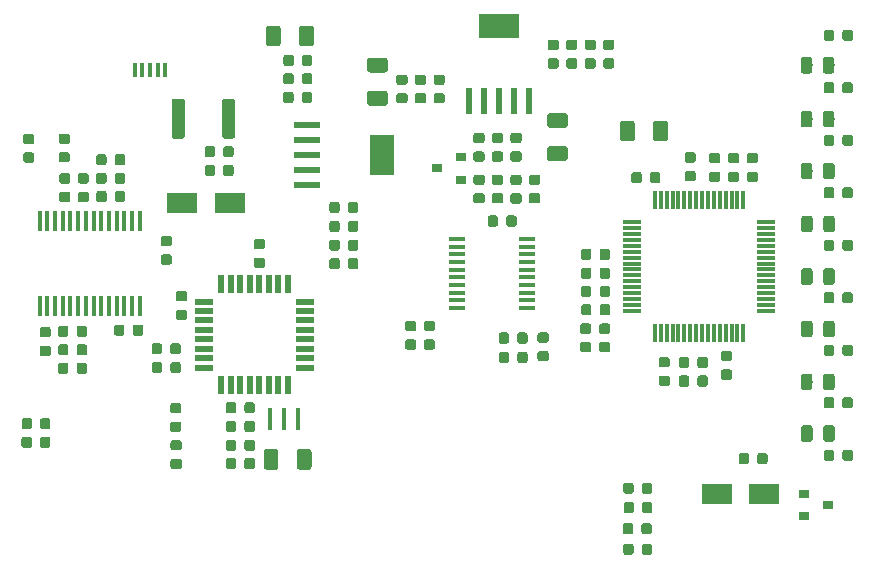
<source format=gbr>
G04 #@! TF.GenerationSoftware,KiCad,Pcbnew,(5.0.0)*
G04 #@! TF.CreationDate,2020-05-27T21:18:53+10:00*
G04 #@! TF.ProjectId,DAQ Board,44415120426F6172642E6B696361645F,rev?*
G04 #@! TF.SameCoordinates,Original*
G04 #@! TF.FileFunction,Paste,Top*
G04 #@! TF.FilePolarity,Positive*
%FSLAX46Y46*%
G04 Gerber Fmt 4.6, Leading zero omitted, Abs format (unit mm)*
G04 Created by KiCad (PCBNEW (5.0.0)) date 05/27/20 21:18:53*
%MOMM*%
%LPD*%
G01*
G04 APERTURE LIST*
%ADD10R,1.500000X0.300000*%
%ADD11R,0.300000X1.500000*%
%ADD12C,0.100000*%
%ADD13C,0.875000*%
%ADD14R,1.450000X0.450000*%
%ADD15R,2.200000X0.600000*%
%ADD16R,2.150000X3.450000*%
%ADD17R,0.600000X2.200000*%
%ADD18R,3.450000X2.150000*%
%ADD19C,0.975000*%
%ADD20C,1.250000*%
%ADD21R,2.500000X1.800000*%
%ADD22C,1.125000*%
%ADD23R,0.450000X1.300000*%
%ADD24R,0.900000X0.800000*%
%ADD25R,0.550000X1.600000*%
%ADD26R,1.600000X0.550000*%
%ADD27R,0.450000X1.750000*%
%ADD28R,0.400000X1.900000*%
G04 APERTURE END LIST*
D10*
G04 #@! TO.C,ADC1*
X191080000Y-93190000D03*
X191080000Y-92690000D03*
X191080000Y-92190000D03*
X191080000Y-91690000D03*
X191080000Y-91190000D03*
X191080000Y-90690000D03*
X191080000Y-90190000D03*
X191080000Y-89690000D03*
X191080000Y-89190000D03*
X191080000Y-88690000D03*
X191080000Y-88190000D03*
X191080000Y-87690000D03*
X191080000Y-87190000D03*
X191080000Y-86690000D03*
X191080000Y-86190000D03*
X191080000Y-85690000D03*
D11*
X189180000Y-83790000D03*
X188680000Y-83790000D03*
X188180000Y-83790000D03*
X187680000Y-83790000D03*
X187180000Y-83790000D03*
X186680000Y-83790000D03*
X186180000Y-83790000D03*
X185680000Y-83790000D03*
X185180000Y-83790000D03*
X184680000Y-83790000D03*
X184180000Y-83790000D03*
X183680000Y-83790000D03*
X183180000Y-83790000D03*
X182680000Y-83790000D03*
X182180000Y-83790000D03*
X181680000Y-83790000D03*
D10*
X179780000Y-85690000D03*
X179780000Y-86190000D03*
X179780000Y-86690000D03*
X179780000Y-87190000D03*
X179780000Y-87690000D03*
X179780000Y-88190000D03*
X179780000Y-88690000D03*
X179780000Y-89190000D03*
X179780000Y-89690000D03*
X179780000Y-90190000D03*
X179780000Y-90690000D03*
X179780000Y-91190000D03*
X179780000Y-91690000D03*
X179780000Y-92190000D03*
X179780000Y-92690000D03*
X179780000Y-93190000D03*
D11*
X181680000Y-95090000D03*
X182180000Y-95090000D03*
X182680000Y-95090000D03*
X183180000Y-95090000D03*
X183680000Y-95090000D03*
X184180000Y-95090000D03*
X184680000Y-95090000D03*
X185180000Y-95090000D03*
X185680000Y-95090000D03*
X186180000Y-95090000D03*
X186680000Y-95090000D03*
X187180000Y-95090000D03*
X187680000Y-95090000D03*
X188180000Y-95090000D03*
X188680000Y-95090000D03*
X189180000Y-95090000D03*
G04 #@! TD*
D12*
G04 #@! TO.C,C63*
G36*
X170717691Y-96666053D02*
X170738926Y-96669203D01*
X170759750Y-96674419D01*
X170779962Y-96681651D01*
X170799368Y-96690830D01*
X170817781Y-96701866D01*
X170835024Y-96714654D01*
X170850930Y-96729070D01*
X170865346Y-96744976D01*
X170878134Y-96762219D01*
X170889170Y-96780632D01*
X170898349Y-96800038D01*
X170905581Y-96820250D01*
X170910797Y-96841074D01*
X170913947Y-96862309D01*
X170915000Y-96883750D01*
X170915000Y-97396250D01*
X170913947Y-97417691D01*
X170910797Y-97438926D01*
X170905581Y-97459750D01*
X170898349Y-97479962D01*
X170889170Y-97499368D01*
X170878134Y-97517781D01*
X170865346Y-97535024D01*
X170850930Y-97550930D01*
X170835024Y-97565346D01*
X170817781Y-97578134D01*
X170799368Y-97589170D01*
X170779962Y-97598349D01*
X170759750Y-97605581D01*
X170738926Y-97610797D01*
X170717691Y-97613947D01*
X170696250Y-97615000D01*
X170258750Y-97615000D01*
X170237309Y-97613947D01*
X170216074Y-97610797D01*
X170195250Y-97605581D01*
X170175038Y-97598349D01*
X170155632Y-97589170D01*
X170137219Y-97578134D01*
X170119976Y-97565346D01*
X170104070Y-97550930D01*
X170089654Y-97535024D01*
X170076866Y-97517781D01*
X170065830Y-97499368D01*
X170056651Y-97479962D01*
X170049419Y-97459750D01*
X170044203Y-97438926D01*
X170041053Y-97417691D01*
X170040000Y-97396250D01*
X170040000Y-96883750D01*
X170041053Y-96862309D01*
X170044203Y-96841074D01*
X170049419Y-96820250D01*
X170056651Y-96800038D01*
X170065830Y-96780632D01*
X170076866Y-96762219D01*
X170089654Y-96744976D01*
X170104070Y-96729070D01*
X170119976Y-96714654D01*
X170137219Y-96701866D01*
X170155632Y-96690830D01*
X170175038Y-96681651D01*
X170195250Y-96674419D01*
X170216074Y-96669203D01*
X170237309Y-96666053D01*
X170258750Y-96665000D01*
X170696250Y-96665000D01*
X170717691Y-96666053D01*
X170717691Y-96666053D01*
G37*
D13*
X170477500Y-97140000D03*
D12*
G36*
X169142691Y-96666053D02*
X169163926Y-96669203D01*
X169184750Y-96674419D01*
X169204962Y-96681651D01*
X169224368Y-96690830D01*
X169242781Y-96701866D01*
X169260024Y-96714654D01*
X169275930Y-96729070D01*
X169290346Y-96744976D01*
X169303134Y-96762219D01*
X169314170Y-96780632D01*
X169323349Y-96800038D01*
X169330581Y-96820250D01*
X169335797Y-96841074D01*
X169338947Y-96862309D01*
X169340000Y-96883750D01*
X169340000Y-97396250D01*
X169338947Y-97417691D01*
X169335797Y-97438926D01*
X169330581Y-97459750D01*
X169323349Y-97479962D01*
X169314170Y-97499368D01*
X169303134Y-97517781D01*
X169290346Y-97535024D01*
X169275930Y-97550930D01*
X169260024Y-97565346D01*
X169242781Y-97578134D01*
X169224368Y-97589170D01*
X169204962Y-97598349D01*
X169184750Y-97605581D01*
X169163926Y-97610797D01*
X169142691Y-97613947D01*
X169121250Y-97615000D01*
X168683750Y-97615000D01*
X168662309Y-97613947D01*
X168641074Y-97610797D01*
X168620250Y-97605581D01*
X168600038Y-97598349D01*
X168580632Y-97589170D01*
X168562219Y-97578134D01*
X168544976Y-97565346D01*
X168529070Y-97550930D01*
X168514654Y-97535024D01*
X168501866Y-97517781D01*
X168490830Y-97499368D01*
X168481651Y-97479962D01*
X168474419Y-97459750D01*
X168469203Y-97438926D01*
X168466053Y-97417691D01*
X168465000Y-97396250D01*
X168465000Y-96883750D01*
X168466053Y-96862309D01*
X168469203Y-96841074D01*
X168474419Y-96820250D01*
X168481651Y-96800038D01*
X168490830Y-96780632D01*
X168501866Y-96762219D01*
X168514654Y-96744976D01*
X168529070Y-96729070D01*
X168544976Y-96714654D01*
X168562219Y-96701866D01*
X168580632Y-96690830D01*
X168600038Y-96681651D01*
X168620250Y-96674419D01*
X168641074Y-96669203D01*
X168662309Y-96666053D01*
X168683750Y-96665000D01*
X169121250Y-96665000D01*
X169142691Y-96666053D01*
X169142691Y-96666053D01*
G37*
D13*
X168902500Y-97140000D03*
G04 #@! TD*
D12*
G04 #@! TO.C,C64*
G36*
X169132691Y-95026053D02*
X169153926Y-95029203D01*
X169174750Y-95034419D01*
X169194962Y-95041651D01*
X169214368Y-95050830D01*
X169232781Y-95061866D01*
X169250024Y-95074654D01*
X169265930Y-95089070D01*
X169280346Y-95104976D01*
X169293134Y-95122219D01*
X169304170Y-95140632D01*
X169313349Y-95160038D01*
X169320581Y-95180250D01*
X169325797Y-95201074D01*
X169328947Y-95222309D01*
X169330000Y-95243750D01*
X169330000Y-95756250D01*
X169328947Y-95777691D01*
X169325797Y-95798926D01*
X169320581Y-95819750D01*
X169313349Y-95839962D01*
X169304170Y-95859368D01*
X169293134Y-95877781D01*
X169280346Y-95895024D01*
X169265930Y-95910930D01*
X169250024Y-95925346D01*
X169232781Y-95938134D01*
X169214368Y-95949170D01*
X169194962Y-95958349D01*
X169174750Y-95965581D01*
X169153926Y-95970797D01*
X169132691Y-95973947D01*
X169111250Y-95975000D01*
X168673750Y-95975000D01*
X168652309Y-95973947D01*
X168631074Y-95970797D01*
X168610250Y-95965581D01*
X168590038Y-95958349D01*
X168570632Y-95949170D01*
X168552219Y-95938134D01*
X168534976Y-95925346D01*
X168519070Y-95910930D01*
X168504654Y-95895024D01*
X168491866Y-95877781D01*
X168480830Y-95859368D01*
X168471651Y-95839962D01*
X168464419Y-95819750D01*
X168459203Y-95798926D01*
X168456053Y-95777691D01*
X168455000Y-95756250D01*
X168455000Y-95243750D01*
X168456053Y-95222309D01*
X168459203Y-95201074D01*
X168464419Y-95180250D01*
X168471651Y-95160038D01*
X168480830Y-95140632D01*
X168491866Y-95122219D01*
X168504654Y-95104976D01*
X168519070Y-95089070D01*
X168534976Y-95074654D01*
X168552219Y-95061866D01*
X168570632Y-95050830D01*
X168590038Y-95041651D01*
X168610250Y-95034419D01*
X168631074Y-95029203D01*
X168652309Y-95026053D01*
X168673750Y-95025000D01*
X169111250Y-95025000D01*
X169132691Y-95026053D01*
X169132691Y-95026053D01*
G37*
D13*
X168892500Y-95500000D03*
D12*
G36*
X170707691Y-95026053D02*
X170728926Y-95029203D01*
X170749750Y-95034419D01*
X170769962Y-95041651D01*
X170789368Y-95050830D01*
X170807781Y-95061866D01*
X170825024Y-95074654D01*
X170840930Y-95089070D01*
X170855346Y-95104976D01*
X170868134Y-95122219D01*
X170879170Y-95140632D01*
X170888349Y-95160038D01*
X170895581Y-95180250D01*
X170900797Y-95201074D01*
X170903947Y-95222309D01*
X170905000Y-95243750D01*
X170905000Y-95756250D01*
X170903947Y-95777691D01*
X170900797Y-95798926D01*
X170895581Y-95819750D01*
X170888349Y-95839962D01*
X170879170Y-95859368D01*
X170868134Y-95877781D01*
X170855346Y-95895024D01*
X170840930Y-95910930D01*
X170825024Y-95925346D01*
X170807781Y-95938134D01*
X170789368Y-95949170D01*
X170769962Y-95958349D01*
X170749750Y-95965581D01*
X170728926Y-95970797D01*
X170707691Y-95973947D01*
X170686250Y-95975000D01*
X170248750Y-95975000D01*
X170227309Y-95973947D01*
X170206074Y-95970797D01*
X170185250Y-95965581D01*
X170165038Y-95958349D01*
X170145632Y-95949170D01*
X170127219Y-95938134D01*
X170109976Y-95925346D01*
X170094070Y-95910930D01*
X170079654Y-95895024D01*
X170066866Y-95877781D01*
X170055830Y-95859368D01*
X170046651Y-95839962D01*
X170039419Y-95819750D01*
X170034203Y-95798926D01*
X170031053Y-95777691D01*
X170030000Y-95756250D01*
X170030000Y-95243750D01*
X170031053Y-95222309D01*
X170034203Y-95201074D01*
X170039419Y-95180250D01*
X170046651Y-95160038D01*
X170055830Y-95140632D01*
X170066866Y-95122219D01*
X170079654Y-95104976D01*
X170094070Y-95089070D01*
X170109976Y-95074654D01*
X170127219Y-95061866D01*
X170145632Y-95050830D01*
X170165038Y-95041651D01*
X170185250Y-95034419D01*
X170206074Y-95029203D01*
X170227309Y-95026053D01*
X170248750Y-95025000D01*
X170686250Y-95025000D01*
X170707691Y-95026053D01*
X170707691Y-95026053D01*
G37*
D13*
X170467500Y-95500000D03*
G04 #@! TD*
D12*
G04 #@! TO.C,C66*
G36*
X161287691Y-95611053D02*
X161308926Y-95614203D01*
X161329750Y-95619419D01*
X161349962Y-95626651D01*
X161369368Y-95635830D01*
X161387781Y-95646866D01*
X161405024Y-95659654D01*
X161420930Y-95674070D01*
X161435346Y-95689976D01*
X161448134Y-95707219D01*
X161459170Y-95725632D01*
X161468349Y-95745038D01*
X161475581Y-95765250D01*
X161480797Y-95786074D01*
X161483947Y-95807309D01*
X161485000Y-95828750D01*
X161485000Y-96266250D01*
X161483947Y-96287691D01*
X161480797Y-96308926D01*
X161475581Y-96329750D01*
X161468349Y-96349962D01*
X161459170Y-96369368D01*
X161448134Y-96387781D01*
X161435346Y-96405024D01*
X161420930Y-96420930D01*
X161405024Y-96435346D01*
X161387781Y-96448134D01*
X161369368Y-96459170D01*
X161349962Y-96468349D01*
X161329750Y-96475581D01*
X161308926Y-96480797D01*
X161287691Y-96483947D01*
X161266250Y-96485000D01*
X160753750Y-96485000D01*
X160732309Y-96483947D01*
X160711074Y-96480797D01*
X160690250Y-96475581D01*
X160670038Y-96468349D01*
X160650632Y-96459170D01*
X160632219Y-96448134D01*
X160614976Y-96435346D01*
X160599070Y-96420930D01*
X160584654Y-96405024D01*
X160571866Y-96387781D01*
X160560830Y-96369368D01*
X160551651Y-96349962D01*
X160544419Y-96329750D01*
X160539203Y-96308926D01*
X160536053Y-96287691D01*
X160535000Y-96266250D01*
X160535000Y-95828750D01*
X160536053Y-95807309D01*
X160539203Y-95786074D01*
X160544419Y-95765250D01*
X160551651Y-95745038D01*
X160560830Y-95725632D01*
X160571866Y-95707219D01*
X160584654Y-95689976D01*
X160599070Y-95674070D01*
X160614976Y-95659654D01*
X160632219Y-95646866D01*
X160650632Y-95635830D01*
X160670038Y-95626651D01*
X160690250Y-95619419D01*
X160711074Y-95614203D01*
X160732309Y-95611053D01*
X160753750Y-95610000D01*
X161266250Y-95610000D01*
X161287691Y-95611053D01*
X161287691Y-95611053D01*
G37*
D13*
X161010000Y-96047500D03*
D12*
G36*
X161287691Y-94036053D02*
X161308926Y-94039203D01*
X161329750Y-94044419D01*
X161349962Y-94051651D01*
X161369368Y-94060830D01*
X161387781Y-94071866D01*
X161405024Y-94084654D01*
X161420930Y-94099070D01*
X161435346Y-94114976D01*
X161448134Y-94132219D01*
X161459170Y-94150632D01*
X161468349Y-94170038D01*
X161475581Y-94190250D01*
X161480797Y-94211074D01*
X161483947Y-94232309D01*
X161485000Y-94253750D01*
X161485000Y-94691250D01*
X161483947Y-94712691D01*
X161480797Y-94733926D01*
X161475581Y-94754750D01*
X161468349Y-94774962D01*
X161459170Y-94794368D01*
X161448134Y-94812781D01*
X161435346Y-94830024D01*
X161420930Y-94845930D01*
X161405024Y-94860346D01*
X161387781Y-94873134D01*
X161369368Y-94884170D01*
X161349962Y-94893349D01*
X161329750Y-94900581D01*
X161308926Y-94905797D01*
X161287691Y-94908947D01*
X161266250Y-94910000D01*
X160753750Y-94910000D01*
X160732309Y-94908947D01*
X160711074Y-94905797D01*
X160690250Y-94900581D01*
X160670038Y-94893349D01*
X160650632Y-94884170D01*
X160632219Y-94873134D01*
X160614976Y-94860346D01*
X160599070Y-94845930D01*
X160584654Y-94830024D01*
X160571866Y-94812781D01*
X160560830Y-94794368D01*
X160551651Y-94774962D01*
X160544419Y-94754750D01*
X160539203Y-94733926D01*
X160536053Y-94712691D01*
X160535000Y-94691250D01*
X160535000Y-94253750D01*
X160536053Y-94232309D01*
X160539203Y-94211074D01*
X160544419Y-94190250D01*
X160551651Y-94170038D01*
X160560830Y-94150632D01*
X160571866Y-94132219D01*
X160584654Y-94114976D01*
X160599070Y-94099070D01*
X160614976Y-94084654D01*
X160632219Y-94071866D01*
X160650632Y-94060830D01*
X160670038Y-94051651D01*
X160690250Y-94044419D01*
X160711074Y-94039203D01*
X160732309Y-94036053D01*
X160753750Y-94035000D01*
X161266250Y-94035000D01*
X161287691Y-94036053D01*
X161287691Y-94036053D01*
G37*
D13*
X161010000Y-94472500D03*
G04 #@! TD*
D12*
G04 #@! TO.C,C65*
G36*
X162877691Y-94036053D02*
X162898926Y-94039203D01*
X162919750Y-94044419D01*
X162939962Y-94051651D01*
X162959368Y-94060830D01*
X162977781Y-94071866D01*
X162995024Y-94084654D01*
X163010930Y-94099070D01*
X163025346Y-94114976D01*
X163038134Y-94132219D01*
X163049170Y-94150632D01*
X163058349Y-94170038D01*
X163065581Y-94190250D01*
X163070797Y-94211074D01*
X163073947Y-94232309D01*
X163075000Y-94253750D01*
X163075000Y-94691250D01*
X163073947Y-94712691D01*
X163070797Y-94733926D01*
X163065581Y-94754750D01*
X163058349Y-94774962D01*
X163049170Y-94794368D01*
X163038134Y-94812781D01*
X163025346Y-94830024D01*
X163010930Y-94845930D01*
X162995024Y-94860346D01*
X162977781Y-94873134D01*
X162959368Y-94884170D01*
X162939962Y-94893349D01*
X162919750Y-94900581D01*
X162898926Y-94905797D01*
X162877691Y-94908947D01*
X162856250Y-94910000D01*
X162343750Y-94910000D01*
X162322309Y-94908947D01*
X162301074Y-94905797D01*
X162280250Y-94900581D01*
X162260038Y-94893349D01*
X162240632Y-94884170D01*
X162222219Y-94873134D01*
X162204976Y-94860346D01*
X162189070Y-94845930D01*
X162174654Y-94830024D01*
X162161866Y-94812781D01*
X162150830Y-94794368D01*
X162141651Y-94774962D01*
X162134419Y-94754750D01*
X162129203Y-94733926D01*
X162126053Y-94712691D01*
X162125000Y-94691250D01*
X162125000Y-94253750D01*
X162126053Y-94232309D01*
X162129203Y-94211074D01*
X162134419Y-94190250D01*
X162141651Y-94170038D01*
X162150830Y-94150632D01*
X162161866Y-94132219D01*
X162174654Y-94114976D01*
X162189070Y-94099070D01*
X162204976Y-94084654D01*
X162222219Y-94071866D01*
X162240632Y-94060830D01*
X162260038Y-94051651D01*
X162280250Y-94044419D01*
X162301074Y-94039203D01*
X162322309Y-94036053D01*
X162343750Y-94035000D01*
X162856250Y-94035000D01*
X162877691Y-94036053D01*
X162877691Y-94036053D01*
G37*
D13*
X162600000Y-94472500D03*
D12*
G36*
X162877691Y-95611053D02*
X162898926Y-95614203D01*
X162919750Y-95619419D01*
X162939962Y-95626651D01*
X162959368Y-95635830D01*
X162977781Y-95646866D01*
X162995024Y-95659654D01*
X163010930Y-95674070D01*
X163025346Y-95689976D01*
X163038134Y-95707219D01*
X163049170Y-95725632D01*
X163058349Y-95745038D01*
X163065581Y-95765250D01*
X163070797Y-95786074D01*
X163073947Y-95807309D01*
X163075000Y-95828750D01*
X163075000Y-96266250D01*
X163073947Y-96287691D01*
X163070797Y-96308926D01*
X163065581Y-96329750D01*
X163058349Y-96349962D01*
X163049170Y-96369368D01*
X163038134Y-96387781D01*
X163025346Y-96405024D01*
X163010930Y-96420930D01*
X162995024Y-96435346D01*
X162977781Y-96448134D01*
X162959368Y-96459170D01*
X162939962Y-96468349D01*
X162919750Y-96475581D01*
X162898926Y-96480797D01*
X162877691Y-96483947D01*
X162856250Y-96485000D01*
X162343750Y-96485000D01*
X162322309Y-96483947D01*
X162301074Y-96480797D01*
X162280250Y-96475581D01*
X162260038Y-96468349D01*
X162240632Y-96459170D01*
X162222219Y-96448134D01*
X162204976Y-96435346D01*
X162189070Y-96420930D01*
X162174654Y-96405024D01*
X162161866Y-96387781D01*
X162150830Y-96369368D01*
X162141651Y-96349962D01*
X162134419Y-96329750D01*
X162129203Y-96308926D01*
X162126053Y-96287691D01*
X162125000Y-96266250D01*
X162125000Y-95828750D01*
X162126053Y-95807309D01*
X162129203Y-95786074D01*
X162134419Y-95765250D01*
X162141651Y-95745038D01*
X162150830Y-95725632D01*
X162161866Y-95707219D01*
X162174654Y-95689976D01*
X162189070Y-95674070D01*
X162204976Y-95659654D01*
X162222219Y-95646866D01*
X162240632Y-95635830D01*
X162260038Y-95626651D01*
X162280250Y-95619419D01*
X162301074Y-95614203D01*
X162322309Y-95611053D01*
X162343750Y-95610000D01*
X162856250Y-95610000D01*
X162877691Y-95611053D01*
X162877691Y-95611053D01*
G37*
D13*
X162600000Y-96047500D03*
G04 #@! TD*
D14*
G04 #@! TO.C,U6*
X170820000Y-92965000D03*
X170820000Y-92315000D03*
X170820000Y-91665000D03*
X170820000Y-91015000D03*
X170820000Y-90365000D03*
X170820000Y-89715000D03*
X170820000Y-89065000D03*
X170820000Y-88415000D03*
X170820000Y-87765000D03*
X170820000Y-87115000D03*
X164920000Y-87115000D03*
X164920000Y-87765000D03*
X164920000Y-88415000D03*
X164920000Y-89065000D03*
X164920000Y-89715000D03*
X164920000Y-90365000D03*
X164920000Y-91015000D03*
X164920000Y-91665000D03*
X164920000Y-92315000D03*
X164920000Y-92965000D03*
G04 #@! TD*
D12*
G04 #@! TO.C,R28*
G36*
X169777691Y-85116053D02*
X169798926Y-85119203D01*
X169819750Y-85124419D01*
X169839962Y-85131651D01*
X169859368Y-85140830D01*
X169877781Y-85151866D01*
X169895024Y-85164654D01*
X169910930Y-85179070D01*
X169925346Y-85194976D01*
X169938134Y-85212219D01*
X169949170Y-85230632D01*
X169958349Y-85250038D01*
X169965581Y-85270250D01*
X169970797Y-85291074D01*
X169973947Y-85312309D01*
X169975000Y-85333750D01*
X169975000Y-85846250D01*
X169973947Y-85867691D01*
X169970797Y-85888926D01*
X169965581Y-85909750D01*
X169958349Y-85929962D01*
X169949170Y-85949368D01*
X169938134Y-85967781D01*
X169925346Y-85985024D01*
X169910930Y-86000930D01*
X169895024Y-86015346D01*
X169877781Y-86028134D01*
X169859368Y-86039170D01*
X169839962Y-86048349D01*
X169819750Y-86055581D01*
X169798926Y-86060797D01*
X169777691Y-86063947D01*
X169756250Y-86065000D01*
X169318750Y-86065000D01*
X169297309Y-86063947D01*
X169276074Y-86060797D01*
X169255250Y-86055581D01*
X169235038Y-86048349D01*
X169215632Y-86039170D01*
X169197219Y-86028134D01*
X169179976Y-86015346D01*
X169164070Y-86000930D01*
X169149654Y-85985024D01*
X169136866Y-85967781D01*
X169125830Y-85949368D01*
X169116651Y-85929962D01*
X169109419Y-85909750D01*
X169104203Y-85888926D01*
X169101053Y-85867691D01*
X169100000Y-85846250D01*
X169100000Y-85333750D01*
X169101053Y-85312309D01*
X169104203Y-85291074D01*
X169109419Y-85270250D01*
X169116651Y-85250038D01*
X169125830Y-85230632D01*
X169136866Y-85212219D01*
X169149654Y-85194976D01*
X169164070Y-85179070D01*
X169179976Y-85164654D01*
X169197219Y-85151866D01*
X169215632Y-85140830D01*
X169235038Y-85131651D01*
X169255250Y-85124419D01*
X169276074Y-85119203D01*
X169297309Y-85116053D01*
X169318750Y-85115000D01*
X169756250Y-85115000D01*
X169777691Y-85116053D01*
X169777691Y-85116053D01*
G37*
D13*
X169537500Y-85590000D03*
D12*
G36*
X168202691Y-85116053D02*
X168223926Y-85119203D01*
X168244750Y-85124419D01*
X168264962Y-85131651D01*
X168284368Y-85140830D01*
X168302781Y-85151866D01*
X168320024Y-85164654D01*
X168335930Y-85179070D01*
X168350346Y-85194976D01*
X168363134Y-85212219D01*
X168374170Y-85230632D01*
X168383349Y-85250038D01*
X168390581Y-85270250D01*
X168395797Y-85291074D01*
X168398947Y-85312309D01*
X168400000Y-85333750D01*
X168400000Y-85846250D01*
X168398947Y-85867691D01*
X168395797Y-85888926D01*
X168390581Y-85909750D01*
X168383349Y-85929962D01*
X168374170Y-85949368D01*
X168363134Y-85967781D01*
X168350346Y-85985024D01*
X168335930Y-86000930D01*
X168320024Y-86015346D01*
X168302781Y-86028134D01*
X168284368Y-86039170D01*
X168264962Y-86048349D01*
X168244750Y-86055581D01*
X168223926Y-86060797D01*
X168202691Y-86063947D01*
X168181250Y-86065000D01*
X167743750Y-86065000D01*
X167722309Y-86063947D01*
X167701074Y-86060797D01*
X167680250Y-86055581D01*
X167660038Y-86048349D01*
X167640632Y-86039170D01*
X167622219Y-86028134D01*
X167604976Y-86015346D01*
X167589070Y-86000930D01*
X167574654Y-85985024D01*
X167561866Y-85967781D01*
X167550830Y-85949368D01*
X167541651Y-85929962D01*
X167534419Y-85909750D01*
X167529203Y-85888926D01*
X167526053Y-85867691D01*
X167525000Y-85846250D01*
X167525000Y-85333750D01*
X167526053Y-85312309D01*
X167529203Y-85291074D01*
X167534419Y-85270250D01*
X167541651Y-85250038D01*
X167550830Y-85230632D01*
X167561866Y-85212219D01*
X167574654Y-85194976D01*
X167589070Y-85179070D01*
X167604976Y-85164654D01*
X167622219Y-85151866D01*
X167640632Y-85140830D01*
X167660038Y-85131651D01*
X167680250Y-85124419D01*
X167701074Y-85119203D01*
X167722309Y-85116053D01*
X167743750Y-85115000D01*
X168181250Y-85115000D01*
X168202691Y-85116053D01*
X168202691Y-85116053D01*
G37*
D13*
X167962500Y-85590000D03*
G04 #@! TD*
D12*
G04 #@! TO.C,R27*
G36*
X172497691Y-96601053D02*
X172518926Y-96604203D01*
X172539750Y-96609419D01*
X172559962Y-96616651D01*
X172579368Y-96625830D01*
X172597781Y-96636866D01*
X172615024Y-96649654D01*
X172630930Y-96664070D01*
X172645346Y-96679976D01*
X172658134Y-96697219D01*
X172669170Y-96715632D01*
X172678349Y-96735038D01*
X172685581Y-96755250D01*
X172690797Y-96776074D01*
X172693947Y-96797309D01*
X172695000Y-96818750D01*
X172695000Y-97256250D01*
X172693947Y-97277691D01*
X172690797Y-97298926D01*
X172685581Y-97319750D01*
X172678349Y-97339962D01*
X172669170Y-97359368D01*
X172658134Y-97377781D01*
X172645346Y-97395024D01*
X172630930Y-97410930D01*
X172615024Y-97425346D01*
X172597781Y-97438134D01*
X172579368Y-97449170D01*
X172559962Y-97458349D01*
X172539750Y-97465581D01*
X172518926Y-97470797D01*
X172497691Y-97473947D01*
X172476250Y-97475000D01*
X171963750Y-97475000D01*
X171942309Y-97473947D01*
X171921074Y-97470797D01*
X171900250Y-97465581D01*
X171880038Y-97458349D01*
X171860632Y-97449170D01*
X171842219Y-97438134D01*
X171824976Y-97425346D01*
X171809070Y-97410930D01*
X171794654Y-97395024D01*
X171781866Y-97377781D01*
X171770830Y-97359368D01*
X171761651Y-97339962D01*
X171754419Y-97319750D01*
X171749203Y-97298926D01*
X171746053Y-97277691D01*
X171745000Y-97256250D01*
X171745000Y-96818750D01*
X171746053Y-96797309D01*
X171749203Y-96776074D01*
X171754419Y-96755250D01*
X171761651Y-96735038D01*
X171770830Y-96715632D01*
X171781866Y-96697219D01*
X171794654Y-96679976D01*
X171809070Y-96664070D01*
X171824976Y-96649654D01*
X171842219Y-96636866D01*
X171860632Y-96625830D01*
X171880038Y-96616651D01*
X171900250Y-96609419D01*
X171921074Y-96604203D01*
X171942309Y-96601053D01*
X171963750Y-96600000D01*
X172476250Y-96600000D01*
X172497691Y-96601053D01*
X172497691Y-96601053D01*
G37*
D13*
X172220000Y-97037500D03*
D12*
G36*
X172497691Y-95026053D02*
X172518926Y-95029203D01*
X172539750Y-95034419D01*
X172559962Y-95041651D01*
X172579368Y-95050830D01*
X172597781Y-95061866D01*
X172615024Y-95074654D01*
X172630930Y-95089070D01*
X172645346Y-95104976D01*
X172658134Y-95122219D01*
X172669170Y-95140632D01*
X172678349Y-95160038D01*
X172685581Y-95180250D01*
X172690797Y-95201074D01*
X172693947Y-95222309D01*
X172695000Y-95243750D01*
X172695000Y-95681250D01*
X172693947Y-95702691D01*
X172690797Y-95723926D01*
X172685581Y-95744750D01*
X172678349Y-95764962D01*
X172669170Y-95784368D01*
X172658134Y-95802781D01*
X172645346Y-95820024D01*
X172630930Y-95835930D01*
X172615024Y-95850346D01*
X172597781Y-95863134D01*
X172579368Y-95874170D01*
X172559962Y-95883349D01*
X172539750Y-95890581D01*
X172518926Y-95895797D01*
X172497691Y-95898947D01*
X172476250Y-95900000D01*
X171963750Y-95900000D01*
X171942309Y-95898947D01*
X171921074Y-95895797D01*
X171900250Y-95890581D01*
X171880038Y-95883349D01*
X171860632Y-95874170D01*
X171842219Y-95863134D01*
X171824976Y-95850346D01*
X171809070Y-95835930D01*
X171794654Y-95820024D01*
X171781866Y-95802781D01*
X171770830Y-95784368D01*
X171761651Y-95764962D01*
X171754419Y-95744750D01*
X171749203Y-95723926D01*
X171746053Y-95702691D01*
X171745000Y-95681250D01*
X171745000Y-95243750D01*
X171746053Y-95222309D01*
X171749203Y-95201074D01*
X171754419Y-95180250D01*
X171761651Y-95160038D01*
X171770830Y-95140632D01*
X171781866Y-95122219D01*
X171794654Y-95104976D01*
X171809070Y-95089070D01*
X171824976Y-95074654D01*
X171842219Y-95061866D01*
X171860632Y-95050830D01*
X171880038Y-95041651D01*
X171900250Y-95034419D01*
X171921074Y-95029203D01*
X171942309Y-95026053D01*
X171963750Y-95025000D01*
X172476250Y-95025000D01*
X172497691Y-95026053D01*
X172497691Y-95026053D01*
G37*
D13*
X172220000Y-95462500D03*
G04 #@! TD*
D12*
G04 #@! TO.C,C62*
G36*
X141887691Y-93101053D02*
X141908926Y-93104203D01*
X141929750Y-93109419D01*
X141949962Y-93116651D01*
X141969368Y-93125830D01*
X141987781Y-93136866D01*
X142005024Y-93149654D01*
X142020930Y-93164070D01*
X142035346Y-93179976D01*
X142048134Y-93197219D01*
X142059170Y-93215632D01*
X142068349Y-93235038D01*
X142075581Y-93255250D01*
X142080797Y-93276074D01*
X142083947Y-93297309D01*
X142085000Y-93318750D01*
X142085000Y-93756250D01*
X142083947Y-93777691D01*
X142080797Y-93798926D01*
X142075581Y-93819750D01*
X142068349Y-93839962D01*
X142059170Y-93859368D01*
X142048134Y-93877781D01*
X142035346Y-93895024D01*
X142020930Y-93910930D01*
X142005024Y-93925346D01*
X141987781Y-93938134D01*
X141969368Y-93949170D01*
X141949962Y-93958349D01*
X141929750Y-93965581D01*
X141908926Y-93970797D01*
X141887691Y-93973947D01*
X141866250Y-93975000D01*
X141353750Y-93975000D01*
X141332309Y-93973947D01*
X141311074Y-93970797D01*
X141290250Y-93965581D01*
X141270038Y-93958349D01*
X141250632Y-93949170D01*
X141232219Y-93938134D01*
X141214976Y-93925346D01*
X141199070Y-93910930D01*
X141184654Y-93895024D01*
X141171866Y-93877781D01*
X141160830Y-93859368D01*
X141151651Y-93839962D01*
X141144419Y-93819750D01*
X141139203Y-93798926D01*
X141136053Y-93777691D01*
X141135000Y-93756250D01*
X141135000Y-93318750D01*
X141136053Y-93297309D01*
X141139203Y-93276074D01*
X141144419Y-93255250D01*
X141151651Y-93235038D01*
X141160830Y-93215632D01*
X141171866Y-93197219D01*
X141184654Y-93179976D01*
X141199070Y-93164070D01*
X141214976Y-93149654D01*
X141232219Y-93136866D01*
X141250632Y-93125830D01*
X141270038Y-93116651D01*
X141290250Y-93109419D01*
X141311074Y-93104203D01*
X141332309Y-93101053D01*
X141353750Y-93100000D01*
X141866250Y-93100000D01*
X141887691Y-93101053D01*
X141887691Y-93101053D01*
G37*
D13*
X141610000Y-93537500D03*
D12*
G36*
X141887691Y-91526053D02*
X141908926Y-91529203D01*
X141929750Y-91534419D01*
X141949962Y-91541651D01*
X141969368Y-91550830D01*
X141987781Y-91561866D01*
X142005024Y-91574654D01*
X142020930Y-91589070D01*
X142035346Y-91604976D01*
X142048134Y-91622219D01*
X142059170Y-91640632D01*
X142068349Y-91660038D01*
X142075581Y-91680250D01*
X142080797Y-91701074D01*
X142083947Y-91722309D01*
X142085000Y-91743750D01*
X142085000Y-92181250D01*
X142083947Y-92202691D01*
X142080797Y-92223926D01*
X142075581Y-92244750D01*
X142068349Y-92264962D01*
X142059170Y-92284368D01*
X142048134Y-92302781D01*
X142035346Y-92320024D01*
X142020930Y-92335930D01*
X142005024Y-92350346D01*
X141987781Y-92363134D01*
X141969368Y-92374170D01*
X141949962Y-92383349D01*
X141929750Y-92390581D01*
X141908926Y-92395797D01*
X141887691Y-92398947D01*
X141866250Y-92400000D01*
X141353750Y-92400000D01*
X141332309Y-92398947D01*
X141311074Y-92395797D01*
X141290250Y-92390581D01*
X141270038Y-92383349D01*
X141250632Y-92374170D01*
X141232219Y-92363134D01*
X141214976Y-92350346D01*
X141199070Y-92335930D01*
X141184654Y-92320024D01*
X141171866Y-92302781D01*
X141160830Y-92284368D01*
X141151651Y-92264962D01*
X141144419Y-92244750D01*
X141139203Y-92223926D01*
X141136053Y-92202691D01*
X141135000Y-92181250D01*
X141135000Y-91743750D01*
X141136053Y-91722309D01*
X141139203Y-91701074D01*
X141144419Y-91680250D01*
X141151651Y-91660038D01*
X141160830Y-91640632D01*
X141171866Y-91622219D01*
X141184654Y-91604976D01*
X141199070Y-91589070D01*
X141214976Y-91574654D01*
X141232219Y-91561866D01*
X141250632Y-91550830D01*
X141270038Y-91541651D01*
X141290250Y-91534419D01*
X141311074Y-91529203D01*
X141332309Y-91526053D01*
X141353750Y-91525000D01*
X141866250Y-91525000D01*
X141887691Y-91526053D01*
X141887691Y-91526053D01*
G37*
D13*
X141610000Y-91962500D03*
G04 #@! TD*
D15*
G04 #@! TO.C,U4*
X152242928Y-77421482D03*
X152242928Y-82501482D03*
X152242928Y-79961482D03*
D16*
X158542928Y-79961482D03*
D15*
X152242928Y-78691482D03*
X152242928Y-81231482D03*
G04 #@! TD*
D17*
G04 #@! TO.C,U2*
X169740428Y-75388982D03*
X167200428Y-75388982D03*
D18*
X168470428Y-69088982D03*
D17*
X168470428Y-75388982D03*
X171010428Y-75388982D03*
X165930428Y-75388982D03*
G04 #@! TD*
D12*
G04 #@! TO.C,D6*
G36*
X179650619Y-111167535D02*
X179671854Y-111170685D01*
X179692678Y-111175901D01*
X179712890Y-111183133D01*
X179732296Y-111192312D01*
X179750709Y-111203348D01*
X179767952Y-111216136D01*
X179783858Y-111230552D01*
X179798274Y-111246458D01*
X179811062Y-111263701D01*
X179822098Y-111282114D01*
X179831277Y-111301520D01*
X179838509Y-111321732D01*
X179843725Y-111342556D01*
X179846875Y-111363791D01*
X179847928Y-111385232D01*
X179847928Y-111897732D01*
X179846875Y-111919173D01*
X179843725Y-111940408D01*
X179838509Y-111961232D01*
X179831277Y-111981444D01*
X179822098Y-112000850D01*
X179811062Y-112019263D01*
X179798274Y-112036506D01*
X179783858Y-112052412D01*
X179767952Y-112066828D01*
X179750709Y-112079616D01*
X179732296Y-112090652D01*
X179712890Y-112099831D01*
X179692678Y-112107063D01*
X179671854Y-112112279D01*
X179650619Y-112115429D01*
X179629178Y-112116482D01*
X179191678Y-112116482D01*
X179170237Y-112115429D01*
X179149002Y-112112279D01*
X179128178Y-112107063D01*
X179107966Y-112099831D01*
X179088560Y-112090652D01*
X179070147Y-112079616D01*
X179052904Y-112066828D01*
X179036998Y-112052412D01*
X179022582Y-112036506D01*
X179009794Y-112019263D01*
X178998758Y-112000850D01*
X178989579Y-111981444D01*
X178982347Y-111961232D01*
X178977131Y-111940408D01*
X178973981Y-111919173D01*
X178972928Y-111897732D01*
X178972928Y-111385232D01*
X178973981Y-111363791D01*
X178977131Y-111342556D01*
X178982347Y-111321732D01*
X178989579Y-111301520D01*
X178998758Y-111282114D01*
X179009794Y-111263701D01*
X179022582Y-111246458D01*
X179036998Y-111230552D01*
X179052904Y-111216136D01*
X179070147Y-111203348D01*
X179088560Y-111192312D01*
X179107966Y-111183133D01*
X179128178Y-111175901D01*
X179149002Y-111170685D01*
X179170237Y-111167535D01*
X179191678Y-111166482D01*
X179629178Y-111166482D01*
X179650619Y-111167535D01*
X179650619Y-111167535D01*
G37*
D13*
X179410428Y-111641482D03*
D12*
G36*
X181225619Y-111167535D02*
X181246854Y-111170685D01*
X181267678Y-111175901D01*
X181287890Y-111183133D01*
X181307296Y-111192312D01*
X181325709Y-111203348D01*
X181342952Y-111216136D01*
X181358858Y-111230552D01*
X181373274Y-111246458D01*
X181386062Y-111263701D01*
X181397098Y-111282114D01*
X181406277Y-111301520D01*
X181413509Y-111321732D01*
X181418725Y-111342556D01*
X181421875Y-111363791D01*
X181422928Y-111385232D01*
X181422928Y-111897732D01*
X181421875Y-111919173D01*
X181418725Y-111940408D01*
X181413509Y-111961232D01*
X181406277Y-111981444D01*
X181397098Y-112000850D01*
X181386062Y-112019263D01*
X181373274Y-112036506D01*
X181358858Y-112052412D01*
X181342952Y-112066828D01*
X181325709Y-112079616D01*
X181307296Y-112090652D01*
X181287890Y-112099831D01*
X181267678Y-112107063D01*
X181246854Y-112112279D01*
X181225619Y-112115429D01*
X181204178Y-112116482D01*
X180766678Y-112116482D01*
X180745237Y-112115429D01*
X180724002Y-112112279D01*
X180703178Y-112107063D01*
X180682966Y-112099831D01*
X180663560Y-112090652D01*
X180645147Y-112079616D01*
X180627904Y-112066828D01*
X180611998Y-112052412D01*
X180597582Y-112036506D01*
X180584794Y-112019263D01*
X180573758Y-112000850D01*
X180564579Y-111981444D01*
X180557347Y-111961232D01*
X180552131Y-111940408D01*
X180548981Y-111919173D01*
X180547928Y-111897732D01*
X180547928Y-111385232D01*
X180548981Y-111363791D01*
X180552131Y-111342556D01*
X180557347Y-111321732D01*
X180564579Y-111301520D01*
X180573758Y-111282114D01*
X180584794Y-111263701D01*
X180597582Y-111246458D01*
X180611998Y-111230552D01*
X180627904Y-111216136D01*
X180645147Y-111203348D01*
X180663560Y-111192312D01*
X180682966Y-111183133D01*
X180703178Y-111175901D01*
X180724002Y-111170685D01*
X180745237Y-111167535D01*
X180766678Y-111166482D01*
X181204178Y-111166482D01*
X181225619Y-111167535D01*
X181225619Y-111167535D01*
G37*
D13*
X180985428Y-111641482D03*
G04 #@! TD*
D12*
G04 #@! TO.C,C1*
G36*
X194820910Y-102888696D02*
X194844571Y-102892206D01*
X194867775Y-102898018D01*
X194890297Y-102906076D01*
X194911921Y-102916304D01*
X194932438Y-102928601D01*
X194951651Y-102942851D01*
X194969375Y-102958915D01*
X194985439Y-102976639D01*
X194999689Y-102995852D01*
X195011986Y-103016369D01*
X195022214Y-103037993D01*
X195030272Y-103060515D01*
X195036084Y-103083719D01*
X195039594Y-103107380D01*
X195040768Y-103131272D01*
X195040768Y-104043772D01*
X195039594Y-104067664D01*
X195036084Y-104091325D01*
X195030272Y-104114529D01*
X195022214Y-104137051D01*
X195011986Y-104158675D01*
X194999689Y-104179192D01*
X194985439Y-104198405D01*
X194969375Y-104216129D01*
X194951651Y-104232193D01*
X194932438Y-104246443D01*
X194911921Y-104258740D01*
X194890297Y-104268968D01*
X194867775Y-104277026D01*
X194844571Y-104282838D01*
X194820910Y-104286348D01*
X194797018Y-104287522D01*
X194309518Y-104287522D01*
X194285626Y-104286348D01*
X194261965Y-104282838D01*
X194238761Y-104277026D01*
X194216239Y-104268968D01*
X194194615Y-104258740D01*
X194174098Y-104246443D01*
X194154885Y-104232193D01*
X194137161Y-104216129D01*
X194121097Y-104198405D01*
X194106847Y-104179192D01*
X194094550Y-104158675D01*
X194084322Y-104137051D01*
X194076264Y-104114529D01*
X194070452Y-104091325D01*
X194066942Y-104067664D01*
X194065768Y-104043772D01*
X194065768Y-103131272D01*
X194066942Y-103107380D01*
X194070452Y-103083719D01*
X194076264Y-103060515D01*
X194084322Y-103037993D01*
X194094550Y-103016369D01*
X194106847Y-102995852D01*
X194121097Y-102976639D01*
X194137161Y-102958915D01*
X194154885Y-102942851D01*
X194174098Y-102928601D01*
X194194615Y-102916304D01*
X194216239Y-102906076D01*
X194238761Y-102898018D01*
X194261965Y-102892206D01*
X194285626Y-102888696D01*
X194309518Y-102887522D01*
X194797018Y-102887522D01*
X194820910Y-102888696D01*
X194820910Y-102888696D01*
G37*
D19*
X194553268Y-103587522D03*
D12*
G36*
X196695910Y-102888696D02*
X196719571Y-102892206D01*
X196742775Y-102898018D01*
X196765297Y-102906076D01*
X196786921Y-102916304D01*
X196807438Y-102928601D01*
X196826651Y-102942851D01*
X196844375Y-102958915D01*
X196860439Y-102976639D01*
X196874689Y-102995852D01*
X196886986Y-103016369D01*
X196897214Y-103037993D01*
X196905272Y-103060515D01*
X196911084Y-103083719D01*
X196914594Y-103107380D01*
X196915768Y-103131272D01*
X196915768Y-104043772D01*
X196914594Y-104067664D01*
X196911084Y-104091325D01*
X196905272Y-104114529D01*
X196897214Y-104137051D01*
X196886986Y-104158675D01*
X196874689Y-104179192D01*
X196860439Y-104198405D01*
X196844375Y-104216129D01*
X196826651Y-104232193D01*
X196807438Y-104246443D01*
X196786921Y-104258740D01*
X196765297Y-104268968D01*
X196742775Y-104277026D01*
X196719571Y-104282838D01*
X196695910Y-104286348D01*
X196672018Y-104287522D01*
X196184518Y-104287522D01*
X196160626Y-104286348D01*
X196136965Y-104282838D01*
X196113761Y-104277026D01*
X196091239Y-104268968D01*
X196069615Y-104258740D01*
X196049098Y-104246443D01*
X196029885Y-104232193D01*
X196012161Y-104216129D01*
X195996097Y-104198405D01*
X195981847Y-104179192D01*
X195969550Y-104158675D01*
X195959322Y-104137051D01*
X195951264Y-104114529D01*
X195945452Y-104091325D01*
X195941942Y-104067664D01*
X195940768Y-104043772D01*
X195940768Y-103131272D01*
X195941942Y-103107380D01*
X195945452Y-103083719D01*
X195951264Y-103060515D01*
X195959322Y-103037993D01*
X195969550Y-103016369D01*
X195981847Y-102995852D01*
X195996097Y-102976639D01*
X196012161Y-102958915D01*
X196029885Y-102942851D01*
X196049098Y-102928601D01*
X196069615Y-102916304D01*
X196091239Y-102906076D01*
X196113761Y-102898018D01*
X196136965Y-102892206D01*
X196160626Y-102888696D01*
X196184518Y-102887522D01*
X196672018Y-102887522D01*
X196695910Y-102888696D01*
X196695910Y-102888696D01*
G37*
D19*
X196428268Y-103587522D03*
G04 #@! TD*
D12*
G04 #@! TO.C,C2*
G36*
X194807970Y-98507196D02*
X194831631Y-98510706D01*
X194854835Y-98516518D01*
X194877357Y-98524576D01*
X194898981Y-98534804D01*
X194919498Y-98547101D01*
X194938711Y-98561351D01*
X194956435Y-98577415D01*
X194972499Y-98595139D01*
X194986749Y-98614352D01*
X194999046Y-98634869D01*
X195009274Y-98656493D01*
X195017332Y-98679015D01*
X195023144Y-98702219D01*
X195026654Y-98725880D01*
X195027828Y-98749772D01*
X195027828Y-99662272D01*
X195026654Y-99686164D01*
X195023144Y-99709825D01*
X195017332Y-99733029D01*
X195009274Y-99755551D01*
X194999046Y-99777175D01*
X194986749Y-99797692D01*
X194972499Y-99816905D01*
X194956435Y-99834629D01*
X194938711Y-99850693D01*
X194919498Y-99864943D01*
X194898981Y-99877240D01*
X194877357Y-99887468D01*
X194854835Y-99895526D01*
X194831631Y-99901338D01*
X194807970Y-99904848D01*
X194784078Y-99906022D01*
X194296578Y-99906022D01*
X194272686Y-99904848D01*
X194249025Y-99901338D01*
X194225821Y-99895526D01*
X194203299Y-99887468D01*
X194181675Y-99877240D01*
X194161158Y-99864943D01*
X194141945Y-99850693D01*
X194124221Y-99834629D01*
X194108157Y-99816905D01*
X194093907Y-99797692D01*
X194081610Y-99777175D01*
X194071382Y-99755551D01*
X194063324Y-99733029D01*
X194057512Y-99709825D01*
X194054002Y-99686164D01*
X194052828Y-99662272D01*
X194052828Y-98749772D01*
X194054002Y-98725880D01*
X194057512Y-98702219D01*
X194063324Y-98679015D01*
X194071382Y-98656493D01*
X194081610Y-98634869D01*
X194093907Y-98614352D01*
X194108157Y-98595139D01*
X194124221Y-98577415D01*
X194141945Y-98561351D01*
X194161158Y-98547101D01*
X194181675Y-98534804D01*
X194203299Y-98524576D01*
X194225821Y-98516518D01*
X194249025Y-98510706D01*
X194272686Y-98507196D01*
X194296578Y-98506022D01*
X194784078Y-98506022D01*
X194807970Y-98507196D01*
X194807970Y-98507196D01*
G37*
D19*
X194540328Y-99206022D03*
D12*
G36*
X196682970Y-98507196D02*
X196706631Y-98510706D01*
X196729835Y-98516518D01*
X196752357Y-98524576D01*
X196773981Y-98534804D01*
X196794498Y-98547101D01*
X196813711Y-98561351D01*
X196831435Y-98577415D01*
X196847499Y-98595139D01*
X196861749Y-98614352D01*
X196874046Y-98634869D01*
X196884274Y-98656493D01*
X196892332Y-98679015D01*
X196898144Y-98702219D01*
X196901654Y-98725880D01*
X196902828Y-98749772D01*
X196902828Y-99662272D01*
X196901654Y-99686164D01*
X196898144Y-99709825D01*
X196892332Y-99733029D01*
X196884274Y-99755551D01*
X196874046Y-99777175D01*
X196861749Y-99797692D01*
X196847499Y-99816905D01*
X196831435Y-99834629D01*
X196813711Y-99850693D01*
X196794498Y-99864943D01*
X196773981Y-99877240D01*
X196752357Y-99887468D01*
X196729835Y-99895526D01*
X196706631Y-99901338D01*
X196682970Y-99904848D01*
X196659078Y-99906022D01*
X196171578Y-99906022D01*
X196147686Y-99904848D01*
X196124025Y-99901338D01*
X196100821Y-99895526D01*
X196078299Y-99887468D01*
X196056675Y-99877240D01*
X196036158Y-99864943D01*
X196016945Y-99850693D01*
X195999221Y-99834629D01*
X195983157Y-99816905D01*
X195968907Y-99797692D01*
X195956610Y-99777175D01*
X195946382Y-99755551D01*
X195938324Y-99733029D01*
X195932512Y-99709825D01*
X195929002Y-99686164D01*
X195927828Y-99662272D01*
X195927828Y-98749772D01*
X195929002Y-98725880D01*
X195932512Y-98702219D01*
X195938324Y-98679015D01*
X195946382Y-98656493D01*
X195956610Y-98634869D01*
X195968907Y-98614352D01*
X195983157Y-98595139D01*
X195999221Y-98577415D01*
X196016945Y-98561351D01*
X196036158Y-98547101D01*
X196056675Y-98534804D01*
X196078299Y-98524576D01*
X196100821Y-98516518D01*
X196124025Y-98510706D01*
X196147686Y-98507196D01*
X196171578Y-98506022D01*
X196659078Y-98506022D01*
X196682970Y-98507196D01*
X196682970Y-98507196D01*
G37*
D19*
X196415328Y-99206022D03*
G04 #@! TD*
D12*
G04 #@! TO.C,C3*
G36*
X196693370Y-94041876D02*
X196717031Y-94045386D01*
X196740235Y-94051198D01*
X196762757Y-94059256D01*
X196784381Y-94069484D01*
X196804898Y-94081781D01*
X196824111Y-94096031D01*
X196841835Y-94112095D01*
X196857899Y-94129819D01*
X196872149Y-94149032D01*
X196884446Y-94169549D01*
X196894674Y-94191173D01*
X196902732Y-94213695D01*
X196908544Y-94236899D01*
X196912054Y-94260560D01*
X196913228Y-94284452D01*
X196913228Y-95196952D01*
X196912054Y-95220844D01*
X196908544Y-95244505D01*
X196902732Y-95267709D01*
X196894674Y-95290231D01*
X196884446Y-95311855D01*
X196872149Y-95332372D01*
X196857899Y-95351585D01*
X196841835Y-95369309D01*
X196824111Y-95385373D01*
X196804898Y-95399623D01*
X196784381Y-95411920D01*
X196762757Y-95422148D01*
X196740235Y-95430206D01*
X196717031Y-95436018D01*
X196693370Y-95439528D01*
X196669478Y-95440702D01*
X196181978Y-95440702D01*
X196158086Y-95439528D01*
X196134425Y-95436018D01*
X196111221Y-95430206D01*
X196088699Y-95422148D01*
X196067075Y-95411920D01*
X196046558Y-95399623D01*
X196027345Y-95385373D01*
X196009621Y-95369309D01*
X195993557Y-95351585D01*
X195979307Y-95332372D01*
X195967010Y-95311855D01*
X195956782Y-95290231D01*
X195948724Y-95267709D01*
X195942912Y-95244505D01*
X195939402Y-95220844D01*
X195938228Y-95196952D01*
X195938228Y-94284452D01*
X195939402Y-94260560D01*
X195942912Y-94236899D01*
X195948724Y-94213695D01*
X195956782Y-94191173D01*
X195967010Y-94169549D01*
X195979307Y-94149032D01*
X195993557Y-94129819D01*
X196009621Y-94112095D01*
X196027345Y-94096031D01*
X196046558Y-94081781D01*
X196067075Y-94069484D01*
X196088699Y-94059256D01*
X196111221Y-94051198D01*
X196134425Y-94045386D01*
X196158086Y-94041876D01*
X196181978Y-94040702D01*
X196669478Y-94040702D01*
X196693370Y-94041876D01*
X196693370Y-94041876D01*
G37*
D19*
X196425728Y-94740702D03*
D12*
G36*
X194818370Y-94041876D02*
X194842031Y-94045386D01*
X194865235Y-94051198D01*
X194887757Y-94059256D01*
X194909381Y-94069484D01*
X194929898Y-94081781D01*
X194949111Y-94096031D01*
X194966835Y-94112095D01*
X194982899Y-94129819D01*
X194997149Y-94149032D01*
X195009446Y-94169549D01*
X195019674Y-94191173D01*
X195027732Y-94213695D01*
X195033544Y-94236899D01*
X195037054Y-94260560D01*
X195038228Y-94284452D01*
X195038228Y-95196952D01*
X195037054Y-95220844D01*
X195033544Y-95244505D01*
X195027732Y-95267709D01*
X195019674Y-95290231D01*
X195009446Y-95311855D01*
X194997149Y-95332372D01*
X194982899Y-95351585D01*
X194966835Y-95369309D01*
X194949111Y-95385373D01*
X194929898Y-95399623D01*
X194909381Y-95411920D01*
X194887757Y-95422148D01*
X194865235Y-95430206D01*
X194842031Y-95436018D01*
X194818370Y-95439528D01*
X194794478Y-95440702D01*
X194306978Y-95440702D01*
X194283086Y-95439528D01*
X194259425Y-95436018D01*
X194236221Y-95430206D01*
X194213699Y-95422148D01*
X194192075Y-95411920D01*
X194171558Y-95399623D01*
X194152345Y-95385373D01*
X194134621Y-95369309D01*
X194118557Y-95351585D01*
X194104307Y-95332372D01*
X194092010Y-95311855D01*
X194081782Y-95290231D01*
X194073724Y-95267709D01*
X194067912Y-95244505D01*
X194064402Y-95220844D01*
X194063228Y-95196952D01*
X194063228Y-94284452D01*
X194064402Y-94260560D01*
X194067912Y-94236899D01*
X194073724Y-94213695D01*
X194081782Y-94191173D01*
X194092010Y-94169549D01*
X194104307Y-94149032D01*
X194118557Y-94129819D01*
X194134621Y-94112095D01*
X194152345Y-94096031D01*
X194171558Y-94081781D01*
X194192075Y-94069484D01*
X194213699Y-94059256D01*
X194236221Y-94051198D01*
X194259425Y-94045386D01*
X194283086Y-94041876D01*
X194306978Y-94040702D01*
X194794478Y-94040702D01*
X194818370Y-94041876D01*
X194818370Y-94041876D01*
G37*
D19*
X194550728Y-94740702D03*
G04 #@! TD*
D12*
G04 #@! TO.C,C4*
G36*
X196693370Y-89596876D02*
X196717031Y-89600386D01*
X196740235Y-89606198D01*
X196762757Y-89614256D01*
X196784381Y-89624484D01*
X196804898Y-89636781D01*
X196824111Y-89651031D01*
X196841835Y-89667095D01*
X196857899Y-89684819D01*
X196872149Y-89704032D01*
X196884446Y-89724549D01*
X196894674Y-89746173D01*
X196902732Y-89768695D01*
X196908544Y-89791899D01*
X196912054Y-89815560D01*
X196913228Y-89839452D01*
X196913228Y-90751952D01*
X196912054Y-90775844D01*
X196908544Y-90799505D01*
X196902732Y-90822709D01*
X196894674Y-90845231D01*
X196884446Y-90866855D01*
X196872149Y-90887372D01*
X196857899Y-90906585D01*
X196841835Y-90924309D01*
X196824111Y-90940373D01*
X196804898Y-90954623D01*
X196784381Y-90966920D01*
X196762757Y-90977148D01*
X196740235Y-90985206D01*
X196717031Y-90991018D01*
X196693370Y-90994528D01*
X196669478Y-90995702D01*
X196181978Y-90995702D01*
X196158086Y-90994528D01*
X196134425Y-90991018D01*
X196111221Y-90985206D01*
X196088699Y-90977148D01*
X196067075Y-90966920D01*
X196046558Y-90954623D01*
X196027345Y-90940373D01*
X196009621Y-90924309D01*
X195993557Y-90906585D01*
X195979307Y-90887372D01*
X195967010Y-90866855D01*
X195956782Y-90845231D01*
X195948724Y-90822709D01*
X195942912Y-90799505D01*
X195939402Y-90775844D01*
X195938228Y-90751952D01*
X195938228Y-89839452D01*
X195939402Y-89815560D01*
X195942912Y-89791899D01*
X195948724Y-89768695D01*
X195956782Y-89746173D01*
X195967010Y-89724549D01*
X195979307Y-89704032D01*
X195993557Y-89684819D01*
X196009621Y-89667095D01*
X196027345Y-89651031D01*
X196046558Y-89636781D01*
X196067075Y-89624484D01*
X196088699Y-89614256D01*
X196111221Y-89606198D01*
X196134425Y-89600386D01*
X196158086Y-89596876D01*
X196181978Y-89595702D01*
X196669478Y-89595702D01*
X196693370Y-89596876D01*
X196693370Y-89596876D01*
G37*
D19*
X196425728Y-90295702D03*
D12*
G36*
X194818370Y-89596876D02*
X194842031Y-89600386D01*
X194865235Y-89606198D01*
X194887757Y-89614256D01*
X194909381Y-89624484D01*
X194929898Y-89636781D01*
X194949111Y-89651031D01*
X194966835Y-89667095D01*
X194982899Y-89684819D01*
X194997149Y-89704032D01*
X195009446Y-89724549D01*
X195019674Y-89746173D01*
X195027732Y-89768695D01*
X195033544Y-89791899D01*
X195037054Y-89815560D01*
X195038228Y-89839452D01*
X195038228Y-90751952D01*
X195037054Y-90775844D01*
X195033544Y-90799505D01*
X195027732Y-90822709D01*
X195019674Y-90845231D01*
X195009446Y-90866855D01*
X194997149Y-90887372D01*
X194982899Y-90906585D01*
X194966835Y-90924309D01*
X194949111Y-90940373D01*
X194929898Y-90954623D01*
X194909381Y-90966920D01*
X194887757Y-90977148D01*
X194865235Y-90985206D01*
X194842031Y-90991018D01*
X194818370Y-90994528D01*
X194794478Y-90995702D01*
X194306978Y-90995702D01*
X194283086Y-90994528D01*
X194259425Y-90991018D01*
X194236221Y-90985206D01*
X194213699Y-90977148D01*
X194192075Y-90966920D01*
X194171558Y-90954623D01*
X194152345Y-90940373D01*
X194134621Y-90924309D01*
X194118557Y-90906585D01*
X194104307Y-90887372D01*
X194092010Y-90866855D01*
X194081782Y-90845231D01*
X194073724Y-90822709D01*
X194067912Y-90799505D01*
X194064402Y-90775844D01*
X194063228Y-90751952D01*
X194063228Y-89839452D01*
X194064402Y-89815560D01*
X194067912Y-89791899D01*
X194073724Y-89768695D01*
X194081782Y-89746173D01*
X194092010Y-89724549D01*
X194104307Y-89704032D01*
X194118557Y-89684819D01*
X194134621Y-89667095D01*
X194152345Y-89651031D01*
X194171558Y-89636781D01*
X194192075Y-89624484D01*
X194213699Y-89614256D01*
X194236221Y-89606198D01*
X194259425Y-89600386D01*
X194283086Y-89596876D01*
X194306978Y-89595702D01*
X194794478Y-89595702D01*
X194818370Y-89596876D01*
X194818370Y-89596876D01*
G37*
D19*
X194550728Y-90295702D03*
G04 #@! TD*
D12*
G04 #@! TO.C,C5*
G36*
X194828530Y-85144256D02*
X194852191Y-85147766D01*
X194875395Y-85153578D01*
X194897917Y-85161636D01*
X194919541Y-85171864D01*
X194940058Y-85184161D01*
X194959271Y-85198411D01*
X194976995Y-85214475D01*
X194993059Y-85232199D01*
X195007309Y-85251412D01*
X195019606Y-85271929D01*
X195029834Y-85293553D01*
X195037892Y-85316075D01*
X195043704Y-85339279D01*
X195047214Y-85362940D01*
X195048388Y-85386832D01*
X195048388Y-86299332D01*
X195047214Y-86323224D01*
X195043704Y-86346885D01*
X195037892Y-86370089D01*
X195029834Y-86392611D01*
X195019606Y-86414235D01*
X195007309Y-86434752D01*
X194993059Y-86453965D01*
X194976995Y-86471689D01*
X194959271Y-86487753D01*
X194940058Y-86502003D01*
X194919541Y-86514300D01*
X194897917Y-86524528D01*
X194875395Y-86532586D01*
X194852191Y-86538398D01*
X194828530Y-86541908D01*
X194804638Y-86543082D01*
X194317138Y-86543082D01*
X194293246Y-86541908D01*
X194269585Y-86538398D01*
X194246381Y-86532586D01*
X194223859Y-86524528D01*
X194202235Y-86514300D01*
X194181718Y-86502003D01*
X194162505Y-86487753D01*
X194144781Y-86471689D01*
X194128717Y-86453965D01*
X194114467Y-86434752D01*
X194102170Y-86414235D01*
X194091942Y-86392611D01*
X194083884Y-86370089D01*
X194078072Y-86346885D01*
X194074562Y-86323224D01*
X194073388Y-86299332D01*
X194073388Y-85386832D01*
X194074562Y-85362940D01*
X194078072Y-85339279D01*
X194083884Y-85316075D01*
X194091942Y-85293553D01*
X194102170Y-85271929D01*
X194114467Y-85251412D01*
X194128717Y-85232199D01*
X194144781Y-85214475D01*
X194162505Y-85198411D01*
X194181718Y-85184161D01*
X194202235Y-85171864D01*
X194223859Y-85161636D01*
X194246381Y-85153578D01*
X194269585Y-85147766D01*
X194293246Y-85144256D01*
X194317138Y-85143082D01*
X194804638Y-85143082D01*
X194828530Y-85144256D01*
X194828530Y-85144256D01*
G37*
D19*
X194560888Y-85843082D03*
D12*
G36*
X196703530Y-85144256D02*
X196727191Y-85147766D01*
X196750395Y-85153578D01*
X196772917Y-85161636D01*
X196794541Y-85171864D01*
X196815058Y-85184161D01*
X196834271Y-85198411D01*
X196851995Y-85214475D01*
X196868059Y-85232199D01*
X196882309Y-85251412D01*
X196894606Y-85271929D01*
X196904834Y-85293553D01*
X196912892Y-85316075D01*
X196918704Y-85339279D01*
X196922214Y-85362940D01*
X196923388Y-85386832D01*
X196923388Y-86299332D01*
X196922214Y-86323224D01*
X196918704Y-86346885D01*
X196912892Y-86370089D01*
X196904834Y-86392611D01*
X196894606Y-86414235D01*
X196882309Y-86434752D01*
X196868059Y-86453965D01*
X196851995Y-86471689D01*
X196834271Y-86487753D01*
X196815058Y-86502003D01*
X196794541Y-86514300D01*
X196772917Y-86524528D01*
X196750395Y-86532586D01*
X196727191Y-86538398D01*
X196703530Y-86541908D01*
X196679638Y-86543082D01*
X196192138Y-86543082D01*
X196168246Y-86541908D01*
X196144585Y-86538398D01*
X196121381Y-86532586D01*
X196098859Y-86524528D01*
X196077235Y-86514300D01*
X196056718Y-86502003D01*
X196037505Y-86487753D01*
X196019781Y-86471689D01*
X196003717Y-86453965D01*
X195989467Y-86434752D01*
X195977170Y-86414235D01*
X195966942Y-86392611D01*
X195958884Y-86370089D01*
X195953072Y-86346885D01*
X195949562Y-86323224D01*
X195948388Y-86299332D01*
X195948388Y-85386832D01*
X195949562Y-85362940D01*
X195953072Y-85339279D01*
X195958884Y-85316075D01*
X195966942Y-85293553D01*
X195977170Y-85271929D01*
X195989467Y-85251412D01*
X196003717Y-85232199D01*
X196019781Y-85214475D01*
X196037505Y-85198411D01*
X196056718Y-85184161D01*
X196077235Y-85171864D01*
X196098859Y-85161636D01*
X196121381Y-85153578D01*
X196144585Y-85147766D01*
X196168246Y-85144256D01*
X196192138Y-85143082D01*
X196679638Y-85143082D01*
X196703530Y-85144256D01*
X196703530Y-85144256D01*
G37*
D19*
X196435888Y-85843082D03*
G04 #@! TD*
D12*
G04 #@! TO.C,C6*
G36*
X196680910Y-80671316D02*
X196704571Y-80674826D01*
X196727775Y-80680638D01*
X196750297Y-80688696D01*
X196771921Y-80698924D01*
X196792438Y-80711221D01*
X196811651Y-80725471D01*
X196829375Y-80741535D01*
X196845439Y-80759259D01*
X196859689Y-80778472D01*
X196871986Y-80798989D01*
X196882214Y-80820613D01*
X196890272Y-80843135D01*
X196896084Y-80866339D01*
X196899594Y-80890000D01*
X196900768Y-80913892D01*
X196900768Y-81826392D01*
X196899594Y-81850284D01*
X196896084Y-81873945D01*
X196890272Y-81897149D01*
X196882214Y-81919671D01*
X196871986Y-81941295D01*
X196859689Y-81961812D01*
X196845439Y-81981025D01*
X196829375Y-81998749D01*
X196811651Y-82014813D01*
X196792438Y-82029063D01*
X196771921Y-82041360D01*
X196750297Y-82051588D01*
X196727775Y-82059646D01*
X196704571Y-82065458D01*
X196680910Y-82068968D01*
X196657018Y-82070142D01*
X196169518Y-82070142D01*
X196145626Y-82068968D01*
X196121965Y-82065458D01*
X196098761Y-82059646D01*
X196076239Y-82051588D01*
X196054615Y-82041360D01*
X196034098Y-82029063D01*
X196014885Y-82014813D01*
X195997161Y-81998749D01*
X195981097Y-81981025D01*
X195966847Y-81961812D01*
X195954550Y-81941295D01*
X195944322Y-81919671D01*
X195936264Y-81897149D01*
X195930452Y-81873945D01*
X195926942Y-81850284D01*
X195925768Y-81826392D01*
X195925768Y-80913892D01*
X195926942Y-80890000D01*
X195930452Y-80866339D01*
X195936264Y-80843135D01*
X195944322Y-80820613D01*
X195954550Y-80798989D01*
X195966847Y-80778472D01*
X195981097Y-80759259D01*
X195997161Y-80741535D01*
X196014885Y-80725471D01*
X196034098Y-80711221D01*
X196054615Y-80698924D01*
X196076239Y-80688696D01*
X196098761Y-80680638D01*
X196121965Y-80674826D01*
X196145626Y-80671316D01*
X196169518Y-80670142D01*
X196657018Y-80670142D01*
X196680910Y-80671316D01*
X196680910Y-80671316D01*
G37*
D19*
X196413268Y-81370142D03*
D12*
G36*
X194805910Y-80671316D02*
X194829571Y-80674826D01*
X194852775Y-80680638D01*
X194875297Y-80688696D01*
X194896921Y-80698924D01*
X194917438Y-80711221D01*
X194936651Y-80725471D01*
X194954375Y-80741535D01*
X194970439Y-80759259D01*
X194984689Y-80778472D01*
X194996986Y-80798989D01*
X195007214Y-80820613D01*
X195015272Y-80843135D01*
X195021084Y-80866339D01*
X195024594Y-80890000D01*
X195025768Y-80913892D01*
X195025768Y-81826392D01*
X195024594Y-81850284D01*
X195021084Y-81873945D01*
X195015272Y-81897149D01*
X195007214Y-81919671D01*
X194996986Y-81941295D01*
X194984689Y-81961812D01*
X194970439Y-81981025D01*
X194954375Y-81998749D01*
X194936651Y-82014813D01*
X194917438Y-82029063D01*
X194896921Y-82041360D01*
X194875297Y-82051588D01*
X194852775Y-82059646D01*
X194829571Y-82065458D01*
X194805910Y-82068968D01*
X194782018Y-82070142D01*
X194294518Y-82070142D01*
X194270626Y-82068968D01*
X194246965Y-82065458D01*
X194223761Y-82059646D01*
X194201239Y-82051588D01*
X194179615Y-82041360D01*
X194159098Y-82029063D01*
X194139885Y-82014813D01*
X194122161Y-81998749D01*
X194106097Y-81981025D01*
X194091847Y-81961812D01*
X194079550Y-81941295D01*
X194069322Y-81919671D01*
X194061264Y-81897149D01*
X194055452Y-81873945D01*
X194051942Y-81850284D01*
X194050768Y-81826392D01*
X194050768Y-80913892D01*
X194051942Y-80890000D01*
X194055452Y-80866339D01*
X194061264Y-80843135D01*
X194069322Y-80820613D01*
X194079550Y-80798989D01*
X194091847Y-80778472D01*
X194106097Y-80759259D01*
X194122161Y-80741535D01*
X194139885Y-80725471D01*
X194159098Y-80711221D01*
X194179615Y-80698924D01*
X194201239Y-80688696D01*
X194223761Y-80680638D01*
X194246965Y-80674826D01*
X194270626Y-80671316D01*
X194294518Y-80670142D01*
X194782018Y-80670142D01*
X194805910Y-80671316D01*
X194805910Y-80671316D01*
G37*
D19*
X194538268Y-81370142D03*
G04 #@! TD*
D12*
G04 #@! TO.C,C7*
G36*
X196670510Y-76266956D02*
X196694171Y-76270466D01*
X196717375Y-76276278D01*
X196739897Y-76284336D01*
X196761521Y-76294564D01*
X196782038Y-76306861D01*
X196801251Y-76321111D01*
X196818975Y-76337175D01*
X196835039Y-76354899D01*
X196849289Y-76374112D01*
X196861586Y-76394629D01*
X196871814Y-76416253D01*
X196879872Y-76438775D01*
X196885684Y-76461979D01*
X196889194Y-76485640D01*
X196890368Y-76509532D01*
X196890368Y-77422032D01*
X196889194Y-77445924D01*
X196885684Y-77469585D01*
X196879872Y-77492789D01*
X196871814Y-77515311D01*
X196861586Y-77536935D01*
X196849289Y-77557452D01*
X196835039Y-77576665D01*
X196818975Y-77594389D01*
X196801251Y-77610453D01*
X196782038Y-77624703D01*
X196761521Y-77637000D01*
X196739897Y-77647228D01*
X196717375Y-77655286D01*
X196694171Y-77661098D01*
X196670510Y-77664608D01*
X196646618Y-77665782D01*
X196159118Y-77665782D01*
X196135226Y-77664608D01*
X196111565Y-77661098D01*
X196088361Y-77655286D01*
X196065839Y-77647228D01*
X196044215Y-77637000D01*
X196023698Y-77624703D01*
X196004485Y-77610453D01*
X195986761Y-77594389D01*
X195970697Y-77576665D01*
X195956447Y-77557452D01*
X195944150Y-77536935D01*
X195933922Y-77515311D01*
X195925864Y-77492789D01*
X195920052Y-77469585D01*
X195916542Y-77445924D01*
X195915368Y-77422032D01*
X195915368Y-76509532D01*
X195916542Y-76485640D01*
X195920052Y-76461979D01*
X195925864Y-76438775D01*
X195933922Y-76416253D01*
X195944150Y-76394629D01*
X195956447Y-76374112D01*
X195970697Y-76354899D01*
X195986761Y-76337175D01*
X196004485Y-76321111D01*
X196023698Y-76306861D01*
X196044215Y-76294564D01*
X196065839Y-76284336D01*
X196088361Y-76276278D01*
X196111565Y-76270466D01*
X196135226Y-76266956D01*
X196159118Y-76265782D01*
X196646618Y-76265782D01*
X196670510Y-76266956D01*
X196670510Y-76266956D01*
G37*
D19*
X196402868Y-76965782D03*
D12*
G36*
X194795510Y-76266956D02*
X194819171Y-76270466D01*
X194842375Y-76276278D01*
X194864897Y-76284336D01*
X194886521Y-76294564D01*
X194907038Y-76306861D01*
X194926251Y-76321111D01*
X194943975Y-76337175D01*
X194960039Y-76354899D01*
X194974289Y-76374112D01*
X194986586Y-76394629D01*
X194996814Y-76416253D01*
X195004872Y-76438775D01*
X195010684Y-76461979D01*
X195014194Y-76485640D01*
X195015368Y-76509532D01*
X195015368Y-77422032D01*
X195014194Y-77445924D01*
X195010684Y-77469585D01*
X195004872Y-77492789D01*
X194996814Y-77515311D01*
X194986586Y-77536935D01*
X194974289Y-77557452D01*
X194960039Y-77576665D01*
X194943975Y-77594389D01*
X194926251Y-77610453D01*
X194907038Y-77624703D01*
X194886521Y-77637000D01*
X194864897Y-77647228D01*
X194842375Y-77655286D01*
X194819171Y-77661098D01*
X194795510Y-77664608D01*
X194771618Y-77665782D01*
X194284118Y-77665782D01*
X194260226Y-77664608D01*
X194236565Y-77661098D01*
X194213361Y-77655286D01*
X194190839Y-77647228D01*
X194169215Y-77637000D01*
X194148698Y-77624703D01*
X194129485Y-77610453D01*
X194111761Y-77594389D01*
X194095697Y-77576665D01*
X194081447Y-77557452D01*
X194069150Y-77536935D01*
X194058922Y-77515311D01*
X194050864Y-77492789D01*
X194045052Y-77469585D01*
X194041542Y-77445924D01*
X194040368Y-77422032D01*
X194040368Y-76509532D01*
X194041542Y-76485640D01*
X194045052Y-76461979D01*
X194050864Y-76438775D01*
X194058922Y-76416253D01*
X194069150Y-76394629D01*
X194081447Y-76374112D01*
X194095697Y-76354899D01*
X194111761Y-76337175D01*
X194129485Y-76321111D01*
X194148698Y-76306861D01*
X194169215Y-76294564D01*
X194190839Y-76284336D01*
X194213361Y-76276278D01*
X194236565Y-76270466D01*
X194260226Y-76266956D01*
X194284118Y-76265782D01*
X194771618Y-76265782D01*
X194795510Y-76266956D01*
X194795510Y-76266956D01*
G37*
D19*
X194527868Y-76965782D03*
G04 #@! TD*
D12*
G04 #@! TO.C,C8*
G36*
X194798290Y-71707656D02*
X194821951Y-71711166D01*
X194845155Y-71716978D01*
X194867677Y-71725036D01*
X194889301Y-71735264D01*
X194909818Y-71747561D01*
X194929031Y-71761811D01*
X194946755Y-71777875D01*
X194962819Y-71795599D01*
X194977069Y-71814812D01*
X194989366Y-71835329D01*
X194999594Y-71856953D01*
X195007652Y-71879475D01*
X195013464Y-71902679D01*
X195016974Y-71926340D01*
X195018148Y-71950232D01*
X195018148Y-72862732D01*
X195016974Y-72886624D01*
X195013464Y-72910285D01*
X195007652Y-72933489D01*
X194999594Y-72956011D01*
X194989366Y-72977635D01*
X194977069Y-72998152D01*
X194962819Y-73017365D01*
X194946755Y-73035089D01*
X194929031Y-73051153D01*
X194909818Y-73065403D01*
X194889301Y-73077700D01*
X194867677Y-73087928D01*
X194845155Y-73095986D01*
X194821951Y-73101798D01*
X194798290Y-73105308D01*
X194774398Y-73106482D01*
X194286898Y-73106482D01*
X194263006Y-73105308D01*
X194239345Y-73101798D01*
X194216141Y-73095986D01*
X194193619Y-73087928D01*
X194171995Y-73077700D01*
X194151478Y-73065403D01*
X194132265Y-73051153D01*
X194114541Y-73035089D01*
X194098477Y-73017365D01*
X194084227Y-72998152D01*
X194071930Y-72977635D01*
X194061702Y-72956011D01*
X194053644Y-72933489D01*
X194047832Y-72910285D01*
X194044322Y-72886624D01*
X194043148Y-72862732D01*
X194043148Y-71950232D01*
X194044322Y-71926340D01*
X194047832Y-71902679D01*
X194053644Y-71879475D01*
X194061702Y-71856953D01*
X194071930Y-71835329D01*
X194084227Y-71814812D01*
X194098477Y-71795599D01*
X194114541Y-71777875D01*
X194132265Y-71761811D01*
X194151478Y-71747561D01*
X194171995Y-71735264D01*
X194193619Y-71725036D01*
X194216141Y-71716978D01*
X194239345Y-71711166D01*
X194263006Y-71707656D01*
X194286898Y-71706482D01*
X194774398Y-71706482D01*
X194798290Y-71707656D01*
X194798290Y-71707656D01*
G37*
D19*
X194530648Y-72406482D03*
D12*
G36*
X196673290Y-71707656D02*
X196696951Y-71711166D01*
X196720155Y-71716978D01*
X196742677Y-71725036D01*
X196764301Y-71735264D01*
X196784818Y-71747561D01*
X196804031Y-71761811D01*
X196821755Y-71777875D01*
X196837819Y-71795599D01*
X196852069Y-71814812D01*
X196864366Y-71835329D01*
X196874594Y-71856953D01*
X196882652Y-71879475D01*
X196888464Y-71902679D01*
X196891974Y-71926340D01*
X196893148Y-71950232D01*
X196893148Y-72862732D01*
X196891974Y-72886624D01*
X196888464Y-72910285D01*
X196882652Y-72933489D01*
X196874594Y-72956011D01*
X196864366Y-72977635D01*
X196852069Y-72998152D01*
X196837819Y-73017365D01*
X196821755Y-73035089D01*
X196804031Y-73051153D01*
X196784818Y-73065403D01*
X196764301Y-73077700D01*
X196742677Y-73087928D01*
X196720155Y-73095986D01*
X196696951Y-73101798D01*
X196673290Y-73105308D01*
X196649398Y-73106482D01*
X196161898Y-73106482D01*
X196138006Y-73105308D01*
X196114345Y-73101798D01*
X196091141Y-73095986D01*
X196068619Y-73087928D01*
X196046995Y-73077700D01*
X196026478Y-73065403D01*
X196007265Y-73051153D01*
X195989541Y-73035089D01*
X195973477Y-73017365D01*
X195959227Y-72998152D01*
X195946930Y-72977635D01*
X195936702Y-72956011D01*
X195928644Y-72933489D01*
X195922832Y-72910285D01*
X195919322Y-72886624D01*
X195918148Y-72862732D01*
X195918148Y-71950232D01*
X195919322Y-71926340D01*
X195922832Y-71902679D01*
X195928644Y-71879475D01*
X195936702Y-71856953D01*
X195946930Y-71835329D01*
X195959227Y-71814812D01*
X195973477Y-71795599D01*
X195989541Y-71777875D01*
X196007265Y-71761811D01*
X196026478Y-71747561D01*
X196046995Y-71735264D01*
X196068619Y-71725036D01*
X196091141Y-71716978D01*
X196114345Y-71711166D01*
X196138006Y-71707656D01*
X196161898Y-71706482D01*
X196649398Y-71706482D01*
X196673290Y-71707656D01*
X196673290Y-71707656D01*
G37*
D19*
X196405648Y-72406482D03*
G04 #@! TD*
D12*
G04 #@! TO.C,C9*
G36*
X184947691Y-79776053D02*
X184968926Y-79779203D01*
X184989750Y-79784419D01*
X185009962Y-79791651D01*
X185029368Y-79800830D01*
X185047781Y-79811866D01*
X185065024Y-79824654D01*
X185080930Y-79839070D01*
X185095346Y-79854976D01*
X185108134Y-79872219D01*
X185119170Y-79890632D01*
X185128349Y-79910038D01*
X185135581Y-79930250D01*
X185140797Y-79951074D01*
X185143947Y-79972309D01*
X185145000Y-79993750D01*
X185145000Y-80431250D01*
X185143947Y-80452691D01*
X185140797Y-80473926D01*
X185135581Y-80494750D01*
X185128349Y-80514962D01*
X185119170Y-80534368D01*
X185108134Y-80552781D01*
X185095346Y-80570024D01*
X185080930Y-80585930D01*
X185065024Y-80600346D01*
X185047781Y-80613134D01*
X185029368Y-80624170D01*
X185009962Y-80633349D01*
X184989750Y-80640581D01*
X184968926Y-80645797D01*
X184947691Y-80648947D01*
X184926250Y-80650000D01*
X184413750Y-80650000D01*
X184392309Y-80648947D01*
X184371074Y-80645797D01*
X184350250Y-80640581D01*
X184330038Y-80633349D01*
X184310632Y-80624170D01*
X184292219Y-80613134D01*
X184274976Y-80600346D01*
X184259070Y-80585930D01*
X184244654Y-80570024D01*
X184231866Y-80552781D01*
X184220830Y-80534368D01*
X184211651Y-80514962D01*
X184204419Y-80494750D01*
X184199203Y-80473926D01*
X184196053Y-80452691D01*
X184195000Y-80431250D01*
X184195000Y-79993750D01*
X184196053Y-79972309D01*
X184199203Y-79951074D01*
X184204419Y-79930250D01*
X184211651Y-79910038D01*
X184220830Y-79890632D01*
X184231866Y-79872219D01*
X184244654Y-79854976D01*
X184259070Y-79839070D01*
X184274976Y-79824654D01*
X184292219Y-79811866D01*
X184310632Y-79800830D01*
X184330038Y-79791651D01*
X184350250Y-79784419D01*
X184371074Y-79779203D01*
X184392309Y-79776053D01*
X184413750Y-79775000D01*
X184926250Y-79775000D01*
X184947691Y-79776053D01*
X184947691Y-79776053D01*
G37*
D13*
X184670000Y-80212500D03*
D12*
G36*
X184947691Y-81351053D02*
X184968926Y-81354203D01*
X184989750Y-81359419D01*
X185009962Y-81366651D01*
X185029368Y-81375830D01*
X185047781Y-81386866D01*
X185065024Y-81399654D01*
X185080930Y-81414070D01*
X185095346Y-81429976D01*
X185108134Y-81447219D01*
X185119170Y-81465632D01*
X185128349Y-81485038D01*
X185135581Y-81505250D01*
X185140797Y-81526074D01*
X185143947Y-81547309D01*
X185145000Y-81568750D01*
X185145000Y-82006250D01*
X185143947Y-82027691D01*
X185140797Y-82048926D01*
X185135581Y-82069750D01*
X185128349Y-82089962D01*
X185119170Y-82109368D01*
X185108134Y-82127781D01*
X185095346Y-82145024D01*
X185080930Y-82160930D01*
X185065024Y-82175346D01*
X185047781Y-82188134D01*
X185029368Y-82199170D01*
X185009962Y-82208349D01*
X184989750Y-82215581D01*
X184968926Y-82220797D01*
X184947691Y-82223947D01*
X184926250Y-82225000D01*
X184413750Y-82225000D01*
X184392309Y-82223947D01*
X184371074Y-82220797D01*
X184350250Y-82215581D01*
X184330038Y-82208349D01*
X184310632Y-82199170D01*
X184292219Y-82188134D01*
X184274976Y-82175346D01*
X184259070Y-82160930D01*
X184244654Y-82145024D01*
X184231866Y-82127781D01*
X184220830Y-82109368D01*
X184211651Y-82089962D01*
X184204419Y-82069750D01*
X184199203Y-82048926D01*
X184196053Y-82027691D01*
X184195000Y-82006250D01*
X184195000Y-81568750D01*
X184196053Y-81547309D01*
X184199203Y-81526074D01*
X184204419Y-81505250D01*
X184211651Y-81485038D01*
X184220830Y-81465632D01*
X184231866Y-81447219D01*
X184244654Y-81429976D01*
X184259070Y-81414070D01*
X184274976Y-81399654D01*
X184292219Y-81386866D01*
X184310632Y-81375830D01*
X184330038Y-81366651D01*
X184350250Y-81359419D01*
X184371074Y-81354203D01*
X184392309Y-81351053D01*
X184413750Y-81350000D01*
X184926250Y-81350000D01*
X184947691Y-81351053D01*
X184947691Y-81351053D01*
G37*
D13*
X184670000Y-81787500D03*
G04 #@! TD*
D12*
G04 #@! TO.C,C10*
G36*
X188027691Y-96576053D02*
X188048926Y-96579203D01*
X188069750Y-96584419D01*
X188089962Y-96591651D01*
X188109368Y-96600830D01*
X188127781Y-96611866D01*
X188145024Y-96624654D01*
X188160930Y-96639070D01*
X188175346Y-96654976D01*
X188188134Y-96672219D01*
X188199170Y-96690632D01*
X188208349Y-96710038D01*
X188215581Y-96730250D01*
X188220797Y-96751074D01*
X188223947Y-96772309D01*
X188225000Y-96793750D01*
X188225000Y-97231250D01*
X188223947Y-97252691D01*
X188220797Y-97273926D01*
X188215581Y-97294750D01*
X188208349Y-97314962D01*
X188199170Y-97334368D01*
X188188134Y-97352781D01*
X188175346Y-97370024D01*
X188160930Y-97385930D01*
X188145024Y-97400346D01*
X188127781Y-97413134D01*
X188109368Y-97424170D01*
X188089962Y-97433349D01*
X188069750Y-97440581D01*
X188048926Y-97445797D01*
X188027691Y-97448947D01*
X188006250Y-97450000D01*
X187493750Y-97450000D01*
X187472309Y-97448947D01*
X187451074Y-97445797D01*
X187430250Y-97440581D01*
X187410038Y-97433349D01*
X187390632Y-97424170D01*
X187372219Y-97413134D01*
X187354976Y-97400346D01*
X187339070Y-97385930D01*
X187324654Y-97370024D01*
X187311866Y-97352781D01*
X187300830Y-97334368D01*
X187291651Y-97314962D01*
X187284419Y-97294750D01*
X187279203Y-97273926D01*
X187276053Y-97252691D01*
X187275000Y-97231250D01*
X187275000Y-96793750D01*
X187276053Y-96772309D01*
X187279203Y-96751074D01*
X187284419Y-96730250D01*
X187291651Y-96710038D01*
X187300830Y-96690632D01*
X187311866Y-96672219D01*
X187324654Y-96654976D01*
X187339070Y-96639070D01*
X187354976Y-96624654D01*
X187372219Y-96611866D01*
X187390632Y-96600830D01*
X187410038Y-96591651D01*
X187430250Y-96584419D01*
X187451074Y-96579203D01*
X187472309Y-96576053D01*
X187493750Y-96575000D01*
X188006250Y-96575000D01*
X188027691Y-96576053D01*
X188027691Y-96576053D01*
G37*
D13*
X187750000Y-97012500D03*
D12*
G36*
X188027691Y-98151053D02*
X188048926Y-98154203D01*
X188069750Y-98159419D01*
X188089962Y-98166651D01*
X188109368Y-98175830D01*
X188127781Y-98186866D01*
X188145024Y-98199654D01*
X188160930Y-98214070D01*
X188175346Y-98229976D01*
X188188134Y-98247219D01*
X188199170Y-98265632D01*
X188208349Y-98285038D01*
X188215581Y-98305250D01*
X188220797Y-98326074D01*
X188223947Y-98347309D01*
X188225000Y-98368750D01*
X188225000Y-98806250D01*
X188223947Y-98827691D01*
X188220797Y-98848926D01*
X188215581Y-98869750D01*
X188208349Y-98889962D01*
X188199170Y-98909368D01*
X188188134Y-98927781D01*
X188175346Y-98945024D01*
X188160930Y-98960930D01*
X188145024Y-98975346D01*
X188127781Y-98988134D01*
X188109368Y-98999170D01*
X188089962Y-99008349D01*
X188069750Y-99015581D01*
X188048926Y-99020797D01*
X188027691Y-99023947D01*
X188006250Y-99025000D01*
X187493750Y-99025000D01*
X187472309Y-99023947D01*
X187451074Y-99020797D01*
X187430250Y-99015581D01*
X187410038Y-99008349D01*
X187390632Y-98999170D01*
X187372219Y-98988134D01*
X187354976Y-98975346D01*
X187339070Y-98960930D01*
X187324654Y-98945024D01*
X187311866Y-98927781D01*
X187300830Y-98909368D01*
X187291651Y-98889962D01*
X187284419Y-98869750D01*
X187279203Y-98848926D01*
X187276053Y-98827691D01*
X187275000Y-98806250D01*
X187275000Y-98368750D01*
X187276053Y-98347309D01*
X187279203Y-98326074D01*
X187284419Y-98305250D01*
X187291651Y-98285038D01*
X187300830Y-98265632D01*
X187311866Y-98247219D01*
X187324654Y-98229976D01*
X187339070Y-98214070D01*
X187354976Y-98199654D01*
X187372219Y-98186866D01*
X187390632Y-98175830D01*
X187410038Y-98166651D01*
X187430250Y-98159419D01*
X187451074Y-98154203D01*
X187472309Y-98151053D01*
X187493750Y-98150000D01*
X188006250Y-98150000D01*
X188027691Y-98151053D01*
X188027691Y-98151053D01*
G37*
D13*
X187750000Y-98587500D03*
G04 #@! TD*
D12*
G04 #@! TO.C,C12*
G36*
X188628119Y-81405035D02*
X188649354Y-81408185D01*
X188670178Y-81413401D01*
X188690390Y-81420633D01*
X188709796Y-81429812D01*
X188728209Y-81440848D01*
X188745452Y-81453636D01*
X188761358Y-81468052D01*
X188775774Y-81483958D01*
X188788562Y-81501201D01*
X188799598Y-81519614D01*
X188808777Y-81539020D01*
X188816009Y-81559232D01*
X188821225Y-81580056D01*
X188824375Y-81601291D01*
X188825428Y-81622732D01*
X188825428Y-82060232D01*
X188824375Y-82081673D01*
X188821225Y-82102908D01*
X188816009Y-82123732D01*
X188808777Y-82143944D01*
X188799598Y-82163350D01*
X188788562Y-82181763D01*
X188775774Y-82199006D01*
X188761358Y-82214912D01*
X188745452Y-82229328D01*
X188728209Y-82242116D01*
X188709796Y-82253152D01*
X188690390Y-82262331D01*
X188670178Y-82269563D01*
X188649354Y-82274779D01*
X188628119Y-82277929D01*
X188606678Y-82278982D01*
X188094178Y-82278982D01*
X188072737Y-82277929D01*
X188051502Y-82274779D01*
X188030678Y-82269563D01*
X188010466Y-82262331D01*
X187991060Y-82253152D01*
X187972647Y-82242116D01*
X187955404Y-82229328D01*
X187939498Y-82214912D01*
X187925082Y-82199006D01*
X187912294Y-82181763D01*
X187901258Y-82163350D01*
X187892079Y-82143944D01*
X187884847Y-82123732D01*
X187879631Y-82102908D01*
X187876481Y-82081673D01*
X187875428Y-82060232D01*
X187875428Y-81622732D01*
X187876481Y-81601291D01*
X187879631Y-81580056D01*
X187884847Y-81559232D01*
X187892079Y-81539020D01*
X187901258Y-81519614D01*
X187912294Y-81501201D01*
X187925082Y-81483958D01*
X187939498Y-81468052D01*
X187955404Y-81453636D01*
X187972647Y-81440848D01*
X187991060Y-81429812D01*
X188010466Y-81420633D01*
X188030678Y-81413401D01*
X188051502Y-81408185D01*
X188072737Y-81405035D01*
X188094178Y-81403982D01*
X188606678Y-81403982D01*
X188628119Y-81405035D01*
X188628119Y-81405035D01*
G37*
D13*
X188350428Y-81841482D03*
D12*
G36*
X188628119Y-79830035D02*
X188649354Y-79833185D01*
X188670178Y-79838401D01*
X188690390Y-79845633D01*
X188709796Y-79854812D01*
X188728209Y-79865848D01*
X188745452Y-79878636D01*
X188761358Y-79893052D01*
X188775774Y-79908958D01*
X188788562Y-79926201D01*
X188799598Y-79944614D01*
X188808777Y-79964020D01*
X188816009Y-79984232D01*
X188821225Y-80005056D01*
X188824375Y-80026291D01*
X188825428Y-80047732D01*
X188825428Y-80485232D01*
X188824375Y-80506673D01*
X188821225Y-80527908D01*
X188816009Y-80548732D01*
X188808777Y-80568944D01*
X188799598Y-80588350D01*
X188788562Y-80606763D01*
X188775774Y-80624006D01*
X188761358Y-80639912D01*
X188745452Y-80654328D01*
X188728209Y-80667116D01*
X188709796Y-80678152D01*
X188690390Y-80687331D01*
X188670178Y-80694563D01*
X188649354Y-80699779D01*
X188628119Y-80702929D01*
X188606678Y-80703982D01*
X188094178Y-80703982D01*
X188072737Y-80702929D01*
X188051502Y-80699779D01*
X188030678Y-80694563D01*
X188010466Y-80687331D01*
X187991060Y-80678152D01*
X187972647Y-80667116D01*
X187955404Y-80654328D01*
X187939498Y-80639912D01*
X187925082Y-80624006D01*
X187912294Y-80606763D01*
X187901258Y-80588350D01*
X187892079Y-80568944D01*
X187884847Y-80548732D01*
X187879631Y-80527908D01*
X187876481Y-80506673D01*
X187875428Y-80485232D01*
X187875428Y-80047732D01*
X187876481Y-80026291D01*
X187879631Y-80005056D01*
X187884847Y-79984232D01*
X187892079Y-79964020D01*
X187901258Y-79944614D01*
X187912294Y-79926201D01*
X187925082Y-79908958D01*
X187939498Y-79893052D01*
X187955404Y-79878636D01*
X187972647Y-79865848D01*
X187991060Y-79854812D01*
X188010466Y-79845633D01*
X188030678Y-79838401D01*
X188051502Y-79833185D01*
X188072737Y-79830035D01*
X188094178Y-79828982D01*
X188606678Y-79828982D01*
X188628119Y-79830035D01*
X188628119Y-79830035D01*
G37*
D13*
X188350428Y-80266482D03*
G04 #@! TD*
D12*
G04 #@! TO.C,C13*
G36*
X187028119Y-81402535D02*
X187049354Y-81405685D01*
X187070178Y-81410901D01*
X187090390Y-81418133D01*
X187109796Y-81427312D01*
X187128209Y-81438348D01*
X187145452Y-81451136D01*
X187161358Y-81465552D01*
X187175774Y-81481458D01*
X187188562Y-81498701D01*
X187199598Y-81517114D01*
X187208777Y-81536520D01*
X187216009Y-81556732D01*
X187221225Y-81577556D01*
X187224375Y-81598791D01*
X187225428Y-81620232D01*
X187225428Y-82057732D01*
X187224375Y-82079173D01*
X187221225Y-82100408D01*
X187216009Y-82121232D01*
X187208777Y-82141444D01*
X187199598Y-82160850D01*
X187188562Y-82179263D01*
X187175774Y-82196506D01*
X187161358Y-82212412D01*
X187145452Y-82226828D01*
X187128209Y-82239616D01*
X187109796Y-82250652D01*
X187090390Y-82259831D01*
X187070178Y-82267063D01*
X187049354Y-82272279D01*
X187028119Y-82275429D01*
X187006678Y-82276482D01*
X186494178Y-82276482D01*
X186472737Y-82275429D01*
X186451502Y-82272279D01*
X186430678Y-82267063D01*
X186410466Y-82259831D01*
X186391060Y-82250652D01*
X186372647Y-82239616D01*
X186355404Y-82226828D01*
X186339498Y-82212412D01*
X186325082Y-82196506D01*
X186312294Y-82179263D01*
X186301258Y-82160850D01*
X186292079Y-82141444D01*
X186284847Y-82121232D01*
X186279631Y-82100408D01*
X186276481Y-82079173D01*
X186275428Y-82057732D01*
X186275428Y-81620232D01*
X186276481Y-81598791D01*
X186279631Y-81577556D01*
X186284847Y-81556732D01*
X186292079Y-81536520D01*
X186301258Y-81517114D01*
X186312294Y-81498701D01*
X186325082Y-81481458D01*
X186339498Y-81465552D01*
X186355404Y-81451136D01*
X186372647Y-81438348D01*
X186391060Y-81427312D01*
X186410466Y-81418133D01*
X186430678Y-81410901D01*
X186451502Y-81405685D01*
X186472737Y-81402535D01*
X186494178Y-81401482D01*
X187006678Y-81401482D01*
X187028119Y-81402535D01*
X187028119Y-81402535D01*
G37*
D13*
X186750428Y-81838982D03*
D12*
G36*
X187028119Y-79827535D02*
X187049354Y-79830685D01*
X187070178Y-79835901D01*
X187090390Y-79843133D01*
X187109796Y-79852312D01*
X187128209Y-79863348D01*
X187145452Y-79876136D01*
X187161358Y-79890552D01*
X187175774Y-79906458D01*
X187188562Y-79923701D01*
X187199598Y-79942114D01*
X187208777Y-79961520D01*
X187216009Y-79981732D01*
X187221225Y-80002556D01*
X187224375Y-80023791D01*
X187225428Y-80045232D01*
X187225428Y-80482732D01*
X187224375Y-80504173D01*
X187221225Y-80525408D01*
X187216009Y-80546232D01*
X187208777Y-80566444D01*
X187199598Y-80585850D01*
X187188562Y-80604263D01*
X187175774Y-80621506D01*
X187161358Y-80637412D01*
X187145452Y-80651828D01*
X187128209Y-80664616D01*
X187109796Y-80675652D01*
X187090390Y-80684831D01*
X187070178Y-80692063D01*
X187049354Y-80697279D01*
X187028119Y-80700429D01*
X187006678Y-80701482D01*
X186494178Y-80701482D01*
X186472737Y-80700429D01*
X186451502Y-80697279D01*
X186430678Y-80692063D01*
X186410466Y-80684831D01*
X186391060Y-80675652D01*
X186372647Y-80664616D01*
X186355404Y-80651828D01*
X186339498Y-80637412D01*
X186325082Y-80621506D01*
X186312294Y-80604263D01*
X186301258Y-80585850D01*
X186292079Y-80566444D01*
X186284847Y-80546232D01*
X186279631Y-80525408D01*
X186276481Y-80504173D01*
X186275428Y-80482732D01*
X186275428Y-80045232D01*
X186276481Y-80023791D01*
X186279631Y-80002556D01*
X186284847Y-79981732D01*
X186292079Y-79961520D01*
X186301258Y-79942114D01*
X186312294Y-79923701D01*
X186325082Y-79906458D01*
X186339498Y-79890552D01*
X186355404Y-79876136D01*
X186372647Y-79863348D01*
X186391060Y-79852312D01*
X186410466Y-79843133D01*
X186430678Y-79835901D01*
X186451502Y-79830685D01*
X186472737Y-79827535D01*
X186494178Y-79826482D01*
X187006678Y-79826482D01*
X187028119Y-79827535D01*
X187028119Y-79827535D01*
G37*
D13*
X186750428Y-80263982D03*
G04 #@! TD*
D12*
G04 #@! TO.C,C14*
G36*
X190218119Y-81415035D02*
X190239354Y-81418185D01*
X190260178Y-81423401D01*
X190280390Y-81430633D01*
X190299796Y-81439812D01*
X190318209Y-81450848D01*
X190335452Y-81463636D01*
X190351358Y-81478052D01*
X190365774Y-81493958D01*
X190378562Y-81511201D01*
X190389598Y-81529614D01*
X190398777Y-81549020D01*
X190406009Y-81569232D01*
X190411225Y-81590056D01*
X190414375Y-81611291D01*
X190415428Y-81632732D01*
X190415428Y-82070232D01*
X190414375Y-82091673D01*
X190411225Y-82112908D01*
X190406009Y-82133732D01*
X190398777Y-82153944D01*
X190389598Y-82173350D01*
X190378562Y-82191763D01*
X190365774Y-82209006D01*
X190351358Y-82224912D01*
X190335452Y-82239328D01*
X190318209Y-82252116D01*
X190299796Y-82263152D01*
X190280390Y-82272331D01*
X190260178Y-82279563D01*
X190239354Y-82284779D01*
X190218119Y-82287929D01*
X190196678Y-82288982D01*
X189684178Y-82288982D01*
X189662737Y-82287929D01*
X189641502Y-82284779D01*
X189620678Y-82279563D01*
X189600466Y-82272331D01*
X189581060Y-82263152D01*
X189562647Y-82252116D01*
X189545404Y-82239328D01*
X189529498Y-82224912D01*
X189515082Y-82209006D01*
X189502294Y-82191763D01*
X189491258Y-82173350D01*
X189482079Y-82153944D01*
X189474847Y-82133732D01*
X189469631Y-82112908D01*
X189466481Y-82091673D01*
X189465428Y-82070232D01*
X189465428Y-81632732D01*
X189466481Y-81611291D01*
X189469631Y-81590056D01*
X189474847Y-81569232D01*
X189482079Y-81549020D01*
X189491258Y-81529614D01*
X189502294Y-81511201D01*
X189515082Y-81493958D01*
X189529498Y-81478052D01*
X189545404Y-81463636D01*
X189562647Y-81450848D01*
X189581060Y-81439812D01*
X189600466Y-81430633D01*
X189620678Y-81423401D01*
X189641502Y-81418185D01*
X189662737Y-81415035D01*
X189684178Y-81413982D01*
X190196678Y-81413982D01*
X190218119Y-81415035D01*
X190218119Y-81415035D01*
G37*
D13*
X189940428Y-81851482D03*
D12*
G36*
X190218119Y-79840035D02*
X190239354Y-79843185D01*
X190260178Y-79848401D01*
X190280390Y-79855633D01*
X190299796Y-79864812D01*
X190318209Y-79875848D01*
X190335452Y-79888636D01*
X190351358Y-79903052D01*
X190365774Y-79918958D01*
X190378562Y-79936201D01*
X190389598Y-79954614D01*
X190398777Y-79974020D01*
X190406009Y-79994232D01*
X190411225Y-80015056D01*
X190414375Y-80036291D01*
X190415428Y-80057732D01*
X190415428Y-80495232D01*
X190414375Y-80516673D01*
X190411225Y-80537908D01*
X190406009Y-80558732D01*
X190398777Y-80578944D01*
X190389598Y-80598350D01*
X190378562Y-80616763D01*
X190365774Y-80634006D01*
X190351358Y-80649912D01*
X190335452Y-80664328D01*
X190318209Y-80677116D01*
X190299796Y-80688152D01*
X190280390Y-80697331D01*
X190260178Y-80704563D01*
X190239354Y-80709779D01*
X190218119Y-80712929D01*
X190196678Y-80713982D01*
X189684178Y-80713982D01*
X189662737Y-80712929D01*
X189641502Y-80709779D01*
X189620678Y-80704563D01*
X189600466Y-80697331D01*
X189581060Y-80688152D01*
X189562647Y-80677116D01*
X189545404Y-80664328D01*
X189529498Y-80649912D01*
X189515082Y-80634006D01*
X189502294Y-80616763D01*
X189491258Y-80598350D01*
X189482079Y-80578944D01*
X189474847Y-80558732D01*
X189469631Y-80537908D01*
X189466481Y-80516673D01*
X189465428Y-80495232D01*
X189465428Y-80057732D01*
X189466481Y-80036291D01*
X189469631Y-80015056D01*
X189474847Y-79994232D01*
X189482079Y-79974020D01*
X189491258Y-79954614D01*
X189502294Y-79936201D01*
X189515082Y-79918958D01*
X189529498Y-79903052D01*
X189545404Y-79888636D01*
X189562647Y-79875848D01*
X189581060Y-79864812D01*
X189600466Y-79855633D01*
X189620678Y-79848401D01*
X189641502Y-79843185D01*
X189662737Y-79840035D01*
X189684178Y-79838982D01*
X190196678Y-79838982D01*
X190218119Y-79840035D01*
X190218119Y-79840035D01*
G37*
D13*
X189940428Y-80276482D03*
G04 #@! TD*
D12*
G04 #@! TO.C,C15*
G36*
X185967691Y-98666053D02*
X185988926Y-98669203D01*
X186009750Y-98674419D01*
X186029962Y-98681651D01*
X186049368Y-98690830D01*
X186067781Y-98701866D01*
X186085024Y-98714654D01*
X186100930Y-98729070D01*
X186115346Y-98744976D01*
X186128134Y-98762219D01*
X186139170Y-98780632D01*
X186148349Y-98800038D01*
X186155581Y-98820250D01*
X186160797Y-98841074D01*
X186163947Y-98862309D01*
X186165000Y-98883750D01*
X186165000Y-99396250D01*
X186163947Y-99417691D01*
X186160797Y-99438926D01*
X186155581Y-99459750D01*
X186148349Y-99479962D01*
X186139170Y-99499368D01*
X186128134Y-99517781D01*
X186115346Y-99535024D01*
X186100930Y-99550930D01*
X186085024Y-99565346D01*
X186067781Y-99578134D01*
X186049368Y-99589170D01*
X186029962Y-99598349D01*
X186009750Y-99605581D01*
X185988926Y-99610797D01*
X185967691Y-99613947D01*
X185946250Y-99615000D01*
X185508750Y-99615000D01*
X185487309Y-99613947D01*
X185466074Y-99610797D01*
X185445250Y-99605581D01*
X185425038Y-99598349D01*
X185405632Y-99589170D01*
X185387219Y-99578134D01*
X185369976Y-99565346D01*
X185354070Y-99550930D01*
X185339654Y-99535024D01*
X185326866Y-99517781D01*
X185315830Y-99499368D01*
X185306651Y-99479962D01*
X185299419Y-99459750D01*
X185294203Y-99438926D01*
X185291053Y-99417691D01*
X185290000Y-99396250D01*
X185290000Y-98883750D01*
X185291053Y-98862309D01*
X185294203Y-98841074D01*
X185299419Y-98820250D01*
X185306651Y-98800038D01*
X185315830Y-98780632D01*
X185326866Y-98762219D01*
X185339654Y-98744976D01*
X185354070Y-98729070D01*
X185369976Y-98714654D01*
X185387219Y-98701866D01*
X185405632Y-98690830D01*
X185425038Y-98681651D01*
X185445250Y-98674419D01*
X185466074Y-98669203D01*
X185487309Y-98666053D01*
X185508750Y-98665000D01*
X185946250Y-98665000D01*
X185967691Y-98666053D01*
X185967691Y-98666053D01*
G37*
D13*
X185727500Y-99140000D03*
D12*
G36*
X184392691Y-98666053D02*
X184413926Y-98669203D01*
X184434750Y-98674419D01*
X184454962Y-98681651D01*
X184474368Y-98690830D01*
X184492781Y-98701866D01*
X184510024Y-98714654D01*
X184525930Y-98729070D01*
X184540346Y-98744976D01*
X184553134Y-98762219D01*
X184564170Y-98780632D01*
X184573349Y-98800038D01*
X184580581Y-98820250D01*
X184585797Y-98841074D01*
X184588947Y-98862309D01*
X184590000Y-98883750D01*
X184590000Y-99396250D01*
X184588947Y-99417691D01*
X184585797Y-99438926D01*
X184580581Y-99459750D01*
X184573349Y-99479962D01*
X184564170Y-99499368D01*
X184553134Y-99517781D01*
X184540346Y-99535024D01*
X184525930Y-99550930D01*
X184510024Y-99565346D01*
X184492781Y-99578134D01*
X184474368Y-99589170D01*
X184454962Y-99598349D01*
X184434750Y-99605581D01*
X184413926Y-99610797D01*
X184392691Y-99613947D01*
X184371250Y-99615000D01*
X183933750Y-99615000D01*
X183912309Y-99613947D01*
X183891074Y-99610797D01*
X183870250Y-99605581D01*
X183850038Y-99598349D01*
X183830632Y-99589170D01*
X183812219Y-99578134D01*
X183794976Y-99565346D01*
X183779070Y-99550930D01*
X183764654Y-99535024D01*
X183751866Y-99517781D01*
X183740830Y-99499368D01*
X183731651Y-99479962D01*
X183724419Y-99459750D01*
X183719203Y-99438926D01*
X183716053Y-99417691D01*
X183715000Y-99396250D01*
X183715000Y-98883750D01*
X183716053Y-98862309D01*
X183719203Y-98841074D01*
X183724419Y-98820250D01*
X183731651Y-98800038D01*
X183740830Y-98780632D01*
X183751866Y-98762219D01*
X183764654Y-98744976D01*
X183779070Y-98729070D01*
X183794976Y-98714654D01*
X183812219Y-98701866D01*
X183830632Y-98690830D01*
X183850038Y-98681651D01*
X183870250Y-98674419D01*
X183891074Y-98669203D01*
X183912309Y-98666053D01*
X183933750Y-98665000D01*
X184371250Y-98665000D01*
X184392691Y-98666053D01*
X184392691Y-98666053D01*
G37*
D13*
X184152500Y-99140000D03*
G04 #@! TD*
D12*
G04 #@! TO.C,C16*
G36*
X179759932Y-77097686D02*
X179784201Y-77101286D01*
X179807999Y-77107247D01*
X179831099Y-77115512D01*
X179853277Y-77126002D01*
X179874321Y-77138615D01*
X179894026Y-77153229D01*
X179912205Y-77169705D01*
X179928681Y-77187884D01*
X179943295Y-77207589D01*
X179955908Y-77228633D01*
X179966398Y-77250811D01*
X179974663Y-77273911D01*
X179980624Y-77297709D01*
X179984224Y-77321978D01*
X179985428Y-77346482D01*
X179985428Y-78596482D01*
X179984224Y-78620986D01*
X179980624Y-78645255D01*
X179974663Y-78669053D01*
X179966398Y-78692153D01*
X179955908Y-78714331D01*
X179943295Y-78735375D01*
X179928681Y-78755080D01*
X179912205Y-78773259D01*
X179894026Y-78789735D01*
X179874321Y-78804349D01*
X179853277Y-78816962D01*
X179831099Y-78827452D01*
X179807999Y-78835717D01*
X179784201Y-78841678D01*
X179759932Y-78845278D01*
X179735428Y-78846482D01*
X178985428Y-78846482D01*
X178960924Y-78845278D01*
X178936655Y-78841678D01*
X178912857Y-78835717D01*
X178889757Y-78827452D01*
X178867579Y-78816962D01*
X178846535Y-78804349D01*
X178826830Y-78789735D01*
X178808651Y-78773259D01*
X178792175Y-78755080D01*
X178777561Y-78735375D01*
X178764948Y-78714331D01*
X178754458Y-78692153D01*
X178746193Y-78669053D01*
X178740232Y-78645255D01*
X178736632Y-78620986D01*
X178735428Y-78596482D01*
X178735428Y-77346482D01*
X178736632Y-77321978D01*
X178740232Y-77297709D01*
X178746193Y-77273911D01*
X178754458Y-77250811D01*
X178764948Y-77228633D01*
X178777561Y-77207589D01*
X178792175Y-77187884D01*
X178808651Y-77169705D01*
X178826830Y-77153229D01*
X178846535Y-77138615D01*
X178867579Y-77126002D01*
X178889757Y-77115512D01*
X178912857Y-77107247D01*
X178936655Y-77101286D01*
X178960924Y-77097686D01*
X178985428Y-77096482D01*
X179735428Y-77096482D01*
X179759932Y-77097686D01*
X179759932Y-77097686D01*
G37*
D20*
X179360428Y-77971482D03*
D12*
G36*
X182559932Y-77097686D02*
X182584201Y-77101286D01*
X182607999Y-77107247D01*
X182631099Y-77115512D01*
X182653277Y-77126002D01*
X182674321Y-77138615D01*
X182694026Y-77153229D01*
X182712205Y-77169705D01*
X182728681Y-77187884D01*
X182743295Y-77207589D01*
X182755908Y-77228633D01*
X182766398Y-77250811D01*
X182774663Y-77273911D01*
X182780624Y-77297709D01*
X182784224Y-77321978D01*
X182785428Y-77346482D01*
X182785428Y-78596482D01*
X182784224Y-78620986D01*
X182780624Y-78645255D01*
X182774663Y-78669053D01*
X182766398Y-78692153D01*
X182755908Y-78714331D01*
X182743295Y-78735375D01*
X182728681Y-78755080D01*
X182712205Y-78773259D01*
X182694026Y-78789735D01*
X182674321Y-78804349D01*
X182653277Y-78816962D01*
X182631099Y-78827452D01*
X182607999Y-78835717D01*
X182584201Y-78841678D01*
X182559932Y-78845278D01*
X182535428Y-78846482D01*
X181785428Y-78846482D01*
X181760924Y-78845278D01*
X181736655Y-78841678D01*
X181712857Y-78835717D01*
X181689757Y-78827452D01*
X181667579Y-78816962D01*
X181646535Y-78804349D01*
X181626830Y-78789735D01*
X181608651Y-78773259D01*
X181592175Y-78755080D01*
X181577561Y-78735375D01*
X181564948Y-78714331D01*
X181554458Y-78692153D01*
X181546193Y-78669053D01*
X181540232Y-78645255D01*
X181536632Y-78620986D01*
X181535428Y-78596482D01*
X181535428Y-77346482D01*
X181536632Y-77321978D01*
X181540232Y-77297709D01*
X181546193Y-77273911D01*
X181554458Y-77250811D01*
X181564948Y-77228633D01*
X181577561Y-77207589D01*
X181592175Y-77187884D01*
X181608651Y-77169705D01*
X181626830Y-77153229D01*
X181646535Y-77138615D01*
X181667579Y-77126002D01*
X181689757Y-77115512D01*
X181712857Y-77107247D01*
X181736655Y-77101286D01*
X181760924Y-77097686D01*
X181785428Y-77096482D01*
X182535428Y-77096482D01*
X182559932Y-77097686D01*
X182559932Y-77097686D01*
G37*
D20*
X182160428Y-77971482D03*
G04 #@! TD*
D12*
G04 #@! TO.C,C17*
G36*
X182757691Y-97116053D02*
X182778926Y-97119203D01*
X182799750Y-97124419D01*
X182819962Y-97131651D01*
X182839368Y-97140830D01*
X182857781Y-97151866D01*
X182875024Y-97164654D01*
X182890930Y-97179070D01*
X182905346Y-97194976D01*
X182918134Y-97212219D01*
X182929170Y-97230632D01*
X182938349Y-97250038D01*
X182945581Y-97270250D01*
X182950797Y-97291074D01*
X182953947Y-97312309D01*
X182955000Y-97333750D01*
X182955000Y-97771250D01*
X182953947Y-97792691D01*
X182950797Y-97813926D01*
X182945581Y-97834750D01*
X182938349Y-97854962D01*
X182929170Y-97874368D01*
X182918134Y-97892781D01*
X182905346Y-97910024D01*
X182890930Y-97925930D01*
X182875024Y-97940346D01*
X182857781Y-97953134D01*
X182839368Y-97964170D01*
X182819962Y-97973349D01*
X182799750Y-97980581D01*
X182778926Y-97985797D01*
X182757691Y-97988947D01*
X182736250Y-97990000D01*
X182223750Y-97990000D01*
X182202309Y-97988947D01*
X182181074Y-97985797D01*
X182160250Y-97980581D01*
X182140038Y-97973349D01*
X182120632Y-97964170D01*
X182102219Y-97953134D01*
X182084976Y-97940346D01*
X182069070Y-97925930D01*
X182054654Y-97910024D01*
X182041866Y-97892781D01*
X182030830Y-97874368D01*
X182021651Y-97854962D01*
X182014419Y-97834750D01*
X182009203Y-97813926D01*
X182006053Y-97792691D01*
X182005000Y-97771250D01*
X182005000Y-97333750D01*
X182006053Y-97312309D01*
X182009203Y-97291074D01*
X182014419Y-97270250D01*
X182021651Y-97250038D01*
X182030830Y-97230632D01*
X182041866Y-97212219D01*
X182054654Y-97194976D01*
X182069070Y-97179070D01*
X182084976Y-97164654D01*
X182102219Y-97151866D01*
X182120632Y-97140830D01*
X182140038Y-97131651D01*
X182160250Y-97124419D01*
X182181074Y-97119203D01*
X182202309Y-97116053D01*
X182223750Y-97115000D01*
X182736250Y-97115000D01*
X182757691Y-97116053D01*
X182757691Y-97116053D01*
G37*
D13*
X182480000Y-97552500D03*
D12*
G36*
X182757691Y-98691053D02*
X182778926Y-98694203D01*
X182799750Y-98699419D01*
X182819962Y-98706651D01*
X182839368Y-98715830D01*
X182857781Y-98726866D01*
X182875024Y-98739654D01*
X182890930Y-98754070D01*
X182905346Y-98769976D01*
X182918134Y-98787219D01*
X182929170Y-98805632D01*
X182938349Y-98825038D01*
X182945581Y-98845250D01*
X182950797Y-98866074D01*
X182953947Y-98887309D01*
X182955000Y-98908750D01*
X182955000Y-99346250D01*
X182953947Y-99367691D01*
X182950797Y-99388926D01*
X182945581Y-99409750D01*
X182938349Y-99429962D01*
X182929170Y-99449368D01*
X182918134Y-99467781D01*
X182905346Y-99485024D01*
X182890930Y-99500930D01*
X182875024Y-99515346D01*
X182857781Y-99528134D01*
X182839368Y-99539170D01*
X182819962Y-99548349D01*
X182799750Y-99555581D01*
X182778926Y-99560797D01*
X182757691Y-99563947D01*
X182736250Y-99565000D01*
X182223750Y-99565000D01*
X182202309Y-99563947D01*
X182181074Y-99560797D01*
X182160250Y-99555581D01*
X182140038Y-99548349D01*
X182120632Y-99539170D01*
X182102219Y-99528134D01*
X182084976Y-99515346D01*
X182069070Y-99500930D01*
X182054654Y-99485024D01*
X182041866Y-99467781D01*
X182030830Y-99449368D01*
X182021651Y-99429962D01*
X182014419Y-99409750D01*
X182009203Y-99388926D01*
X182006053Y-99367691D01*
X182005000Y-99346250D01*
X182005000Y-98908750D01*
X182006053Y-98887309D01*
X182009203Y-98866074D01*
X182014419Y-98845250D01*
X182021651Y-98825038D01*
X182030830Y-98805632D01*
X182041866Y-98787219D01*
X182054654Y-98769976D01*
X182069070Y-98754070D01*
X182084976Y-98739654D01*
X182102219Y-98726866D01*
X182120632Y-98715830D01*
X182140038Y-98706651D01*
X182160250Y-98699419D01*
X182181074Y-98694203D01*
X182202309Y-98691053D01*
X182223750Y-98690000D01*
X182736250Y-98690000D01*
X182757691Y-98691053D01*
X182757691Y-98691053D01*
G37*
D13*
X182480000Y-99127500D03*
G04 #@! TD*
D12*
G04 #@! TO.C,C18*
G36*
X185967691Y-97096053D02*
X185988926Y-97099203D01*
X186009750Y-97104419D01*
X186029962Y-97111651D01*
X186049368Y-97120830D01*
X186067781Y-97131866D01*
X186085024Y-97144654D01*
X186100930Y-97159070D01*
X186115346Y-97174976D01*
X186128134Y-97192219D01*
X186139170Y-97210632D01*
X186148349Y-97230038D01*
X186155581Y-97250250D01*
X186160797Y-97271074D01*
X186163947Y-97292309D01*
X186165000Y-97313750D01*
X186165000Y-97826250D01*
X186163947Y-97847691D01*
X186160797Y-97868926D01*
X186155581Y-97889750D01*
X186148349Y-97909962D01*
X186139170Y-97929368D01*
X186128134Y-97947781D01*
X186115346Y-97965024D01*
X186100930Y-97980930D01*
X186085024Y-97995346D01*
X186067781Y-98008134D01*
X186049368Y-98019170D01*
X186029962Y-98028349D01*
X186009750Y-98035581D01*
X185988926Y-98040797D01*
X185967691Y-98043947D01*
X185946250Y-98045000D01*
X185508750Y-98045000D01*
X185487309Y-98043947D01*
X185466074Y-98040797D01*
X185445250Y-98035581D01*
X185425038Y-98028349D01*
X185405632Y-98019170D01*
X185387219Y-98008134D01*
X185369976Y-97995346D01*
X185354070Y-97980930D01*
X185339654Y-97965024D01*
X185326866Y-97947781D01*
X185315830Y-97929368D01*
X185306651Y-97909962D01*
X185299419Y-97889750D01*
X185294203Y-97868926D01*
X185291053Y-97847691D01*
X185290000Y-97826250D01*
X185290000Y-97313750D01*
X185291053Y-97292309D01*
X185294203Y-97271074D01*
X185299419Y-97250250D01*
X185306651Y-97230038D01*
X185315830Y-97210632D01*
X185326866Y-97192219D01*
X185339654Y-97174976D01*
X185354070Y-97159070D01*
X185369976Y-97144654D01*
X185387219Y-97131866D01*
X185405632Y-97120830D01*
X185425038Y-97111651D01*
X185445250Y-97104419D01*
X185466074Y-97099203D01*
X185487309Y-97096053D01*
X185508750Y-97095000D01*
X185946250Y-97095000D01*
X185967691Y-97096053D01*
X185967691Y-97096053D01*
G37*
D13*
X185727500Y-97570000D03*
D12*
G36*
X184392691Y-97096053D02*
X184413926Y-97099203D01*
X184434750Y-97104419D01*
X184454962Y-97111651D01*
X184474368Y-97120830D01*
X184492781Y-97131866D01*
X184510024Y-97144654D01*
X184525930Y-97159070D01*
X184540346Y-97174976D01*
X184553134Y-97192219D01*
X184564170Y-97210632D01*
X184573349Y-97230038D01*
X184580581Y-97250250D01*
X184585797Y-97271074D01*
X184588947Y-97292309D01*
X184590000Y-97313750D01*
X184590000Y-97826250D01*
X184588947Y-97847691D01*
X184585797Y-97868926D01*
X184580581Y-97889750D01*
X184573349Y-97909962D01*
X184564170Y-97929368D01*
X184553134Y-97947781D01*
X184540346Y-97965024D01*
X184525930Y-97980930D01*
X184510024Y-97995346D01*
X184492781Y-98008134D01*
X184474368Y-98019170D01*
X184454962Y-98028349D01*
X184434750Y-98035581D01*
X184413926Y-98040797D01*
X184392691Y-98043947D01*
X184371250Y-98045000D01*
X183933750Y-98045000D01*
X183912309Y-98043947D01*
X183891074Y-98040797D01*
X183870250Y-98035581D01*
X183850038Y-98028349D01*
X183830632Y-98019170D01*
X183812219Y-98008134D01*
X183794976Y-97995346D01*
X183779070Y-97980930D01*
X183764654Y-97965024D01*
X183751866Y-97947781D01*
X183740830Y-97929368D01*
X183731651Y-97909962D01*
X183724419Y-97889750D01*
X183719203Y-97868926D01*
X183716053Y-97847691D01*
X183715000Y-97826250D01*
X183715000Y-97313750D01*
X183716053Y-97292309D01*
X183719203Y-97271074D01*
X183724419Y-97250250D01*
X183731651Y-97230038D01*
X183740830Y-97210632D01*
X183751866Y-97192219D01*
X183764654Y-97174976D01*
X183779070Y-97159070D01*
X183794976Y-97144654D01*
X183812219Y-97131866D01*
X183830632Y-97120830D01*
X183850038Y-97111651D01*
X183870250Y-97104419D01*
X183891074Y-97099203D01*
X183912309Y-97096053D01*
X183933750Y-97095000D01*
X184371250Y-97095000D01*
X184392691Y-97096053D01*
X184392691Y-97096053D01*
G37*
D13*
X184152500Y-97570000D03*
G04 #@! TD*
D12*
G04 #@! TO.C,C19*
G36*
X180373119Y-81437535D02*
X180394354Y-81440685D01*
X180415178Y-81445901D01*
X180435390Y-81453133D01*
X180454796Y-81462312D01*
X180473209Y-81473348D01*
X180490452Y-81486136D01*
X180506358Y-81500552D01*
X180520774Y-81516458D01*
X180533562Y-81533701D01*
X180544598Y-81552114D01*
X180553777Y-81571520D01*
X180561009Y-81591732D01*
X180566225Y-81612556D01*
X180569375Y-81633791D01*
X180570428Y-81655232D01*
X180570428Y-82167732D01*
X180569375Y-82189173D01*
X180566225Y-82210408D01*
X180561009Y-82231232D01*
X180553777Y-82251444D01*
X180544598Y-82270850D01*
X180533562Y-82289263D01*
X180520774Y-82306506D01*
X180506358Y-82322412D01*
X180490452Y-82336828D01*
X180473209Y-82349616D01*
X180454796Y-82360652D01*
X180435390Y-82369831D01*
X180415178Y-82377063D01*
X180394354Y-82382279D01*
X180373119Y-82385429D01*
X180351678Y-82386482D01*
X179914178Y-82386482D01*
X179892737Y-82385429D01*
X179871502Y-82382279D01*
X179850678Y-82377063D01*
X179830466Y-82369831D01*
X179811060Y-82360652D01*
X179792647Y-82349616D01*
X179775404Y-82336828D01*
X179759498Y-82322412D01*
X179745082Y-82306506D01*
X179732294Y-82289263D01*
X179721258Y-82270850D01*
X179712079Y-82251444D01*
X179704847Y-82231232D01*
X179699631Y-82210408D01*
X179696481Y-82189173D01*
X179695428Y-82167732D01*
X179695428Y-81655232D01*
X179696481Y-81633791D01*
X179699631Y-81612556D01*
X179704847Y-81591732D01*
X179712079Y-81571520D01*
X179721258Y-81552114D01*
X179732294Y-81533701D01*
X179745082Y-81516458D01*
X179759498Y-81500552D01*
X179775404Y-81486136D01*
X179792647Y-81473348D01*
X179811060Y-81462312D01*
X179830466Y-81453133D01*
X179850678Y-81445901D01*
X179871502Y-81440685D01*
X179892737Y-81437535D01*
X179914178Y-81436482D01*
X180351678Y-81436482D01*
X180373119Y-81437535D01*
X180373119Y-81437535D01*
G37*
D13*
X180132928Y-81911482D03*
D12*
G36*
X181948119Y-81437535D02*
X181969354Y-81440685D01*
X181990178Y-81445901D01*
X182010390Y-81453133D01*
X182029796Y-81462312D01*
X182048209Y-81473348D01*
X182065452Y-81486136D01*
X182081358Y-81500552D01*
X182095774Y-81516458D01*
X182108562Y-81533701D01*
X182119598Y-81552114D01*
X182128777Y-81571520D01*
X182136009Y-81591732D01*
X182141225Y-81612556D01*
X182144375Y-81633791D01*
X182145428Y-81655232D01*
X182145428Y-82167732D01*
X182144375Y-82189173D01*
X182141225Y-82210408D01*
X182136009Y-82231232D01*
X182128777Y-82251444D01*
X182119598Y-82270850D01*
X182108562Y-82289263D01*
X182095774Y-82306506D01*
X182081358Y-82322412D01*
X182065452Y-82336828D01*
X182048209Y-82349616D01*
X182029796Y-82360652D01*
X182010390Y-82369831D01*
X181990178Y-82377063D01*
X181969354Y-82382279D01*
X181948119Y-82385429D01*
X181926678Y-82386482D01*
X181489178Y-82386482D01*
X181467737Y-82385429D01*
X181446502Y-82382279D01*
X181425678Y-82377063D01*
X181405466Y-82369831D01*
X181386060Y-82360652D01*
X181367647Y-82349616D01*
X181350404Y-82336828D01*
X181334498Y-82322412D01*
X181320082Y-82306506D01*
X181307294Y-82289263D01*
X181296258Y-82270850D01*
X181287079Y-82251444D01*
X181279847Y-82231232D01*
X181274631Y-82210408D01*
X181271481Y-82189173D01*
X181270428Y-82167732D01*
X181270428Y-81655232D01*
X181271481Y-81633791D01*
X181274631Y-81612556D01*
X181279847Y-81591732D01*
X181287079Y-81571520D01*
X181296258Y-81552114D01*
X181307294Y-81533701D01*
X181320082Y-81516458D01*
X181334498Y-81500552D01*
X181350404Y-81486136D01*
X181367647Y-81473348D01*
X181386060Y-81462312D01*
X181405466Y-81453133D01*
X181425678Y-81445901D01*
X181446502Y-81440685D01*
X181467737Y-81437535D01*
X181489178Y-81436482D01*
X181926678Y-81436482D01*
X181948119Y-81437535D01*
X181948119Y-81437535D01*
G37*
D13*
X181707928Y-81911482D03*
G04 #@! TD*
D12*
G04 #@! TO.C,C20*
G36*
X177718119Y-95842535D02*
X177739354Y-95845685D01*
X177760178Y-95850901D01*
X177780390Y-95858133D01*
X177799796Y-95867312D01*
X177818209Y-95878348D01*
X177835452Y-95891136D01*
X177851358Y-95905552D01*
X177865774Y-95921458D01*
X177878562Y-95938701D01*
X177889598Y-95957114D01*
X177898777Y-95976520D01*
X177906009Y-95996732D01*
X177911225Y-96017556D01*
X177914375Y-96038791D01*
X177915428Y-96060232D01*
X177915428Y-96497732D01*
X177914375Y-96519173D01*
X177911225Y-96540408D01*
X177906009Y-96561232D01*
X177898777Y-96581444D01*
X177889598Y-96600850D01*
X177878562Y-96619263D01*
X177865774Y-96636506D01*
X177851358Y-96652412D01*
X177835452Y-96666828D01*
X177818209Y-96679616D01*
X177799796Y-96690652D01*
X177780390Y-96699831D01*
X177760178Y-96707063D01*
X177739354Y-96712279D01*
X177718119Y-96715429D01*
X177696678Y-96716482D01*
X177184178Y-96716482D01*
X177162737Y-96715429D01*
X177141502Y-96712279D01*
X177120678Y-96707063D01*
X177100466Y-96699831D01*
X177081060Y-96690652D01*
X177062647Y-96679616D01*
X177045404Y-96666828D01*
X177029498Y-96652412D01*
X177015082Y-96636506D01*
X177002294Y-96619263D01*
X176991258Y-96600850D01*
X176982079Y-96581444D01*
X176974847Y-96561232D01*
X176969631Y-96540408D01*
X176966481Y-96519173D01*
X176965428Y-96497732D01*
X176965428Y-96060232D01*
X176966481Y-96038791D01*
X176969631Y-96017556D01*
X176974847Y-95996732D01*
X176982079Y-95976520D01*
X176991258Y-95957114D01*
X177002294Y-95938701D01*
X177015082Y-95921458D01*
X177029498Y-95905552D01*
X177045404Y-95891136D01*
X177062647Y-95878348D01*
X177081060Y-95867312D01*
X177100466Y-95858133D01*
X177120678Y-95850901D01*
X177141502Y-95845685D01*
X177162737Y-95842535D01*
X177184178Y-95841482D01*
X177696678Y-95841482D01*
X177718119Y-95842535D01*
X177718119Y-95842535D01*
G37*
D13*
X177440428Y-96278982D03*
D12*
G36*
X177718119Y-94267535D02*
X177739354Y-94270685D01*
X177760178Y-94275901D01*
X177780390Y-94283133D01*
X177799796Y-94292312D01*
X177818209Y-94303348D01*
X177835452Y-94316136D01*
X177851358Y-94330552D01*
X177865774Y-94346458D01*
X177878562Y-94363701D01*
X177889598Y-94382114D01*
X177898777Y-94401520D01*
X177906009Y-94421732D01*
X177911225Y-94442556D01*
X177914375Y-94463791D01*
X177915428Y-94485232D01*
X177915428Y-94922732D01*
X177914375Y-94944173D01*
X177911225Y-94965408D01*
X177906009Y-94986232D01*
X177898777Y-95006444D01*
X177889598Y-95025850D01*
X177878562Y-95044263D01*
X177865774Y-95061506D01*
X177851358Y-95077412D01*
X177835452Y-95091828D01*
X177818209Y-95104616D01*
X177799796Y-95115652D01*
X177780390Y-95124831D01*
X177760178Y-95132063D01*
X177739354Y-95137279D01*
X177718119Y-95140429D01*
X177696678Y-95141482D01*
X177184178Y-95141482D01*
X177162737Y-95140429D01*
X177141502Y-95137279D01*
X177120678Y-95132063D01*
X177100466Y-95124831D01*
X177081060Y-95115652D01*
X177062647Y-95104616D01*
X177045404Y-95091828D01*
X177029498Y-95077412D01*
X177015082Y-95061506D01*
X177002294Y-95044263D01*
X176991258Y-95025850D01*
X176982079Y-95006444D01*
X176974847Y-94986232D01*
X176969631Y-94965408D01*
X176966481Y-94944173D01*
X176965428Y-94922732D01*
X176965428Y-94485232D01*
X176966481Y-94463791D01*
X176969631Y-94442556D01*
X176974847Y-94421732D01*
X176982079Y-94401520D01*
X176991258Y-94382114D01*
X177002294Y-94363701D01*
X177015082Y-94346458D01*
X177029498Y-94330552D01*
X177045404Y-94316136D01*
X177062647Y-94303348D01*
X177081060Y-94292312D01*
X177100466Y-94283133D01*
X177120678Y-94275901D01*
X177141502Y-94270685D01*
X177162737Y-94267535D01*
X177184178Y-94266482D01*
X177696678Y-94266482D01*
X177718119Y-94267535D01*
X177718119Y-94267535D01*
G37*
D13*
X177440428Y-94703982D03*
G04 #@! TD*
D12*
G04 #@! TO.C,C21*
G36*
X176108119Y-95840035D02*
X176129354Y-95843185D01*
X176150178Y-95848401D01*
X176170390Y-95855633D01*
X176189796Y-95864812D01*
X176208209Y-95875848D01*
X176225452Y-95888636D01*
X176241358Y-95903052D01*
X176255774Y-95918958D01*
X176268562Y-95936201D01*
X176279598Y-95954614D01*
X176288777Y-95974020D01*
X176296009Y-95994232D01*
X176301225Y-96015056D01*
X176304375Y-96036291D01*
X176305428Y-96057732D01*
X176305428Y-96495232D01*
X176304375Y-96516673D01*
X176301225Y-96537908D01*
X176296009Y-96558732D01*
X176288777Y-96578944D01*
X176279598Y-96598350D01*
X176268562Y-96616763D01*
X176255774Y-96634006D01*
X176241358Y-96649912D01*
X176225452Y-96664328D01*
X176208209Y-96677116D01*
X176189796Y-96688152D01*
X176170390Y-96697331D01*
X176150178Y-96704563D01*
X176129354Y-96709779D01*
X176108119Y-96712929D01*
X176086678Y-96713982D01*
X175574178Y-96713982D01*
X175552737Y-96712929D01*
X175531502Y-96709779D01*
X175510678Y-96704563D01*
X175490466Y-96697331D01*
X175471060Y-96688152D01*
X175452647Y-96677116D01*
X175435404Y-96664328D01*
X175419498Y-96649912D01*
X175405082Y-96634006D01*
X175392294Y-96616763D01*
X175381258Y-96598350D01*
X175372079Y-96578944D01*
X175364847Y-96558732D01*
X175359631Y-96537908D01*
X175356481Y-96516673D01*
X175355428Y-96495232D01*
X175355428Y-96057732D01*
X175356481Y-96036291D01*
X175359631Y-96015056D01*
X175364847Y-95994232D01*
X175372079Y-95974020D01*
X175381258Y-95954614D01*
X175392294Y-95936201D01*
X175405082Y-95918958D01*
X175419498Y-95903052D01*
X175435404Y-95888636D01*
X175452647Y-95875848D01*
X175471060Y-95864812D01*
X175490466Y-95855633D01*
X175510678Y-95848401D01*
X175531502Y-95843185D01*
X175552737Y-95840035D01*
X175574178Y-95838982D01*
X176086678Y-95838982D01*
X176108119Y-95840035D01*
X176108119Y-95840035D01*
G37*
D13*
X175830428Y-96276482D03*
D12*
G36*
X176108119Y-94265035D02*
X176129354Y-94268185D01*
X176150178Y-94273401D01*
X176170390Y-94280633D01*
X176189796Y-94289812D01*
X176208209Y-94300848D01*
X176225452Y-94313636D01*
X176241358Y-94328052D01*
X176255774Y-94343958D01*
X176268562Y-94361201D01*
X176279598Y-94379614D01*
X176288777Y-94399020D01*
X176296009Y-94419232D01*
X176301225Y-94440056D01*
X176304375Y-94461291D01*
X176305428Y-94482732D01*
X176305428Y-94920232D01*
X176304375Y-94941673D01*
X176301225Y-94962908D01*
X176296009Y-94983732D01*
X176288777Y-95003944D01*
X176279598Y-95023350D01*
X176268562Y-95041763D01*
X176255774Y-95059006D01*
X176241358Y-95074912D01*
X176225452Y-95089328D01*
X176208209Y-95102116D01*
X176189796Y-95113152D01*
X176170390Y-95122331D01*
X176150178Y-95129563D01*
X176129354Y-95134779D01*
X176108119Y-95137929D01*
X176086678Y-95138982D01*
X175574178Y-95138982D01*
X175552737Y-95137929D01*
X175531502Y-95134779D01*
X175510678Y-95129563D01*
X175490466Y-95122331D01*
X175471060Y-95113152D01*
X175452647Y-95102116D01*
X175435404Y-95089328D01*
X175419498Y-95074912D01*
X175405082Y-95059006D01*
X175392294Y-95041763D01*
X175381258Y-95023350D01*
X175372079Y-95003944D01*
X175364847Y-94983732D01*
X175359631Y-94962908D01*
X175356481Y-94941673D01*
X175355428Y-94920232D01*
X175355428Y-94482732D01*
X175356481Y-94461291D01*
X175359631Y-94440056D01*
X175364847Y-94419232D01*
X175372079Y-94399020D01*
X175381258Y-94379614D01*
X175392294Y-94361201D01*
X175405082Y-94343958D01*
X175419498Y-94328052D01*
X175435404Y-94313636D01*
X175452647Y-94300848D01*
X175471060Y-94289812D01*
X175490466Y-94280633D01*
X175510678Y-94273401D01*
X175531502Y-94268185D01*
X175552737Y-94265035D01*
X175574178Y-94263982D01*
X176086678Y-94263982D01*
X176108119Y-94265035D01*
X176108119Y-94265035D01*
G37*
D13*
X175830428Y-94701482D03*
G04 #@! TD*
D12*
G04 #@! TO.C,C22*
G36*
X148468119Y-88690035D02*
X148489354Y-88693185D01*
X148510178Y-88698401D01*
X148530390Y-88705633D01*
X148549796Y-88714812D01*
X148568209Y-88725848D01*
X148585452Y-88738636D01*
X148601358Y-88753052D01*
X148615774Y-88768958D01*
X148628562Y-88786201D01*
X148639598Y-88804614D01*
X148648777Y-88824020D01*
X148656009Y-88844232D01*
X148661225Y-88865056D01*
X148664375Y-88886291D01*
X148665428Y-88907732D01*
X148665428Y-89345232D01*
X148664375Y-89366673D01*
X148661225Y-89387908D01*
X148656009Y-89408732D01*
X148648777Y-89428944D01*
X148639598Y-89448350D01*
X148628562Y-89466763D01*
X148615774Y-89484006D01*
X148601358Y-89499912D01*
X148585452Y-89514328D01*
X148568209Y-89527116D01*
X148549796Y-89538152D01*
X148530390Y-89547331D01*
X148510178Y-89554563D01*
X148489354Y-89559779D01*
X148468119Y-89562929D01*
X148446678Y-89563982D01*
X147934178Y-89563982D01*
X147912737Y-89562929D01*
X147891502Y-89559779D01*
X147870678Y-89554563D01*
X147850466Y-89547331D01*
X147831060Y-89538152D01*
X147812647Y-89527116D01*
X147795404Y-89514328D01*
X147779498Y-89499912D01*
X147765082Y-89484006D01*
X147752294Y-89466763D01*
X147741258Y-89448350D01*
X147732079Y-89428944D01*
X147724847Y-89408732D01*
X147719631Y-89387908D01*
X147716481Y-89366673D01*
X147715428Y-89345232D01*
X147715428Y-88907732D01*
X147716481Y-88886291D01*
X147719631Y-88865056D01*
X147724847Y-88844232D01*
X147732079Y-88824020D01*
X147741258Y-88804614D01*
X147752294Y-88786201D01*
X147765082Y-88768958D01*
X147779498Y-88753052D01*
X147795404Y-88738636D01*
X147812647Y-88725848D01*
X147831060Y-88714812D01*
X147850466Y-88705633D01*
X147870678Y-88698401D01*
X147891502Y-88693185D01*
X147912737Y-88690035D01*
X147934178Y-88688982D01*
X148446678Y-88688982D01*
X148468119Y-88690035D01*
X148468119Y-88690035D01*
G37*
D13*
X148190428Y-89126482D03*
D12*
G36*
X148468119Y-87115035D02*
X148489354Y-87118185D01*
X148510178Y-87123401D01*
X148530390Y-87130633D01*
X148549796Y-87139812D01*
X148568209Y-87150848D01*
X148585452Y-87163636D01*
X148601358Y-87178052D01*
X148615774Y-87193958D01*
X148628562Y-87211201D01*
X148639598Y-87229614D01*
X148648777Y-87249020D01*
X148656009Y-87269232D01*
X148661225Y-87290056D01*
X148664375Y-87311291D01*
X148665428Y-87332732D01*
X148665428Y-87770232D01*
X148664375Y-87791673D01*
X148661225Y-87812908D01*
X148656009Y-87833732D01*
X148648777Y-87853944D01*
X148639598Y-87873350D01*
X148628562Y-87891763D01*
X148615774Y-87909006D01*
X148601358Y-87924912D01*
X148585452Y-87939328D01*
X148568209Y-87952116D01*
X148549796Y-87963152D01*
X148530390Y-87972331D01*
X148510178Y-87979563D01*
X148489354Y-87984779D01*
X148468119Y-87987929D01*
X148446678Y-87988982D01*
X147934178Y-87988982D01*
X147912737Y-87987929D01*
X147891502Y-87984779D01*
X147870678Y-87979563D01*
X147850466Y-87972331D01*
X147831060Y-87963152D01*
X147812647Y-87952116D01*
X147795404Y-87939328D01*
X147779498Y-87924912D01*
X147765082Y-87909006D01*
X147752294Y-87891763D01*
X147741258Y-87873350D01*
X147732079Y-87853944D01*
X147724847Y-87833732D01*
X147719631Y-87812908D01*
X147716481Y-87791673D01*
X147715428Y-87770232D01*
X147715428Y-87332732D01*
X147716481Y-87311291D01*
X147719631Y-87290056D01*
X147724847Y-87269232D01*
X147732079Y-87249020D01*
X147741258Y-87229614D01*
X147752294Y-87211201D01*
X147765082Y-87193958D01*
X147779498Y-87178052D01*
X147795404Y-87163636D01*
X147812647Y-87150848D01*
X147831060Y-87139812D01*
X147850466Y-87130633D01*
X147870678Y-87123401D01*
X147891502Y-87118185D01*
X147912737Y-87115035D01*
X147934178Y-87113982D01*
X148446678Y-87113982D01*
X148468119Y-87115035D01*
X148468119Y-87115035D01*
G37*
D13*
X148190428Y-87551482D03*
G04 #@! TD*
D12*
G04 #@! TO.C,C23*
G36*
X146033119Y-104107535D02*
X146054354Y-104110685D01*
X146075178Y-104115901D01*
X146095390Y-104123133D01*
X146114796Y-104132312D01*
X146133209Y-104143348D01*
X146150452Y-104156136D01*
X146166358Y-104170552D01*
X146180774Y-104186458D01*
X146193562Y-104203701D01*
X146204598Y-104222114D01*
X146213777Y-104241520D01*
X146221009Y-104261732D01*
X146226225Y-104282556D01*
X146229375Y-104303791D01*
X146230428Y-104325232D01*
X146230428Y-104837732D01*
X146229375Y-104859173D01*
X146226225Y-104880408D01*
X146221009Y-104901232D01*
X146213777Y-104921444D01*
X146204598Y-104940850D01*
X146193562Y-104959263D01*
X146180774Y-104976506D01*
X146166358Y-104992412D01*
X146150452Y-105006828D01*
X146133209Y-105019616D01*
X146114796Y-105030652D01*
X146095390Y-105039831D01*
X146075178Y-105047063D01*
X146054354Y-105052279D01*
X146033119Y-105055429D01*
X146011678Y-105056482D01*
X145574178Y-105056482D01*
X145552737Y-105055429D01*
X145531502Y-105052279D01*
X145510678Y-105047063D01*
X145490466Y-105039831D01*
X145471060Y-105030652D01*
X145452647Y-105019616D01*
X145435404Y-105006828D01*
X145419498Y-104992412D01*
X145405082Y-104976506D01*
X145392294Y-104959263D01*
X145381258Y-104940850D01*
X145372079Y-104921444D01*
X145364847Y-104901232D01*
X145359631Y-104880408D01*
X145356481Y-104859173D01*
X145355428Y-104837732D01*
X145355428Y-104325232D01*
X145356481Y-104303791D01*
X145359631Y-104282556D01*
X145364847Y-104261732D01*
X145372079Y-104241520D01*
X145381258Y-104222114D01*
X145392294Y-104203701D01*
X145405082Y-104186458D01*
X145419498Y-104170552D01*
X145435404Y-104156136D01*
X145452647Y-104143348D01*
X145471060Y-104132312D01*
X145490466Y-104123133D01*
X145510678Y-104115901D01*
X145531502Y-104110685D01*
X145552737Y-104107535D01*
X145574178Y-104106482D01*
X146011678Y-104106482D01*
X146033119Y-104107535D01*
X146033119Y-104107535D01*
G37*
D13*
X145792928Y-104581482D03*
D12*
G36*
X147608119Y-104107535D02*
X147629354Y-104110685D01*
X147650178Y-104115901D01*
X147670390Y-104123133D01*
X147689796Y-104132312D01*
X147708209Y-104143348D01*
X147725452Y-104156136D01*
X147741358Y-104170552D01*
X147755774Y-104186458D01*
X147768562Y-104203701D01*
X147779598Y-104222114D01*
X147788777Y-104241520D01*
X147796009Y-104261732D01*
X147801225Y-104282556D01*
X147804375Y-104303791D01*
X147805428Y-104325232D01*
X147805428Y-104837732D01*
X147804375Y-104859173D01*
X147801225Y-104880408D01*
X147796009Y-104901232D01*
X147788777Y-104921444D01*
X147779598Y-104940850D01*
X147768562Y-104959263D01*
X147755774Y-104976506D01*
X147741358Y-104992412D01*
X147725452Y-105006828D01*
X147708209Y-105019616D01*
X147689796Y-105030652D01*
X147670390Y-105039831D01*
X147650178Y-105047063D01*
X147629354Y-105052279D01*
X147608119Y-105055429D01*
X147586678Y-105056482D01*
X147149178Y-105056482D01*
X147127737Y-105055429D01*
X147106502Y-105052279D01*
X147085678Y-105047063D01*
X147065466Y-105039831D01*
X147046060Y-105030652D01*
X147027647Y-105019616D01*
X147010404Y-105006828D01*
X146994498Y-104992412D01*
X146980082Y-104976506D01*
X146967294Y-104959263D01*
X146956258Y-104940850D01*
X146947079Y-104921444D01*
X146939847Y-104901232D01*
X146934631Y-104880408D01*
X146931481Y-104859173D01*
X146930428Y-104837732D01*
X146930428Y-104325232D01*
X146931481Y-104303791D01*
X146934631Y-104282556D01*
X146939847Y-104261732D01*
X146947079Y-104241520D01*
X146956258Y-104222114D01*
X146967294Y-104203701D01*
X146980082Y-104186458D01*
X146994498Y-104170552D01*
X147010404Y-104156136D01*
X147027647Y-104143348D01*
X147046060Y-104132312D01*
X147065466Y-104123133D01*
X147085678Y-104115901D01*
X147106502Y-104110685D01*
X147127737Y-104107535D01*
X147149178Y-104106482D01*
X147586678Y-104106482D01*
X147608119Y-104107535D01*
X147608119Y-104107535D01*
G37*
D13*
X147367928Y-104581482D03*
G04 #@! TD*
D12*
G04 #@! TO.C,C24*
G36*
X147608119Y-102507535D02*
X147629354Y-102510685D01*
X147650178Y-102515901D01*
X147670390Y-102523133D01*
X147689796Y-102532312D01*
X147708209Y-102543348D01*
X147725452Y-102556136D01*
X147741358Y-102570552D01*
X147755774Y-102586458D01*
X147768562Y-102603701D01*
X147779598Y-102622114D01*
X147788777Y-102641520D01*
X147796009Y-102661732D01*
X147801225Y-102682556D01*
X147804375Y-102703791D01*
X147805428Y-102725232D01*
X147805428Y-103237732D01*
X147804375Y-103259173D01*
X147801225Y-103280408D01*
X147796009Y-103301232D01*
X147788777Y-103321444D01*
X147779598Y-103340850D01*
X147768562Y-103359263D01*
X147755774Y-103376506D01*
X147741358Y-103392412D01*
X147725452Y-103406828D01*
X147708209Y-103419616D01*
X147689796Y-103430652D01*
X147670390Y-103439831D01*
X147650178Y-103447063D01*
X147629354Y-103452279D01*
X147608119Y-103455429D01*
X147586678Y-103456482D01*
X147149178Y-103456482D01*
X147127737Y-103455429D01*
X147106502Y-103452279D01*
X147085678Y-103447063D01*
X147065466Y-103439831D01*
X147046060Y-103430652D01*
X147027647Y-103419616D01*
X147010404Y-103406828D01*
X146994498Y-103392412D01*
X146980082Y-103376506D01*
X146967294Y-103359263D01*
X146956258Y-103340850D01*
X146947079Y-103321444D01*
X146939847Y-103301232D01*
X146934631Y-103280408D01*
X146931481Y-103259173D01*
X146930428Y-103237732D01*
X146930428Y-102725232D01*
X146931481Y-102703791D01*
X146934631Y-102682556D01*
X146939847Y-102661732D01*
X146947079Y-102641520D01*
X146956258Y-102622114D01*
X146967294Y-102603701D01*
X146980082Y-102586458D01*
X146994498Y-102570552D01*
X147010404Y-102556136D01*
X147027647Y-102543348D01*
X147046060Y-102532312D01*
X147065466Y-102523133D01*
X147085678Y-102515901D01*
X147106502Y-102510685D01*
X147127737Y-102507535D01*
X147149178Y-102506482D01*
X147586678Y-102506482D01*
X147608119Y-102507535D01*
X147608119Y-102507535D01*
G37*
D13*
X147367928Y-102981482D03*
D12*
G36*
X146033119Y-102507535D02*
X146054354Y-102510685D01*
X146075178Y-102515901D01*
X146095390Y-102523133D01*
X146114796Y-102532312D01*
X146133209Y-102543348D01*
X146150452Y-102556136D01*
X146166358Y-102570552D01*
X146180774Y-102586458D01*
X146193562Y-102603701D01*
X146204598Y-102622114D01*
X146213777Y-102641520D01*
X146221009Y-102661732D01*
X146226225Y-102682556D01*
X146229375Y-102703791D01*
X146230428Y-102725232D01*
X146230428Y-103237732D01*
X146229375Y-103259173D01*
X146226225Y-103280408D01*
X146221009Y-103301232D01*
X146213777Y-103321444D01*
X146204598Y-103340850D01*
X146193562Y-103359263D01*
X146180774Y-103376506D01*
X146166358Y-103392412D01*
X146150452Y-103406828D01*
X146133209Y-103419616D01*
X146114796Y-103430652D01*
X146095390Y-103439831D01*
X146075178Y-103447063D01*
X146054354Y-103452279D01*
X146033119Y-103455429D01*
X146011678Y-103456482D01*
X145574178Y-103456482D01*
X145552737Y-103455429D01*
X145531502Y-103452279D01*
X145510678Y-103447063D01*
X145490466Y-103439831D01*
X145471060Y-103430652D01*
X145452647Y-103419616D01*
X145435404Y-103406828D01*
X145419498Y-103392412D01*
X145405082Y-103376506D01*
X145392294Y-103359263D01*
X145381258Y-103340850D01*
X145372079Y-103321444D01*
X145364847Y-103301232D01*
X145359631Y-103280408D01*
X145356481Y-103259173D01*
X145355428Y-103237732D01*
X145355428Y-102725232D01*
X145356481Y-102703791D01*
X145359631Y-102682556D01*
X145364847Y-102661732D01*
X145372079Y-102641520D01*
X145381258Y-102622114D01*
X145392294Y-102603701D01*
X145405082Y-102586458D01*
X145419498Y-102570552D01*
X145435404Y-102556136D01*
X145452647Y-102543348D01*
X145471060Y-102532312D01*
X145490466Y-102523133D01*
X145510678Y-102515901D01*
X145531502Y-102510685D01*
X145552737Y-102507535D01*
X145574178Y-102506482D01*
X146011678Y-102506482D01*
X146033119Y-102507535D01*
X146033119Y-102507535D01*
G37*
D13*
X145792928Y-102981482D03*
G04 #@! TD*
D12*
G04 #@! TO.C,C25*
G36*
X146043119Y-100937535D02*
X146064354Y-100940685D01*
X146085178Y-100945901D01*
X146105390Y-100953133D01*
X146124796Y-100962312D01*
X146143209Y-100973348D01*
X146160452Y-100986136D01*
X146176358Y-101000552D01*
X146190774Y-101016458D01*
X146203562Y-101033701D01*
X146214598Y-101052114D01*
X146223777Y-101071520D01*
X146231009Y-101091732D01*
X146236225Y-101112556D01*
X146239375Y-101133791D01*
X146240428Y-101155232D01*
X146240428Y-101667732D01*
X146239375Y-101689173D01*
X146236225Y-101710408D01*
X146231009Y-101731232D01*
X146223777Y-101751444D01*
X146214598Y-101770850D01*
X146203562Y-101789263D01*
X146190774Y-101806506D01*
X146176358Y-101822412D01*
X146160452Y-101836828D01*
X146143209Y-101849616D01*
X146124796Y-101860652D01*
X146105390Y-101869831D01*
X146085178Y-101877063D01*
X146064354Y-101882279D01*
X146043119Y-101885429D01*
X146021678Y-101886482D01*
X145584178Y-101886482D01*
X145562737Y-101885429D01*
X145541502Y-101882279D01*
X145520678Y-101877063D01*
X145500466Y-101869831D01*
X145481060Y-101860652D01*
X145462647Y-101849616D01*
X145445404Y-101836828D01*
X145429498Y-101822412D01*
X145415082Y-101806506D01*
X145402294Y-101789263D01*
X145391258Y-101770850D01*
X145382079Y-101751444D01*
X145374847Y-101731232D01*
X145369631Y-101710408D01*
X145366481Y-101689173D01*
X145365428Y-101667732D01*
X145365428Y-101155232D01*
X145366481Y-101133791D01*
X145369631Y-101112556D01*
X145374847Y-101091732D01*
X145382079Y-101071520D01*
X145391258Y-101052114D01*
X145402294Y-101033701D01*
X145415082Y-101016458D01*
X145429498Y-101000552D01*
X145445404Y-100986136D01*
X145462647Y-100973348D01*
X145481060Y-100962312D01*
X145500466Y-100953133D01*
X145520678Y-100945901D01*
X145541502Y-100940685D01*
X145562737Y-100937535D01*
X145584178Y-100936482D01*
X146021678Y-100936482D01*
X146043119Y-100937535D01*
X146043119Y-100937535D01*
G37*
D13*
X145802928Y-101411482D03*
D12*
G36*
X147618119Y-100937535D02*
X147639354Y-100940685D01*
X147660178Y-100945901D01*
X147680390Y-100953133D01*
X147699796Y-100962312D01*
X147718209Y-100973348D01*
X147735452Y-100986136D01*
X147751358Y-101000552D01*
X147765774Y-101016458D01*
X147778562Y-101033701D01*
X147789598Y-101052114D01*
X147798777Y-101071520D01*
X147806009Y-101091732D01*
X147811225Y-101112556D01*
X147814375Y-101133791D01*
X147815428Y-101155232D01*
X147815428Y-101667732D01*
X147814375Y-101689173D01*
X147811225Y-101710408D01*
X147806009Y-101731232D01*
X147798777Y-101751444D01*
X147789598Y-101770850D01*
X147778562Y-101789263D01*
X147765774Y-101806506D01*
X147751358Y-101822412D01*
X147735452Y-101836828D01*
X147718209Y-101849616D01*
X147699796Y-101860652D01*
X147680390Y-101869831D01*
X147660178Y-101877063D01*
X147639354Y-101882279D01*
X147618119Y-101885429D01*
X147596678Y-101886482D01*
X147159178Y-101886482D01*
X147137737Y-101885429D01*
X147116502Y-101882279D01*
X147095678Y-101877063D01*
X147075466Y-101869831D01*
X147056060Y-101860652D01*
X147037647Y-101849616D01*
X147020404Y-101836828D01*
X147004498Y-101822412D01*
X146990082Y-101806506D01*
X146977294Y-101789263D01*
X146966258Y-101770850D01*
X146957079Y-101751444D01*
X146949847Y-101731232D01*
X146944631Y-101710408D01*
X146941481Y-101689173D01*
X146940428Y-101667732D01*
X146940428Y-101155232D01*
X146941481Y-101133791D01*
X146944631Y-101112556D01*
X146949847Y-101091732D01*
X146957079Y-101071520D01*
X146966258Y-101052114D01*
X146977294Y-101033701D01*
X146990082Y-101016458D01*
X147004498Y-101000552D01*
X147020404Y-100986136D01*
X147037647Y-100973348D01*
X147056060Y-100962312D01*
X147075466Y-100953133D01*
X147095678Y-100945901D01*
X147116502Y-100940685D01*
X147137737Y-100937535D01*
X147159178Y-100936482D01*
X147596678Y-100936482D01*
X147618119Y-100937535D01*
X147618119Y-100937535D01*
G37*
D13*
X147377928Y-101411482D03*
G04 #@! TD*
D12*
G04 #@! TO.C,C26*
G36*
X158849932Y-74567686D02*
X158874201Y-74571286D01*
X158897999Y-74577247D01*
X158921099Y-74585512D01*
X158943277Y-74596002D01*
X158964321Y-74608615D01*
X158984026Y-74623229D01*
X159002205Y-74639705D01*
X159018681Y-74657884D01*
X159033295Y-74677589D01*
X159045908Y-74698633D01*
X159056398Y-74720811D01*
X159064663Y-74743911D01*
X159070624Y-74767709D01*
X159074224Y-74791978D01*
X159075428Y-74816482D01*
X159075428Y-75566482D01*
X159074224Y-75590986D01*
X159070624Y-75615255D01*
X159064663Y-75639053D01*
X159056398Y-75662153D01*
X159045908Y-75684331D01*
X159033295Y-75705375D01*
X159018681Y-75725080D01*
X159002205Y-75743259D01*
X158984026Y-75759735D01*
X158964321Y-75774349D01*
X158943277Y-75786962D01*
X158921099Y-75797452D01*
X158897999Y-75805717D01*
X158874201Y-75811678D01*
X158849932Y-75815278D01*
X158825428Y-75816482D01*
X157575428Y-75816482D01*
X157550924Y-75815278D01*
X157526655Y-75811678D01*
X157502857Y-75805717D01*
X157479757Y-75797452D01*
X157457579Y-75786962D01*
X157436535Y-75774349D01*
X157416830Y-75759735D01*
X157398651Y-75743259D01*
X157382175Y-75725080D01*
X157367561Y-75705375D01*
X157354948Y-75684331D01*
X157344458Y-75662153D01*
X157336193Y-75639053D01*
X157330232Y-75615255D01*
X157326632Y-75590986D01*
X157325428Y-75566482D01*
X157325428Y-74816482D01*
X157326632Y-74791978D01*
X157330232Y-74767709D01*
X157336193Y-74743911D01*
X157344458Y-74720811D01*
X157354948Y-74698633D01*
X157367561Y-74677589D01*
X157382175Y-74657884D01*
X157398651Y-74639705D01*
X157416830Y-74623229D01*
X157436535Y-74608615D01*
X157457579Y-74596002D01*
X157479757Y-74585512D01*
X157502857Y-74577247D01*
X157526655Y-74571286D01*
X157550924Y-74567686D01*
X157575428Y-74566482D01*
X158825428Y-74566482D01*
X158849932Y-74567686D01*
X158849932Y-74567686D01*
G37*
D20*
X158200428Y-75191482D03*
D12*
G36*
X158849932Y-71767686D02*
X158874201Y-71771286D01*
X158897999Y-71777247D01*
X158921099Y-71785512D01*
X158943277Y-71796002D01*
X158964321Y-71808615D01*
X158984026Y-71823229D01*
X159002205Y-71839705D01*
X159018681Y-71857884D01*
X159033295Y-71877589D01*
X159045908Y-71898633D01*
X159056398Y-71920811D01*
X159064663Y-71943911D01*
X159070624Y-71967709D01*
X159074224Y-71991978D01*
X159075428Y-72016482D01*
X159075428Y-72766482D01*
X159074224Y-72790986D01*
X159070624Y-72815255D01*
X159064663Y-72839053D01*
X159056398Y-72862153D01*
X159045908Y-72884331D01*
X159033295Y-72905375D01*
X159018681Y-72925080D01*
X159002205Y-72943259D01*
X158984026Y-72959735D01*
X158964321Y-72974349D01*
X158943277Y-72986962D01*
X158921099Y-72997452D01*
X158897999Y-73005717D01*
X158874201Y-73011678D01*
X158849932Y-73015278D01*
X158825428Y-73016482D01*
X157575428Y-73016482D01*
X157550924Y-73015278D01*
X157526655Y-73011678D01*
X157502857Y-73005717D01*
X157479757Y-72997452D01*
X157457579Y-72986962D01*
X157436535Y-72974349D01*
X157416830Y-72959735D01*
X157398651Y-72943259D01*
X157382175Y-72925080D01*
X157367561Y-72905375D01*
X157354948Y-72884331D01*
X157344458Y-72862153D01*
X157336193Y-72839053D01*
X157330232Y-72815255D01*
X157326632Y-72790986D01*
X157325428Y-72766482D01*
X157325428Y-72016482D01*
X157326632Y-71991978D01*
X157330232Y-71967709D01*
X157336193Y-71943911D01*
X157344458Y-71920811D01*
X157354948Y-71898633D01*
X157367561Y-71877589D01*
X157382175Y-71857884D01*
X157398651Y-71839705D01*
X157416830Y-71823229D01*
X157436535Y-71808615D01*
X157457579Y-71796002D01*
X157479757Y-71785512D01*
X157502857Y-71777247D01*
X157526655Y-71771286D01*
X157550924Y-71767686D01*
X157575428Y-71766482D01*
X158825428Y-71766482D01*
X158849932Y-71767686D01*
X158849932Y-71767686D01*
G37*
D20*
X158200428Y-72391482D03*
G04 #@! TD*
D12*
G04 #@! TO.C,C27*
G36*
X160548119Y-73187535D02*
X160569354Y-73190685D01*
X160590178Y-73195901D01*
X160610390Y-73203133D01*
X160629796Y-73212312D01*
X160648209Y-73223348D01*
X160665452Y-73236136D01*
X160681358Y-73250552D01*
X160695774Y-73266458D01*
X160708562Y-73283701D01*
X160719598Y-73302114D01*
X160728777Y-73321520D01*
X160736009Y-73341732D01*
X160741225Y-73362556D01*
X160744375Y-73383791D01*
X160745428Y-73405232D01*
X160745428Y-73842732D01*
X160744375Y-73864173D01*
X160741225Y-73885408D01*
X160736009Y-73906232D01*
X160728777Y-73926444D01*
X160719598Y-73945850D01*
X160708562Y-73964263D01*
X160695774Y-73981506D01*
X160681358Y-73997412D01*
X160665452Y-74011828D01*
X160648209Y-74024616D01*
X160629796Y-74035652D01*
X160610390Y-74044831D01*
X160590178Y-74052063D01*
X160569354Y-74057279D01*
X160548119Y-74060429D01*
X160526678Y-74061482D01*
X160014178Y-74061482D01*
X159992737Y-74060429D01*
X159971502Y-74057279D01*
X159950678Y-74052063D01*
X159930466Y-74044831D01*
X159911060Y-74035652D01*
X159892647Y-74024616D01*
X159875404Y-74011828D01*
X159859498Y-73997412D01*
X159845082Y-73981506D01*
X159832294Y-73964263D01*
X159821258Y-73945850D01*
X159812079Y-73926444D01*
X159804847Y-73906232D01*
X159799631Y-73885408D01*
X159796481Y-73864173D01*
X159795428Y-73842732D01*
X159795428Y-73405232D01*
X159796481Y-73383791D01*
X159799631Y-73362556D01*
X159804847Y-73341732D01*
X159812079Y-73321520D01*
X159821258Y-73302114D01*
X159832294Y-73283701D01*
X159845082Y-73266458D01*
X159859498Y-73250552D01*
X159875404Y-73236136D01*
X159892647Y-73223348D01*
X159911060Y-73212312D01*
X159930466Y-73203133D01*
X159950678Y-73195901D01*
X159971502Y-73190685D01*
X159992737Y-73187535D01*
X160014178Y-73186482D01*
X160526678Y-73186482D01*
X160548119Y-73187535D01*
X160548119Y-73187535D01*
G37*
D13*
X160270428Y-73623982D03*
D12*
G36*
X160548119Y-74762535D02*
X160569354Y-74765685D01*
X160590178Y-74770901D01*
X160610390Y-74778133D01*
X160629796Y-74787312D01*
X160648209Y-74798348D01*
X160665452Y-74811136D01*
X160681358Y-74825552D01*
X160695774Y-74841458D01*
X160708562Y-74858701D01*
X160719598Y-74877114D01*
X160728777Y-74896520D01*
X160736009Y-74916732D01*
X160741225Y-74937556D01*
X160744375Y-74958791D01*
X160745428Y-74980232D01*
X160745428Y-75417732D01*
X160744375Y-75439173D01*
X160741225Y-75460408D01*
X160736009Y-75481232D01*
X160728777Y-75501444D01*
X160719598Y-75520850D01*
X160708562Y-75539263D01*
X160695774Y-75556506D01*
X160681358Y-75572412D01*
X160665452Y-75586828D01*
X160648209Y-75599616D01*
X160629796Y-75610652D01*
X160610390Y-75619831D01*
X160590178Y-75627063D01*
X160569354Y-75632279D01*
X160548119Y-75635429D01*
X160526678Y-75636482D01*
X160014178Y-75636482D01*
X159992737Y-75635429D01*
X159971502Y-75632279D01*
X159950678Y-75627063D01*
X159930466Y-75619831D01*
X159911060Y-75610652D01*
X159892647Y-75599616D01*
X159875404Y-75586828D01*
X159859498Y-75572412D01*
X159845082Y-75556506D01*
X159832294Y-75539263D01*
X159821258Y-75520850D01*
X159812079Y-75501444D01*
X159804847Y-75481232D01*
X159799631Y-75460408D01*
X159796481Y-75439173D01*
X159795428Y-75417732D01*
X159795428Y-74980232D01*
X159796481Y-74958791D01*
X159799631Y-74937556D01*
X159804847Y-74916732D01*
X159812079Y-74896520D01*
X159821258Y-74877114D01*
X159832294Y-74858701D01*
X159845082Y-74841458D01*
X159859498Y-74825552D01*
X159875404Y-74811136D01*
X159892647Y-74798348D01*
X159911060Y-74787312D01*
X159930466Y-74778133D01*
X159950678Y-74770901D01*
X159971502Y-74765685D01*
X159992737Y-74762535D01*
X160014178Y-74761482D01*
X160526678Y-74761482D01*
X160548119Y-74762535D01*
X160548119Y-74762535D01*
G37*
D13*
X160270428Y-75198982D03*
G04 #@! TD*
D12*
G04 #@! TO.C,C28*
G36*
X174079932Y-79247686D02*
X174104201Y-79251286D01*
X174127999Y-79257247D01*
X174151099Y-79265512D01*
X174173277Y-79276002D01*
X174194321Y-79288615D01*
X174214026Y-79303229D01*
X174232205Y-79319705D01*
X174248681Y-79337884D01*
X174263295Y-79357589D01*
X174275908Y-79378633D01*
X174286398Y-79400811D01*
X174294663Y-79423911D01*
X174300624Y-79447709D01*
X174304224Y-79471978D01*
X174305428Y-79496482D01*
X174305428Y-80246482D01*
X174304224Y-80270986D01*
X174300624Y-80295255D01*
X174294663Y-80319053D01*
X174286398Y-80342153D01*
X174275908Y-80364331D01*
X174263295Y-80385375D01*
X174248681Y-80405080D01*
X174232205Y-80423259D01*
X174214026Y-80439735D01*
X174194321Y-80454349D01*
X174173277Y-80466962D01*
X174151099Y-80477452D01*
X174127999Y-80485717D01*
X174104201Y-80491678D01*
X174079932Y-80495278D01*
X174055428Y-80496482D01*
X172805428Y-80496482D01*
X172780924Y-80495278D01*
X172756655Y-80491678D01*
X172732857Y-80485717D01*
X172709757Y-80477452D01*
X172687579Y-80466962D01*
X172666535Y-80454349D01*
X172646830Y-80439735D01*
X172628651Y-80423259D01*
X172612175Y-80405080D01*
X172597561Y-80385375D01*
X172584948Y-80364331D01*
X172574458Y-80342153D01*
X172566193Y-80319053D01*
X172560232Y-80295255D01*
X172556632Y-80270986D01*
X172555428Y-80246482D01*
X172555428Y-79496482D01*
X172556632Y-79471978D01*
X172560232Y-79447709D01*
X172566193Y-79423911D01*
X172574458Y-79400811D01*
X172584948Y-79378633D01*
X172597561Y-79357589D01*
X172612175Y-79337884D01*
X172628651Y-79319705D01*
X172646830Y-79303229D01*
X172666535Y-79288615D01*
X172687579Y-79276002D01*
X172709757Y-79265512D01*
X172732857Y-79257247D01*
X172756655Y-79251286D01*
X172780924Y-79247686D01*
X172805428Y-79246482D01*
X174055428Y-79246482D01*
X174079932Y-79247686D01*
X174079932Y-79247686D01*
G37*
D20*
X173430428Y-79871482D03*
D12*
G36*
X174079932Y-76447686D02*
X174104201Y-76451286D01*
X174127999Y-76457247D01*
X174151099Y-76465512D01*
X174173277Y-76476002D01*
X174194321Y-76488615D01*
X174214026Y-76503229D01*
X174232205Y-76519705D01*
X174248681Y-76537884D01*
X174263295Y-76557589D01*
X174275908Y-76578633D01*
X174286398Y-76600811D01*
X174294663Y-76623911D01*
X174300624Y-76647709D01*
X174304224Y-76671978D01*
X174305428Y-76696482D01*
X174305428Y-77446482D01*
X174304224Y-77470986D01*
X174300624Y-77495255D01*
X174294663Y-77519053D01*
X174286398Y-77542153D01*
X174275908Y-77564331D01*
X174263295Y-77585375D01*
X174248681Y-77605080D01*
X174232205Y-77623259D01*
X174214026Y-77639735D01*
X174194321Y-77654349D01*
X174173277Y-77666962D01*
X174151099Y-77677452D01*
X174127999Y-77685717D01*
X174104201Y-77691678D01*
X174079932Y-77695278D01*
X174055428Y-77696482D01*
X172805428Y-77696482D01*
X172780924Y-77695278D01*
X172756655Y-77691678D01*
X172732857Y-77685717D01*
X172709757Y-77677452D01*
X172687579Y-77666962D01*
X172666535Y-77654349D01*
X172646830Y-77639735D01*
X172628651Y-77623259D01*
X172612175Y-77605080D01*
X172597561Y-77585375D01*
X172584948Y-77564331D01*
X172574458Y-77542153D01*
X172566193Y-77519053D01*
X172560232Y-77495255D01*
X172556632Y-77470986D01*
X172555428Y-77446482D01*
X172555428Y-76696482D01*
X172556632Y-76671978D01*
X172560232Y-76647709D01*
X172566193Y-76623911D01*
X172574458Y-76600811D01*
X172584948Y-76578633D01*
X172597561Y-76557589D01*
X172612175Y-76537884D01*
X172628651Y-76519705D01*
X172646830Y-76503229D01*
X172666535Y-76488615D01*
X172687579Y-76476002D01*
X172709757Y-76465512D01*
X172732857Y-76457247D01*
X172756655Y-76451286D01*
X172780924Y-76447686D01*
X172805428Y-76446482D01*
X174055428Y-76446482D01*
X174079932Y-76447686D01*
X174079932Y-76447686D01*
G37*
D20*
X173430428Y-77071482D03*
G04 #@! TD*
D12*
G04 #@! TO.C,C29*
G36*
X162118119Y-74762535D02*
X162139354Y-74765685D01*
X162160178Y-74770901D01*
X162180390Y-74778133D01*
X162199796Y-74787312D01*
X162218209Y-74798348D01*
X162235452Y-74811136D01*
X162251358Y-74825552D01*
X162265774Y-74841458D01*
X162278562Y-74858701D01*
X162289598Y-74877114D01*
X162298777Y-74896520D01*
X162306009Y-74916732D01*
X162311225Y-74937556D01*
X162314375Y-74958791D01*
X162315428Y-74980232D01*
X162315428Y-75417732D01*
X162314375Y-75439173D01*
X162311225Y-75460408D01*
X162306009Y-75481232D01*
X162298777Y-75501444D01*
X162289598Y-75520850D01*
X162278562Y-75539263D01*
X162265774Y-75556506D01*
X162251358Y-75572412D01*
X162235452Y-75586828D01*
X162218209Y-75599616D01*
X162199796Y-75610652D01*
X162180390Y-75619831D01*
X162160178Y-75627063D01*
X162139354Y-75632279D01*
X162118119Y-75635429D01*
X162096678Y-75636482D01*
X161584178Y-75636482D01*
X161562737Y-75635429D01*
X161541502Y-75632279D01*
X161520678Y-75627063D01*
X161500466Y-75619831D01*
X161481060Y-75610652D01*
X161462647Y-75599616D01*
X161445404Y-75586828D01*
X161429498Y-75572412D01*
X161415082Y-75556506D01*
X161402294Y-75539263D01*
X161391258Y-75520850D01*
X161382079Y-75501444D01*
X161374847Y-75481232D01*
X161369631Y-75460408D01*
X161366481Y-75439173D01*
X161365428Y-75417732D01*
X161365428Y-74980232D01*
X161366481Y-74958791D01*
X161369631Y-74937556D01*
X161374847Y-74916732D01*
X161382079Y-74896520D01*
X161391258Y-74877114D01*
X161402294Y-74858701D01*
X161415082Y-74841458D01*
X161429498Y-74825552D01*
X161445404Y-74811136D01*
X161462647Y-74798348D01*
X161481060Y-74787312D01*
X161500466Y-74778133D01*
X161520678Y-74770901D01*
X161541502Y-74765685D01*
X161562737Y-74762535D01*
X161584178Y-74761482D01*
X162096678Y-74761482D01*
X162118119Y-74762535D01*
X162118119Y-74762535D01*
G37*
D13*
X161840428Y-75198982D03*
D12*
G36*
X162118119Y-73187535D02*
X162139354Y-73190685D01*
X162160178Y-73195901D01*
X162180390Y-73203133D01*
X162199796Y-73212312D01*
X162218209Y-73223348D01*
X162235452Y-73236136D01*
X162251358Y-73250552D01*
X162265774Y-73266458D01*
X162278562Y-73283701D01*
X162289598Y-73302114D01*
X162298777Y-73321520D01*
X162306009Y-73341732D01*
X162311225Y-73362556D01*
X162314375Y-73383791D01*
X162315428Y-73405232D01*
X162315428Y-73842732D01*
X162314375Y-73864173D01*
X162311225Y-73885408D01*
X162306009Y-73906232D01*
X162298777Y-73926444D01*
X162289598Y-73945850D01*
X162278562Y-73964263D01*
X162265774Y-73981506D01*
X162251358Y-73997412D01*
X162235452Y-74011828D01*
X162218209Y-74024616D01*
X162199796Y-74035652D01*
X162180390Y-74044831D01*
X162160178Y-74052063D01*
X162139354Y-74057279D01*
X162118119Y-74060429D01*
X162096678Y-74061482D01*
X161584178Y-74061482D01*
X161562737Y-74060429D01*
X161541502Y-74057279D01*
X161520678Y-74052063D01*
X161500466Y-74044831D01*
X161481060Y-74035652D01*
X161462647Y-74024616D01*
X161445404Y-74011828D01*
X161429498Y-73997412D01*
X161415082Y-73981506D01*
X161402294Y-73964263D01*
X161391258Y-73945850D01*
X161382079Y-73926444D01*
X161374847Y-73906232D01*
X161369631Y-73885408D01*
X161366481Y-73864173D01*
X161365428Y-73842732D01*
X161365428Y-73405232D01*
X161366481Y-73383791D01*
X161369631Y-73362556D01*
X161374847Y-73341732D01*
X161382079Y-73321520D01*
X161391258Y-73302114D01*
X161402294Y-73283701D01*
X161415082Y-73266458D01*
X161429498Y-73250552D01*
X161445404Y-73236136D01*
X161462647Y-73223348D01*
X161481060Y-73212312D01*
X161500466Y-73203133D01*
X161520678Y-73195901D01*
X161541502Y-73190685D01*
X161562737Y-73187535D01*
X161584178Y-73186482D01*
X162096678Y-73186482D01*
X162118119Y-73187535D01*
X162118119Y-73187535D01*
G37*
D13*
X161840428Y-73623982D03*
G04 #@! TD*
D12*
G04 #@! TO.C,C30*
G36*
X170208119Y-79682535D02*
X170229354Y-79685685D01*
X170250178Y-79690901D01*
X170270390Y-79698133D01*
X170289796Y-79707312D01*
X170308209Y-79718348D01*
X170325452Y-79731136D01*
X170341358Y-79745552D01*
X170355774Y-79761458D01*
X170368562Y-79778701D01*
X170379598Y-79797114D01*
X170388777Y-79816520D01*
X170396009Y-79836732D01*
X170401225Y-79857556D01*
X170404375Y-79878791D01*
X170405428Y-79900232D01*
X170405428Y-80337732D01*
X170404375Y-80359173D01*
X170401225Y-80380408D01*
X170396009Y-80401232D01*
X170388777Y-80421444D01*
X170379598Y-80440850D01*
X170368562Y-80459263D01*
X170355774Y-80476506D01*
X170341358Y-80492412D01*
X170325452Y-80506828D01*
X170308209Y-80519616D01*
X170289796Y-80530652D01*
X170270390Y-80539831D01*
X170250178Y-80547063D01*
X170229354Y-80552279D01*
X170208119Y-80555429D01*
X170186678Y-80556482D01*
X169674178Y-80556482D01*
X169652737Y-80555429D01*
X169631502Y-80552279D01*
X169610678Y-80547063D01*
X169590466Y-80539831D01*
X169571060Y-80530652D01*
X169552647Y-80519616D01*
X169535404Y-80506828D01*
X169519498Y-80492412D01*
X169505082Y-80476506D01*
X169492294Y-80459263D01*
X169481258Y-80440850D01*
X169472079Y-80421444D01*
X169464847Y-80401232D01*
X169459631Y-80380408D01*
X169456481Y-80359173D01*
X169455428Y-80337732D01*
X169455428Y-79900232D01*
X169456481Y-79878791D01*
X169459631Y-79857556D01*
X169464847Y-79836732D01*
X169472079Y-79816520D01*
X169481258Y-79797114D01*
X169492294Y-79778701D01*
X169505082Y-79761458D01*
X169519498Y-79745552D01*
X169535404Y-79731136D01*
X169552647Y-79718348D01*
X169571060Y-79707312D01*
X169590466Y-79698133D01*
X169610678Y-79690901D01*
X169631502Y-79685685D01*
X169652737Y-79682535D01*
X169674178Y-79681482D01*
X170186678Y-79681482D01*
X170208119Y-79682535D01*
X170208119Y-79682535D01*
G37*
D13*
X169930428Y-80118982D03*
D12*
G36*
X170208119Y-78107535D02*
X170229354Y-78110685D01*
X170250178Y-78115901D01*
X170270390Y-78123133D01*
X170289796Y-78132312D01*
X170308209Y-78143348D01*
X170325452Y-78156136D01*
X170341358Y-78170552D01*
X170355774Y-78186458D01*
X170368562Y-78203701D01*
X170379598Y-78222114D01*
X170388777Y-78241520D01*
X170396009Y-78261732D01*
X170401225Y-78282556D01*
X170404375Y-78303791D01*
X170405428Y-78325232D01*
X170405428Y-78762732D01*
X170404375Y-78784173D01*
X170401225Y-78805408D01*
X170396009Y-78826232D01*
X170388777Y-78846444D01*
X170379598Y-78865850D01*
X170368562Y-78884263D01*
X170355774Y-78901506D01*
X170341358Y-78917412D01*
X170325452Y-78931828D01*
X170308209Y-78944616D01*
X170289796Y-78955652D01*
X170270390Y-78964831D01*
X170250178Y-78972063D01*
X170229354Y-78977279D01*
X170208119Y-78980429D01*
X170186678Y-78981482D01*
X169674178Y-78981482D01*
X169652737Y-78980429D01*
X169631502Y-78977279D01*
X169610678Y-78972063D01*
X169590466Y-78964831D01*
X169571060Y-78955652D01*
X169552647Y-78944616D01*
X169535404Y-78931828D01*
X169519498Y-78917412D01*
X169505082Y-78901506D01*
X169492294Y-78884263D01*
X169481258Y-78865850D01*
X169472079Y-78846444D01*
X169464847Y-78826232D01*
X169459631Y-78805408D01*
X169456481Y-78784173D01*
X169455428Y-78762732D01*
X169455428Y-78325232D01*
X169456481Y-78303791D01*
X169459631Y-78282556D01*
X169464847Y-78261732D01*
X169472079Y-78241520D01*
X169481258Y-78222114D01*
X169492294Y-78203701D01*
X169505082Y-78186458D01*
X169519498Y-78170552D01*
X169535404Y-78156136D01*
X169552647Y-78143348D01*
X169571060Y-78132312D01*
X169590466Y-78123133D01*
X169610678Y-78115901D01*
X169631502Y-78110685D01*
X169652737Y-78107535D01*
X169674178Y-78106482D01*
X170186678Y-78106482D01*
X170208119Y-78107535D01*
X170208119Y-78107535D01*
G37*
D13*
X169930428Y-78543982D03*
G04 #@! TD*
D12*
G04 #@! TO.C,C31*
G36*
X163698119Y-73187535D02*
X163719354Y-73190685D01*
X163740178Y-73195901D01*
X163760390Y-73203133D01*
X163779796Y-73212312D01*
X163798209Y-73223348D01*
X163815452Y-73236136D01*
X163831358Y-73250552D01*
X163845774Y-73266458D01*
X163858562Y-73283701D01*
X163869598Y-73302114D01*
X163878777Y-73321520D01*
X163886009Y-73341732D01*
X163891225Y-73362556D01*
X163894375Y-73383791D01*
X163895428Y-73405232D01*
X163895428Y-73842732D01*
X163894375Y-73864173D01*
X163891225Y-73885408D01*
X163886009Y-73906232D01*
X163878777Y-73926444D01*
X163869598Y-73945850D01*
X163858562Y-73964263D01*
X163845774Y-73981506D01*
X163831358Y-73997412D01*
X163815452Y-74011828D01*
X163798209Y-74024616D01*
X163779796Y-74035652D01*
X163760390Y-74044831D01*
X163740178Y-74052063D01*
X163719354Y-74057279D01*
X163698119Y-74060429D01*
X163676678Y-74061482D01*
X163164178Y-74061482D01*
X163142737Y-74060429D01*
X163121502Y-74057279D01*
X163100678Y-74052063D01*
X163080466Y-74044831D01*
X163061060Y-74035652D01*
X163042647Y-74024616D01*
X163025404Y-74011828D01*
X163009498Y-73997412D01*
X162995082Y-73981506D01*
X162982294Y-73964263D01*
X162971258Y-73945850D01*
X162962079Y-73926444D01*
X162954847Y-73906232D01*
X162949631Y-73885408D01*
X162946481Y-73864173D01*
X162945428Y-73842732D01*
X162945428Y-73405232D01*
X162946481Y-73383791D01*
X162949631Y-73362556D01*
X162954847Y-73341732D01*
X162962079Y-73321520D01*
X162971258Y-73302114D01*
X162982294Y-73283701D01*
X162995082Y-73266458D01*
X163009498Y-73250552D01*
X163025404Y-73236136D01*
X163042647Y-73223348D01*
X163061060Y-73212312D01*
X163080466Y-73203133D01*
X163100678Y-73195901D01*
X163121502Y-73190685D01*
X163142737Y-73187535D01*
X163164178Y-73186482D01*
X163676678Y-73186482D01*
X163698119Y-73187535D01*
X163698119Y-73187535D01*
G37*
D13*
X163420428Y-73623982D03*
D12*
G36*
X163698119Y-74762535D02*
X163719354Y-74765685D01*
X163740178Y-74770901D01*
X163760390Y-74778133D01*
X163779796Y-74787312D01*
X163798209Y-74798348D01*
X163815452Y-74811136D01*
X163831358Y-74825552D01*
X163845774Y-74841458D01*
X163858562Y-74858701D01*
X163869598Y-74877114D01*
X163878777Y-74896520D01*
X163886009Y-74916732D01*
X163891225Y-74937556D01*
X163894375Y-74958791D01*
X163895428Y-74980232D01*
X163895428Y-75417732D01*
X163894375Y-75439173D01*
X163891225Y-75460408D01*
X163886009Y-75481232D01*
X163878777Y-75501444D01*
X163869598Y-75520850D01*
X163858562Y-75539263D01*
X163845774Y-75556506D01*
X163831358Y-75572412D01*
X163815452Y-75586828D01*
X163798209Y-75599616D01*
X163779796Y-75610652D01*
X163760390Y-75619831D01*
X163740178Y-75627063D01*
X163719354Y-75632279D01*
X163698119Y-75635429D01*
X163676678Y-75636482D01*
X163164178Y-75636482D01*
X163142737Y-75635429D01*
X163121502Y-75632279D01*
X163100678Y-75627063D01*
X163080466Y-75619831D01*
X163061060Y-75610652D01*
X163042647Y-75599616D01*
X163025404Y-75586828D01*
X163009498Y-75572412D01*
X162995082Y-75556506D01*
X162982294Y-75539263D01*
X162971258Y-75520850D01*
X162962079Y-75501444D01*
X162954847Y-75481232D01*
X162949631Y-75460408D01*
X162946481Y-75439173D01*
X162945428Y-75417732D01*
X162945428Y-74980232D01*
X162946481Y-74958791D01*
X162949631Y-74937556D01*
X162954847Y-74916732D01*
X162962079Y-74896520D01*
X162971258Y-74877114D01*
X162982294Y-74858701D01*
X162995082Y-74841458D01*
X163009498Y-74825552D01*
X163025404Y-74811136D01*
X163042647Y-74798348D01*
X163061060Y-74787312D01*
X163080466Y-74778133D01*
X163100678Y-74770901D01*
X163121502Y-74765685D01*
X163142737Y-74762535D01*
X163164178Y-74761482D01*
X163676678Y-74761482D01*
X163698119Y-74762535D01*
X163698119Y-74762535D01*
G37*
D13*
X163420428Y-75198982D03*
G04 #@! TD*
D12*
G04 #@! TO.C,C32*
G36*
X168628119Y-78117535D02*
X168649354Y-78120685D01*
X168670178Y-78125901D01*
X168690390Y-78133133D01*
X168709796Y-78142312D01*
X168728209Y-78153348D01*
X168745452Y-78166136D01*
X168761358Y-78180552D01*
X168775774Y-78196458D01*
X168788562Y-78213701D01*
X168799598Y-78232114D01*
X168808777Y-78251520D01*
X168816009Y-78271732D01*
X168821225Y-78292556D01*
X168824375Y-78313791D01*
X168825428Y-78335232D01*
X168825428Y-78772732D01*
X168824375Y-78794173D01*
X168821225Y-78815408D01*
X168816009Y-78836232D01*
X168808777Y-78856444D01*
X168799598Y-78875850D01*
X168788562Y-78894263D01*
X168775774Y-78911506D01*
X168761358Y-78927412D01*
X168745452Y-78941828D01*
X168728209Y-78954616D01*
X168709796Y-78965652D01*
X168690390Y-78974831D01*
X168670178Y-78982063D01*
X168649354Y-78987279D01*
X168628119Y-78990429D01*
X168606678Y-78991482D01*
X168094178Y-78991482D01*
X168072737Y-78990429D01*
X168051502Y-78987279D01*
X168030678Y-78982063D01*
X168010466Y-78974831D01*
X167991060Y-78965652D01*
X167972647Y-78954616D01*
X167955404Y-78941828D01*
X167939498Y-78927412D01*
X167925082Y-78911506D01*
X167912294Y-78894263D01*
X167901258Y-78875850D01*
X167892079Y-78856444D01*
X167884847Y-78836232D01*
X167879631Y-78815408D01*
X167876481Y-78794173D01*
X167875428Y-78772732D01*
X167875428Y-78335232D01*
X167876481Y-78313791D01*
X167879631Y-78292556D01*
X167884847Y-78271732D01*
X167892079Y-78251520D01*
X167901258Y-78232114D01*
X167912294Y-78213701D01*
X167925082Y-78196458D01*
X167939498Y-78180552D01*
X167955404Y-78166136D01*
X167972647Y-78153348D01*
X167991060Y-78142312D01*
X168010466Y-78133133D01*
X168030678Y-78125901D01*
X168051502Y-78120685D01*
X168072737Y-78117535D01*
X168094178Y-78116482D01*
X168606678Y-78116482D01*
X168628119Y-78117535D01*
X168628119Y-78117535D01*
G37*
D13*
X168350428Y-78553982D03*
D12*
G36*
X168628119Y-79692535D02*
X168649354Y-79695685D01*
X168670178Y-79700901D01*
X168690390Y-79708133D01*
X168709796Y-79717312D01*
X168728209Y-79728348D01*
X168745452Y-79741136D01*
X168761358Y-79755552D01*
X168775774Y-79771458D01*
X168788562Y-79788701D01*
X168799598Y-79807114D01*
X168808777Y-79826520D01*
X168816009Y-79846732D01*
X168821225Y-79867556D01*
X168824375Y-79888791D01*
X168825428Y-79910232D01*
X168825428Y-80347732D01*
X168824375Y-80369173D01*
X168821225Y-80390408D01*
X168816009Y-80411232D01*
X168808777Y-80431444D01*
X168799598Y-80450850D01*
X168788562Y-80469263D01*
X168775774Y-80486506D01*
X168761358Y-80502412D01*
X168745452Y-80516828D01*
X168728209Y-80529616D01*
X168709796Y-80540652D01*
X168690390Y-80549831D01*
X168670178Y-80557063D01*
X168649354Y-80562279D01*
X168628119Y-80565429D01*
X168606678Y-80566482D01*
X168094178Y-80566482D01*
X168072737Y-80565429D01*
X168051502Y-80562279D01*
X168030678Y-80557063D01*
X168010466Y-80549831D01*
X167991060Y-80540652D01*
X167972647Y-80529616D01*
X167955404Y-80516828D01*
X167939498Y-80502412D01*
X167925082Y-80486506D01*
X167912294Y-80469263D01*
X167901258Y-80450850D01*
X167892079Y-80431444D01*
X167884847Y-80411232D01*
X167879631Y-80390408D01*
X167876481Y-80369173D01*
X167875428Y-80347732D01*
X167875428Y-79910232D01*
X167876481Y-79888791D01*
X167879631Y-79867556D01*
X167884847Y-79846732D01*
X167892079Y-79826520D01*
X167901258Y-79807114D01*
X167912294Y-79788701D01*
X167925082Y-79771458D01*
X167939498Y-79755552D01*
X167955404Y-79741136D01*
X167972647Y-79728348D01*
X167991060Y-79717312D01*
X168010466Y-79708133D01*
X168030678Y-79700901D01*
X168051502Y-79695685D01*
X168072737Y-79692535D01*
X168094178Y-79691482D01*
X168606678Y-79691482D01*
X168628119Y-79692535D01*
X168628119Y-79692535D01*
G37*
D13*
X168350428Y-80128982D03*
G04 #@! TD*
D12*
G04 #@! TO.C,C33*
G36*
X167068119Y-79702535D02*
X167089354Y-79705685D01*
X167110178Y-79710901D01*
X167130390Y-79718133D01*
X167149796Y-79727312D01*
X167168209Y-79738348D01*
X167185452Y-79751136D01*
X167201358Y-79765552D01*
X167215774Y-79781458D01*
X167228562Y-79798701D01*
X167239598Y-79817114D01*
X167248777Y-79836520D01*
X167256009Y-79856732D01*
X167261225Y-79877556D01*
X167264375Y-79898791D01*
X167265428Y-79920232D01*
X167265428Y-80357732D01*
X167264375Y-80379173D01*
X167261225Y-80400408D01*
X167256009Y-80421232D01*
X167248777Y-80441444D01*
X167239598Y-80460850D01*
X167228562Y-80479263D01*
X167215774Y-80496506D01*
X167201358Y-80512412D01*
X167185452Y-80526828D01*
X167168209Y-80539616D01*
X167149796Y-80550652D01*
X167130390Y-80559831D01*
X167110178Y-80567063D01*
X167089354Y-80572279D01*
X167068119Y-80575429D01*
X167046678Y-80576482D01*
X166534178Y-80576482D01*
X166512737Y-80575429D01*
X166491502Y-80572279D01*
X166470678Y-80567063D01*
X166450466Y-80559831D01*
X166431060Y-80550652D01*
X166412647Y-80539616D01*
X166395404Y-80526828D01*
X166379498Y-80512412D01*
X166365082Y-80496506D01*
X166352294Y-80479263D01*
X166341258Y-80460850D01*
X166332079Y-80441444D01*
X166324847Y-80421232D01*
X166319631Y-80400408D01*
X166316481Y-80379173D01*
X166315428Y-80357732D01*
X166315428Y-79920232D01*
X166316481Y-79898791D01*
X166319631Y-79877556D01*
X166324847Y-79856732D01*
X166332079Y-79836520D01*
X166341258Y-79817114D01*
X166352294Y-79798701D01*
X166365082Y-79781458D01*
X166379498Y-79765552D01*
X166395404Y-79751136D01*
X166412647Y-79738348D01*
X166431060Y-79727312D01*
X166450466Y-79718133D01*
X166470678Y-79710901D01*
X166491502Y-79705685D01*
X166512737Y-79702535D01*
X166534178Y-79701482D01*
X167046678Y-79701482D01*
X167068119Y-79702535D01*
X167068119Y-79702535D01*
G37*
D13*
X166790428Y-80138982D03*
D12*
G36*
X167068119Y-78127535D02*
X167089354Y-78130685D01*
X167110178Y-78135901D01*
X167130390Y-78143133D01*
X167149796Y-78152312D01*
X167168209Y-78163348D01*
X167185452Y-78176136D01*
X167201358Y-78190552D01*
X167215774Y-78206458D01*
X167228562Y-78223701D01*
X167239598Y-78242114D01*
X167248777Y-78261520D01*
X167256009Y-78281732D01*
X167261225Y-78302556D01*
X167264375Y-78323791D01*
X167265428Y-78345232D01*
X167265428Y-78782732D01*
X167264375Y-78804173D01*
X167261225Y-78825408D01*
X167256009Y-78846232D01*
X167248777Y-78866444D01*
X167239598Y-78885850D01*
X167228562Y-78904263D01*
X167215774Y-78921506D01*
X167201358Y-78937412D01*
X167185452Y-78951828D01*
X167168209Y-78964616D01*
X167149796Y-78975652D01*
X167130390Y-78984831D01*
X167110178Y-78992063D01*
X167089354Y-78997279D01*
X167068119Y-79000429D01*
X167046678Y-79001482D01*
X166534178Y-79001482D01*
X166512737Y-79000429D01*
X166491502Y-78997279D01*
X166470678Y-78992063D01*
X166450466Y-78984831D01*
X166431060Y-78975652D01*
X166412647Y-78964616D01*
X166395404Y-78951828D01*
X166379498Y-78937412D01*
X166365082Y-78921506D01*
X166352294Y-78904263D01*
X166341258Y-78885850D01*
X166332079Y-78866444D01*
X166324847Y-78846232D01*
X166319631Y-78825408D01*
X166316481Y-78804173D01*
X166315428Y-78782732D01*
X166315428Y-78345232D01*
X166316481Y-78323791D01*
X166319631Y-78302556D01*
X166324847Y-78281732D01*
X166332079Y-78261520D01*
X166341258Y-78242114D01*
X166352294Y-78223701D01*
X166365082Y-78206458D01*
X166379498Y-78190552D01*
X166395404Y-78176136D01*
X166412647Y-78163348D01*
X166431060Y-78152312D01*
X166450466Y-78143133D01*
X166470678Y-78135901D01*
X166491502Y-78130685D01*
X166512737Y-78127535D01*
X166534178Y-78126482D01*
X167046678Y-78126482D01*
X167068119Y-78127535D01*
X167068119Y-78127535D01*
G37*
D13*
X166790428Y-78563982D03*
G04 #@! TD*
D12*
G04 #@! TO.C,C34*
G36*
X173348119Y-71812535D02*
X173369354Y-71815685D01*
X173390178Y-71820901D01*
X173410390Y-71828133D01*
X173429796Y-71837312D01*
X173448209Y-71848348D01*
X173465452Y-71861136D01*
X173481358Y-71875552D01*
X173495774Y-71891458D01*
X173508562Y-71908701D01*
X173519598Y-71927114D01*
X173528777Y-71946520D01*
X173536009Y-71966732D01*
X173541225Y-71987556D01*
X173544375Y-72008791D01*
X173545428Y-72030232D01*
X173545428Y-72467732D01*
X173544375Y-72489173D01*
X173541225Y-72510408D01*
X173536009Y-72531232D01*
X173528777Y-72551444D01*
X173519598Y-72570850D01*
X173508562Y-72589263D01*
X173495774Y-72606506D01*
X173481358Y-72622412D01*
X173465452Y-72636828D01*
X173448209Y-72649616D01*
X173429796Y-72660652D01*
X173410390Y-72669831D01*
X173390178Y-72677063D01*
X173369354Y-72682279D01*
X173348119Y-72685429D01*
X173326678Y-72686482D01*
X172814178Y-72686482D01*
X172792737Y-72685429D01*
X172771502Y-72682279D01*
X172750678Y-72677063D01*
X172730466Y-72669831D01*
X172711060Y-72660652D01*
X172692647Y-72649616D01*
X172675404Y-72636828D01*
X172659498Y-72622412D01*
X172645082Y-72606506D01*
X172632294Y-72589263D01*
X172621258Y-72570850D01*
X172612079Y-72551444D01*
X172604847Y-72531232D01*
X172599631Y-72510408D01*
X172596481Y-72489173D01*
X172595428Y-72467732D01*
X172595428Y-72030232D01*
X172596481Y-72008791D01*
X172599631Y-71987556D01*
X172604847Y-71966732D01*
X172612079Y-71946520D01*
X172621258Y-71927114D01*
X172632294Y-71908701D01*
X172645082Y-71891458D01*
X172659498Y-71875552D01*
X172675404Y-71861136D01*
X172692647Y-71848348D01*
X172711060Y-71837312D01*
X172730466Y-71828133D01*
X172750678Y-71820901D01*
X172771502Y-71815685D01*
X172792737Y-71812535D01*
X172814178Y-71811482D01*
X173326678Y-71811482D01*
X173348119Y-71812535D01*
X173348119Y-71812535D01*
G37*
D13*
X173070428Y-72248982D03*
D12*
G36*
X173348119Y-70237535D02*
X173369354Y-70240685D01*
X173390178Y-70245901D01*
X173410390Y-70253133D01*
X173429796Y-70262312D01*
X173448209Y-70273348D01*
X173465452Y-70286136D01*
X173481358Y-70300552D01*
X173495774Y-70316458D01*
X173508562Y-70333701D01*
X173519598Y-70352114D01*
X173528777Y-70371520D01*
X173536009Y-70391732D01*
X173541225Y-70412556D01*
X173544375Y-70433791D01*
X173545428Y-70455232D01*
X173545428Y-70892732D01*
X173544375Y-70914173D01*
X173541225Y-70935408D01*
X173536009Y-70956232D01*
X173528777Y-70976444D01*
X173519598Y-70995850D01*
X173508562Y-71014263D01*
X173495774Y-71031506D01*
X173481358Y-71047412D01*
X173465452Y-71061828D01*
X173448209Y-71074616D01*
X173429796Y-71085652D01*
X173410390Y-71094831D01*
X173390178Y-71102063D01*
X173369354Y-71107279D01*
X173348119Y-71110429D01*
X173326678Y-71111482D01*
X172814178Y-71111482D01*
X172792737Y-71110429D01*
X172771502Y-71107279D01*
X172750678Y-71102063D01*
X172730466Y-71094831D01*
X172711060Y-71085652D01*
X172692647Y-71074616D01*
X172675404Y-71061828D01*
X172659498Y-71047412D01*
X172645082Y-71031506D01*
X172632294Y-71014263D01*
X172621258Y-70995850D01*
X172612079Y-70976444D01*
X172604847Y-70956232D01*
X172599631Y-70935408D01*
X172596481Y-70914173D01*
X172595428Y-70892732D01*
X172595428Y-70455232D01*
X172596481Y-70433791D01*
X172599631Y-70412556D01*
X172604847Y-70391732D01*
X172612079Y-70371520D01*
X172621258Y-70352114D01*
X172632294Y-70333701D01*
X172645082Y-70316458D01*
X172659498Y-70300552D01*
X172675404Y-70286136D01*
X172692647Y-70273348D01*
X172711060Y-70262312D01*
X172730466Y-70253133D01*
X172750678Y-70245901D01*
X172771502Y-70240685D01*
X172792737Y-70237535D01*
X172814178Y-70236482D01*
X173326678Y-70236482D01*
X173348119Y-70237535D01*
X173348119Y-70237535D01*
G37*
D13*
X173070428Y-70673982D03*
G04 #@! TD*
D12*
G04 #@! TO.C,C35*
G36*
X174928119Y-71812535D02*
X174949354Y-71815685D01*
X174970178Y-71820901D01*
X174990390Y-71828133D01*
X175009796Y-71837312D01*
X175028209Y-71848348D01*
X175045452Y-71861136D01*
X175061358Y-71875552D01*
X175075774Y-71891458D01*
X175088562Y-71908701D01*
X175099598Y-71927114D01*
X175108777Y-71946520D01*
X175116009Y-71966732D01*
X175121225Y-71987556D01*
X175124375Y-72008791D01*
X175125428Y-72030232D01*
X175125428Y-72467732D01*
X175124375Y-72489173D01*
X175121225Y-72510408D01*
X175116009Y-72531232D01*
X175108777Y-72551444D01*
X175099598Y-72570850D01*
X175088562Y-72589263D01*
X175075774Y-72606506D01*
X175061358Y-72622412D01*
X175045452Y-72636828D01*
X175028209Y-72649616D01*
X175009796Y-72660652D01*
X174990390Y-72669831D01*
X174970178Y-72677063D01*
X174949354Y-72682279D01*
X174928119Y-72685429D01*
X174906678Y-72686482D01*
X174394178Y-72686482D01*
X174372737Y-72685429D01*
X174351502Y-72682279D01*
X174330678Y-72677063D01*
X174310466Y-72669831D01*
X174291060Y-72660652D01*
X174272647Y-72649616D01*
X174255404Y-72636828D01*
X174239498Y-72622412D01*
X174225082Y-72606506D01*
X174212294Y-72589263D01*
X174201258Y-72570850D01*
X174192079Y-72551444D01*
X174184847Y-72531232D01*
X174179631Y-72510408D01*
X174176481Y-72489173D01*
X174175428Y-72467732D01*
X174175428Y-72030232D01*
X174176481Y-72008791D01*
X174179631Y-71987556D01*
X174184847Y-71966732D01*
X174192079Y-71946520D01*
X174201258Y-71927114D01*
X174212294Y-71908701D01*
X174225082Y-71891458D01*
X174239498Y-71875552D01*
X174255404Y-71861136D01*
X174272647Y-71848348D01*
X174291060Y-71837312D01*
X174310466Y-71828133D01*
X174330678Y-71820901D01*
X174351502Y-71815685D01*
X174372737Y-71812535D01*
X174394178Y-71811482D01*
X174906678Y-71811482D01*
X174928119Y-71812535D01*
X174928119Y-71812535D01*
G37*
D13*
X174650428Y-72248982D03*
D12*
G36*
X174928119Y-70237535D02*
X174949354Y-70240685D01*
X174970178Y-70245901D01*
X174990390Y-70253133D01*
X175009796Y-70262312D01*
X175028209Y-70273348D01*
X175045452Y-70286136D01*
X175061358Y-70300552D01*
X175075774Y-70316458D01*
X175088562Y-70333701D01*
X175099598Y-70352114D01*
X175108777Y-70371520D01*
X175116009Y-70391732D01*
X175121225Y-70412556D01*
X175124375Y-70433791D01*
X175125428Y-70455232D01*
X175125428Y-70892732D01*
X175124375Y-70914173D01*
X175121225Y-70935408D01*
X175116009Y-70956232D01*
X175108777Y-70976444D01*
X175099598Y-70995850D01*
X175088562Y-71014263D01*
X175075774Y-71031506D01*
X175061358Y-71047412D01*
X175045452Y-71061828D01*
X175028209Y-71074616D01*
X175009796Y-71085652D01*
X174990390Y-71094831D01*
X174970178Y-71102063D01*
X174949354Y-71107279D01*
X174928119Y-71110429D01*
X174906678Y-71111482D01*
X174394178Y-71111482D01*
X174372737Y-71110429D01*
X174351502Y-71107279D01*
X174330678Y-71102063D01*
X174310466Y-71094831D01*
X174291060Y-71085652D01*
X174272647Y-71074616D01*
X174255404Y-71061828D01*
X174239498Y-71047412D01*
X174225082Y-71031506D01*
X174212294Y-71014263D01*
X174201258Y-70995850D01*
X174192079Y-70976444D01*
X174184847Y-70956232D01*
X174179631Y-70935408D01*
X174176481Y-70914173D01*
X174175428Y-70892732D01*
X174175428Y-70455232D01*
X174176481Y-70433791D01*
X174179631Y-70412556D01*
X174184847Y-70391732D01*
X174192079Y-70371520D01*
X174201258Y-70352114D01*
X174212294Y-70333701D01*
X174225082Y-70316458D01*
X174239498Y-70300552D01*
X174255404Y-70286136D01*
X174272647Y-70273348D01*
X174291060Y-70262312D01*
X174310466Y-70253133D01*
X174330678Y-70245901D01*
X174351502Y-70240685D01*
X174372737Y-70237535D01*
X174394178Y-70236482D01*
X174906678Y-70236482D01*
X174928119Y-70237535D01*
X174928119Y-70237535D01*
G37*
D13*
X174650428Y-70673982D03*
G04 #@! TD*
D12*
G04 #@! TO.C,C36*
G36*
X167078119Y-81657535D02*
X167099354Y-81660685D01*
X167120178Y-81665901D01*
X167140390Y-81673133D01*
X167159796Y-81682312D01*
X167178209Y-81693348D01*
X167195452Y-81706136D01*
X167211358Y-81720552D01*
X167225774Y-81736458D01*
X167238562Y-81753701D01*
X167249598Y-81772114D01*
X167258777Y-81791520D01*
X167266009Y-81811732D01*
X167271225Y-81832556D01*
X167274375Y-81853791D01*
X167275428Y-81875232D01*
X167275428Y-82312732D01*
X167274375Y-82334173D01*
X167271225Y-82355408D01*
X167266009Y-82376232D01*
X167258777Y-82396444D01*
X167249598Y-82415850D01*
X167238562Y-82434263D01*
X167225774Y-82451506D01*
X167211358Y-82467412D01*
X167195452Y-82481828D01*
X167178209Y-82494616D01*
X167159796Y-82505652D01*
X167140390Y-82514831D01*
X167120178Y-82522063D01*
X167099354Y-82527279D01*
X167078119Y-82530429D01*
X167056678Y-82531482D01*
X166544178Y-82531482D01*
X166522737Y-82530429D01*
X166501502Y-82527279D01*
X166480678Y-82522063D01*
X166460466Y-82514831D01*
X166441060Y-82505652D01*
X166422647Y-82494616D01*
X166405404Y-82481828D01*
X166389498Y-82467412D01*
X166375082Y-82451506D01*
X166362294Y-82434263D01*
X166351258Y-82415850D01*
X166342079Y-82396444D01*
X166334847Y-82376232D01*
X166329631Y-82355408D01*
X166326481Y-82334173D01*
X166325428Y-82312732D01*
X166325428Y-81875232D01*
X166326481Y-81853791D01*
X166329631Y-81832556D01*
X166334847Y-81811732D01*
X166342079Y-81791520D01*
X166351258Y-81772114D01*
X166362294Y-81753701D01*
X166375082Y-81736458D01*
X166389498Y-81720552D01*
X166405404Y-81706136D01*
X166422647Y-81693348D01*
X166441060Y-81682312D01*
X166460466Y-81673133D01*
X166480678Y-81665901D01*
X166501502Y-81660685D01*
X166522737Y-81657535D01*
X166544178Y-81656482D01*
X167056678Y-81656482D01*
X167078119Y-81657535D01*
X167078119Y-81657535D01*
G37*
D13*
X166800428Y-82093982D03*
D12*
G36*
X167078119Y-83232535D02*
X167099354Y-83235685D01*
X167120178Y-83240901D01*
X167140390Y-83248133D01*
X167159796Y-83257312D01*
X167178209Y-83268348D01*
X167195452Y-83281136D01*
X167211358Y-83295552D01*
X167225774Y-83311458D01*
X167238562Y-83328701D01*
X167249598Y-83347114D01*
X167258777Y-83366520D01*
X167266009Y-83386732D01*
X167271225Y-83407556D01*
X167274375Y-83428791D01*
X167275428Y-83450232D01*
X167275428Y-83887732D01*
X167274375Y-83909173D01*
X167271225Y-83930408D01*
X167266009Y-83951232D01*
X167258777Y-83971444D01*
X167249598Y-83990850D01*
X167238562Y-84009263D01*
X167225774Y-84026506D01*
X167211358Y-84042412D01*
X167195452Y-84056828D01*
X167178209Y-84069616D01*
X167159796Y-84080652D01*
X167140390Y-84089831D01*
X167120178Y-84097063D01*
X167099354Y-84102279D01*
X167078119Y-84105429D01*
X167056678Y-84106482D01*
X166544178Y-84106482D01*
X166522737Y-84105429D01*
X166501502Y-84102279D01*
X166480678Y-84097063D01*
X166460466Y-84089831D01*
X166441060Y-84080652D01*
X166422647Y-84069616D01*
X166405404Y-84056828D01*
X166389498Y-84042412D01*
X166375082Y-84026506D01*
X166362294Y-84009263D01*
X166351258Y-83990850D01*
X166342079Y-83971444D01*
X166334847Y-83951232D01*
X166329631Y-83930408D01*
X166326481Y-83909173D01*
X166325428Y-83887732D01*
X166325428Y-83450232D01*
X166326481Y-83428791D01*
X166329631Y-83407556D01*
X166334847Y-83386732D01*
X166342079Y-83366520D01*
X166351258Y-83347114D01*
X166362294Y-83328701D01*
X166375082Y-83311458D01*
X166389498Y-83295552D01*
X166405404Y-83281136D01*
X166422647Y-83268348D01*
X166441060Y-83257312D01*
X166460466Y-83248133D01*
X166480678Y-83240901D01*
X166501502Y-83235685D01*
X166522737Y-83232535D01*
X166544178Y-83231482D01*
X167056678Y-83231482D01*
X167078119Y-83232535D01*
X167078119Y-83232535D01*
G37*
D13*
X166800428Y-83668982D03*
G04 #@! TD*
D12*
G04 #@! TO.C,C37*
G36*
X176488119Y-70237535D02*
X176509354Y-70240685D01*
X176530178Y-70245901D01*
X176550390Y-70253133D01*
X176569796Y-70262312D01*
X176588209Y-70273348D01*
X176605452Y-70286136D01*
X176621358Y-70300552D01*
X176635774Y-70316458D01*
X176648562Y-70333701D01*
X176659598Y-70352114D01*
X176668777Y-70371520D01*
X176676009Y-70391732D01*
X176681225Y-70412556D01*
X176684375Y-70433791D01*
X176685428Y-70455232D01*
X176685428Y-70892732D01*
X176684375Y-70914173D01*
X176681225Y-70935408D01*
X176676009Y-70956232D01*
X176668777Y-70976444D01*
X176659598Y-70995850D01*
X176648562Y-71014263D01*
X176635774Y-71031506D01*
X176621358Y-71047412D01*
X176605452Y-71061828D01*
X176588209Y-71074616D01*
X176569796Y-71085652D01*
X176550390Y-71094831D01*
X176530178Y-71102063D01*
X176509354Y-71107279D01*
X176488119Y-71110429D01*
X176466678Y-71111482D01*
X175954178Y-71111482D01*
X175932737Y-71110429D01*
X175911502Y-71107279D01*
X175890678Y-71102063D01*
X175870466Y-71094831D01*
X175851060Y-71085652D01*
X175832647Y-71074616D01*
X175815404Y-71061828D01*
X175799498Y-71047412D01*
X175785082Y-71031506D01*
X175772294Y-71014263D01*
X175761258Y-70995850D01*
X175752079Y-70976444D01*
X175744847Y-70956232D01*
X175739631Y-70935408D01*
X175736481Y-70914173D01*
X175735428Y-70892732D01*
X175735428Y-70455232D01*
X175736481Y-70433791D01*
X175739631Y-70412556D01*
X175744847Y-70391732D01*
X175752079Y-70371520D01*
X175761258Y-70352114D01*
X175772294Y-70333701D01*
X175785082Y-70316458D01*
X175799498Y-70300552D01*
X175815404Y-70286136D01*
X175832647Y-70273348D01*
X175851060Y-70262312D01*
X175870466Y-70253133D01*
X175890678Y-70245901D01*
X175911502Y-70240685D01*
X175932737Y-70237535D01*
X175954178Y-70236482D01*
X176466678Y-70236482D01*
X176488119Y-70237535D01*
X176488119Y-70237535D01*
G37*
D13*
X176210428Y-70673982D03*
D12*
G36*
X176488119Y-71812535D02*
X176509354Y-71815685D01*
X176530178Y-71820901D01*
X176550390Y-71828133D01*
X176569796Y-71837312D01*
X176588209Y-71848348D01*
X176605452Y-71861136D01*
X176621358Y-71875552D01*
X176635774Y-71891458D01*
X176648562Y-71908701D01*
X176659598Y-71927114D01*
X176668777Y-71946520D01*
X176676009Y-71966732D01*
X176681225Y-71987556D01*
X176684375Y-72008791D01*
X176685428Y-72030232D01*
X176685428Y-72467732D01*
X176684375Y-72489173D01*
X176681225Y-72510408D01*
X176676009Y-72531232D01*
X176668777Y-72551444D01*
X176659598Y-72570850D01*
X176648562Y-72589263D01*
X176635774Y-72606506D01*
X176621358Y-72622412D01*
X176605452Y-72636828D01*
X176588209Y-72649616D01*
X176569796Y-72660652D01*
X176550390Y-72669831D01*
X176530178Y-72677063D01*
X176509354Y-72682279D01*
X176488119Y-72685429D01*
X176466678Y-72686482D01*
X175954178Y-72686482D01*
X175932737Y-72685429D01*
X175911502Y-72682279D01*
X175890678Y-72677063D01*
X175870466Y-72669831D01*
X175851060Y-72660652D01*
X175832647Y-72649616D01*
X175815404Y-72636828D01*
X175799498Y-72622412D01*
X175785082Y-72606506D01*
X175772294Y-72589263D01*
X175761258Y-72570850D01*
X175752079Y-72551444D01*
X175744847Y-72531232D01*
X175739631Y-72510408D01*
X175736481Y-72489173D01*
X175735428Y-72467732D01*
X175735428Y-72030232D01*
X175736481Y-72008791D01*
X175739631Y-71987556D01*
X175744847Y-71966732D01*
X175752079Y-71946520D01*
X175761258Y-71927114D01*
X175772294Y-71908701D01*
X175785082Y-71891458D01*
X175799498Y-71875552D01*
X175815404Y-71861136D01*
X175832647Y-71848348D01*
X175851060Y-71837312D01*
X175870466Y-71828133D01*
X175890678Y-71820901D01*
X175911502Y-71815685D01*
X175932737Y-71812535D01*
X175954178Y-71811482D01*
X176466678Y-71811482D01*
X176488119Y-71812535D01*
X176488119Y-71812535D01*
G37*
D13*
X176210428Y-72248982D03*
G04 #@! TD*
D12*
G04 #@! TO.C,C38*
G36*
X168628119Y-83232535D02*
X168649354Y-83235685D01*
X168670178Y-83240901D01*
X168690390Y-83248133D01*
X168709796Y-83257312D01*
X168728209Y-83268348D01*
X168745452Y-83281136D01*
X168761358Y-83295552D01*
X168775774Y-83311458D01*
X168788562Y-83328701D01*
X168799598Y-83347114D01*
X168808777Y-83366520D01*
X168816009Y-83386732D01*
X168821225Y-83407556D01*
X168824375Y-83428791D01*
X168825428Y-83450232D01*
X168825428Y-83887732D01*
X168824375Y-83909173D01*
X168821225Y-83930408D01*
X168816009Y-83951232D01*
X168808777Y-83971444D01*
X168799598Y-83990850D01*
X168788562Y-84009263D01*
X168775774Y-84026506D01*
X168761358Y-84042412D01*
X168745452Y-84056828D01*
X168728209Y-84069616D01*
X168709796Y-84080652D01*
X168690390Y-84089831D01*
X168670178Y-84097063D01*
X168649354Y-84102279D01*
X168628119Y-84105429D01*
X168606678Y-84106482D01*
X168094178Y-84106482D01*
X168072737Y-84105429D01*
X168051502Y-84102279D01*
X168030678Y-84097063D01*
X168010466Y-84089831D01*
X167991060Y-84080652D01*
X167972647Y-84069616D01*
X167955404Y-84056828D01*
X167939498Y-84042412D01*
X167925082Y-84026506D01*
X167912294Y-84009263D01*
X167901258Y-83990850D01*
X167892079Y-83971444D01*
X167884847Y-83951232D01*
X167879631Y-83930408D01*
X167876481Y-83909173D01*
X167875428Y-83887732D01*
X167875428Y-83450232D01*
X167876481Y-83428791D01*
X167879631Y-83407556D01*
X167884847Y-83386732D01*
X167892079Y-83366520D01*
X167901258Y-83347114D01*
X167912294Y-83328701D01*
X167925082Y-83311458D01*
X167939498Y-83295552D01*
X167955404Y-83281136D01*
X167972647Y-83268348D01*
X167991060Y-83257312D01*
X168010466Y-83248133D01*
X168030678Y-83240901D01*
X168051502Y-83235685D01*
X168072737Y-83232535D01*
X168094178Y-83231482D01*
X168606678Y-83231482D01*
X168628119Y-83232535D01*
X168628119Y-83232535D01*
G37*
D13*
X168350428Y-83668982D03*
D12*
G36*
X168628119Y-81657535D02*
X168649354Y-81660685D01*
X168670178Y-81665901D01*
X168690390Y-81673133D01*
X168709796Y-81682312D01*
X168728209Y-81693348D01*
X168745452Y-81706136D01*
X168761358Y-81720552D01*
X168775774Y-81736458D01*
X168788562Y-81753701D01*
X168799598Y-81772114D01*
X168808777Y-81791520D01*
X168816009Y-81811732D01*
X168821225Y-81832556D01*
X168824375Y-81853791D01*
X168825428Y-81875232D01*
X168825428Y-82312732D01*
X168824375Y-82334173D01*
X168821225Y-82355408D01*
X168816009Y-82376232D01*
X168808777Y-82396444D01*
X168799598Y-82415850D01*
X168788562Y-82434263D01*
X168775774Y-82451506D01*
X168761358Y-82467412D01*
X168745452Y-82481828D01*
X168728209Y-82494616D01*
X168709796Y-82505652D01*
X168690390Y-82514831D01*
X168670178Y-82522063D01*
X168649354Y-82527279D01*
X168628119Y-82530429D01*
X168606678Y-82531482D01*
X168094178Y-82531482D01*
X168072737Y-82530429D01*
X168051502Y-82527279D01*
X168030678Y-82522063D01*
X168010466Y-82514831D01*
X167991060Y-82505652D01*
X167972647Y-82494616D01*
X167955404Y-82481828D01*
X167939498Y-82467412D01*
X167925082Y-82451506D01*
X167912294Y-82434263D01*
X167901258Y-82415850D01*
X167892079Y-82396444D01*
X167884847Y-82376232D01*
X167879631Y-82355408D01*
X167876481Y-82334173D01*
X167875428Y-82312732D01*
X167875428Y-81875232D01*
X167876481Y-81853791D01*
X167879631Y-81832556D01*
X167884847Y-81811732D01*
X167892079Y-81791520D01*
X167901258Y-81772114D01*
X167912294Y-81753701D01*
X167925082Y-81736458D01*
X167939498Y-81720552D01*
X167955404Y-81706136D01*
X167972647Y-81693348D01*
X167991060Y-81682312D01*
X168010466Y-81673133D01*
X168030678Y-81665901D01*
X168051502Y-81660685D01*
X168072737Y-81657535D01*
X168094178Y-81656482D01*
X168606678Y-81656482D01*
X168628119Y-81657535D01*
X168628119Y-81657535D01*
G37*
D13*
X168350428Y-82093982D03*
G04 #@! TD*
D12*
G04 #@! TO.C,C39*
G36*
X178068119Y-71805035D02*
X178089354Y-71808185D01*
X178110178Y-71813401D01*
X178130390Y-71820633D01*
X178149796Y-71829812D01*
X178168209Y-71840848D01*
X178185452Y-71853636D01*
X178201358Y-71868052D01*
X178215774Y-71883958D01*
X178228562Y-71901201D01*
X178239598Y-71919614D01*
X178248777Y-71939020D01*
X178256009Y-71959232D01*
X178261225Y-71980056D01*
X178264375Y-72001291D01*
X178265428Y-72022732D01*
X178265428Y-72460232D01*
X178264375Y-72481673D01*
X178261225Y-72502908D01*
X178256009Y-72523732D01*
X178248777Y-72543944D01*
X178239598Y-72563350D01*
X178228562Y-72581763D01*
X178215774Y-72599006D01*
X178201358Y-72614912D01*
X178185452Y-72629328D01*
X178168209Y-72642116D01*
X178149796Y-72653152D01*
X178130390Y-72662331D01*
X178110178Y-72669563D01*
X178089354Y-72674779D01*
X178068119Y-72677929D01*
X178046678Y-72678982D01*
X177534178Y-72678982D01*
X177512737Y-72677929D01*
X177491502Y-72674779D01*
X177470678Y-72669563D01*
X177450466Y-72662331D01*
X177431060Y-72653152D01*
X177412647Y-72642116D01*
X177395404Y-72629328D01*
X177379498Y-72614912D01*
X177365082Y-72599006D01*
X177352294Y-72581763D01*
X177341258Y-72563350D01*
X177332079Y-72543944D01*
X177324847Y-72523732D01*
X177319631Y-72502908D01*
X177316481Y-72481673D01*
X177315428Y-72460232D01*
X177315428Y-72022732D01*
X177316481Y-72001291D01*
X177319631Y-71980056D01*
X177324847Y-71959232D01*
X177332079Y-71939020D01*
X177341258Y-71919614D01*
X177352294Y-71901201D01*
X177365082Y-71883958D01*
X177379498Y-71868052D01*
X177395404Y-71853636D01*
X177412647Y-71840848D01*
X177431060Y-71829812D01*
X177450466Y-71820633D01*
X177470678Y-71813401D01*
X177491502Y-71808185D01*
X177512737Y-71805035D01*
X177534178Y-71803982D01*
X178046678Y-71803982D01*
X178068119Y-71805035D01*
X178068119Y-71805035D01*
G37*
D13*
X177790428Y-72241482D03*
D12*
G36*
X178068119Y-70230035D02*
X178089354Y-70233185D01*
X178110178Y-70238401D01*
X178130390Y-70245633D01*
X178149796Y-70254812D01*
X178168209Y-70265848D01*
X178185452Y-70278636D01*
X178201358Y-70293052D01*
X178215774Y-70308958D01*
X178228562Y-70326201D01*
X178239598Y-70344614D01*
X178248777Y-70364020D01*
X178256009Y-70384232D01*
X178261225Y-70405056D01*
X178264375Y-70426291D01*
X178265428Y-70447732D01*
X178265428Y-70885232D01*
X178264375Y-70906673D01*
X178261225Y-70927908D01*
X178256009Y-70948732D01*
X178248777Y-70968944D01*
X178239598Y-70988350D01*
X178228562Y-71006763D01*
X178215774Y-71024006D01*
X178201358Y-71039912D01*
X178185452Y-71054328D01*
X178168209Y-71067116D01*
X178149796Y-71078152D01*
X178130390Y-71087331D01*
X178110178Y-71094563D01*
X178089354Y-71099779D01*
X178068119Y-71102929D01*
X178046678Y-71103982D01*
X177534178Y-71103982D01*
X177512737Y-71102929D01*
X177491502Y-71099779D01*
X177470678Y-71094563D01*
X177450466Y-71087331D01*
X177431060Y-71078152D01*
X177412647Y-71067116D01*
X177395404Y-71054328D01*
X177379498Y-71039912D01*
X177365082Y-71024006D01*
X177352294Y-71006763D01*
X177341258Y-70988350D01*
X177332079Y-70968944D01*
X177324847Y-70948732D01*
X177319631Y-70927908D01*
X177316481Y-70906673D01*
X177315428Y-70885232D01*
X177315428Y-70447732D01*
X177316481Y-70426291D01*
X177319631Y-70405056D01*
X177324847Y-70384232D01*
X177332079Y-70364020D01*
X177341258Y-70344614D01*
X177352294Y-70326201D01*
X177365082Y-70308958D01*
X177379498Y-70293052D01*
X177395404Y-70278636D01*
X177412647Y-70265848D01*
X177431060Y-70254812D01*
X177450466Y-70245633D01*
X177470678Y-70238401D01*
X177491502Y-70233185D01*
X177512737Y-70230035D01*
X177534178Y-70228982D01*
X178046678Y-70228982D01*
X178068119Y-70230035D01*
X178068119Y-70230035D01*
G37*
D13*
X177790428Y-70666482D03*
G04 #@! TD*
D12*
G04 #@! TO.C,C40*
G36*
X170208119Y-81667535D02*
X170229354Y-81670685D01*
X170250178Y-81675901D01*
X170270390Y-81683133D01*
X170289796Y-81692312D01*
X170308209Y-81703348D01*
X170325452Y-81716136D01*
X170341358Y-81730552D01*
X170355774Y-81746458D01*
X170368562Y-81763701D01*
X170379598Y-81782114D01*
X170388777Y-81801520D01*
X170396009Y-81821732D01*
X170401225Y-81842556D01*
X170404375Y-81863791D01*
X170405428Y-81885232D01*
X170405428Y-82322732D01*
X170404375Y-82344173D01*
X170401225Y-82365408D01*
X170396009Y-82386232D01*
X170388777Y-82406444D01*
X170379598Y-82425850D01*
X170368562Y-82444263D01*
X170355774Y-82461506D01*
X170341358Y-82477412D01*
X170325452Y-82491828D01*
X170308209Y-82504616D01*
X170289796Y-82515652D01*
X170270390Y-82524831D01*
X170250178Y-82532063D01*
X170229354Y-82537279D01*
X170208119Y-82540429D01*
X170186678Y-82541482D01*
X169674178Y-82541482D01*
X169652737Y-82540429D01*
X169631502Y-82537279D01*
X169610678Y-82532063D01*
X169590466Y-82524831D01*
X169571060Y-82515652D01*
X169552647Y-82504616D01*
X169535404Y-82491828D01*
X169519498Y-82477412D01*
X169505082Y-82461506D01*
X169492294Y-82444263D01*
X169481258Y-82425850D01*
X169472079Y-82406444D01*
X169464847Y-82386232D01*
X169459631Y-82365408D01*
X169456481Y-82344173D01*
X169455428Y-82322732D01*
X169455428Y-81885232D01*
X169456481Y-81863791D01*
X169459631Y-81842556D01*
X169464847Y-81821732D01*
X169472079Y-81801520D01*
X169481258Y-81782114D01*
X169492294Y-81763701D01*
X169505082Y-81746458D01*
X169519498Y-81730552D01*
X169535404Y-81716136D01*
X169552647Y-81703348D01*
X169571060Y-81692312D01*
X169590466Y-81683133D01*
X169610678Y-81675901D01*
X169631502Y-81670685D01*
X169652737Y-81667535D01*
X169674178Y-81666482D01*
X170186678Y-81666482D01*
X170208119Y-81667535D01*
X170208119Y-81667535D01*
G37*
D13*
X169930428Y-82103982D03*
D12*
G36*
X170208119Y-83242535D02*
X170229354Y-83245685D01*
X170250178Y-83250901D01*
X170270390Y-83258133D01*
X170289796Y-83267312D01*
X170308209Y-83278348D01*
X170325452Y-83291136D01*
X170341358Y-83305552D01*
X170355774Y-83321458D01*
X170368562Y-83338701D01*
X170379598Y-83357114D01*
X170388777Y-83376520D01*
X170396009Y-83396732D01*
X170401225Y-83417556D01*
X170404375Y-83438791D01*
X170405428Y-83460232D01*
X170405428Y-83897732D01*
X170404375Y-83919173D01*
X170401225Y-83940408D01*
X170396009Y-83961232D01*
X170388777Y-83981444D01*
X170379598Y-84000850D01*
X170368562Y-84019263D01*
X170355774Y-84036506D01*
X170341358Y-84052412D01*
X170325452Y-84066828D01*
X170308209Y-84079616D01*
X170289796Y-84090652D01*
X170270390Y-84099831D01*
X170250178Y-84107063D01*
X170229354Y-84112279D01*
X170208119Y-84115429D01*
X170186678Y-84116482D01*
X169674178Y-84116482D01*
X169652737Y-84115429D01*
X169631502Y-84112279D01*
X169610678Y-84107063D01*
X169590466Y-84099831D01*
X169571060Y-84090652D01*
X169552647Y-84079616D01*
X169535404Y-84066828D01*
X169519498Y-84052412D01*
X169505082Y-84036506D01*
X169492294Y-84019263D01*
X169481258Y-84000850D01*
X169472079Y-83981444D01*
X169464847Y-83961232D01*
X169459631Y-83940408D01*
X169456481Y-83919173D01*
X169455428Y-83897732D01*
X169455428Y-83460232D01*
X169456481Y-83438791D01*
X169459631Y-83417556D01*
X169464847Y-83396732D01*
X169472079Y-83376520D01*
X169481258Y-83357114D01*
X169492294Y-83338701D01*
X169505082Y-83321458D01*
X169519498Y-83305552D01*
X169535404Y-83291136D01*
X169552647Y-83278348D01*
X169571060Y-83267312D01*
X169590466Y-83258133D01*
X169610678Y-83250901D01*
X169631502Y-83245685D01*
X169652737Y-83242535D01*
X169674178Y-83241482D01*
X170186678Y-83241482D01*
X170208119Y-83242535D01*
X170208119Y-83242535D01*
G37*
D13*
X169930428Y-83678982D03*
G04 #@! TD*
D12*
G04 #@! TO.C,C41*
G36*
X171778119Y-81657535D02*
X171799354Y-81660685D01*
X171820178Y-81665901D01*
X171840390Y-81673133D01*
X171859796Y-81682312D01*
X171878209Y-81693348D01*
X171895452Y-81706136D01*
X171911358Y-81720552D01*
X171925774Y-81736458D01*
X171938562Y-81753701D01*
X171949598Y-81772114D01*
X171958777Y-81791520D01*
X171966009Y-81811732D01*
X171971225Y-81832556D01*
X171974375Y-81853791D01*
X171975428Y-81875232D01*
X171975428Y-82312732D01*
X171974375Y-82334173D01*
X171971225Y-82355408D01*
X171966009Y-82376232D01*
X171958777Y-82396444D01*
X171949598Y-82415850D01*
X171938562Y-82434263D01*
X171925774Y-82451506D01*
X171911358Y-82467412D01*
X171895452Y-82481828D01*
X171878209Y-82494616D01*
X171859796Y-82505652D01*
X171840390Y-82514831D01*
X171820178Y-82522063D01*
X171799354Y-82527279D01*
X171778119Y-82530429D01*
X171756678Y-82531482D01*
X171244178Y-82531482D01*
X171222737Y-82530429D01*
X171201502Y-82527279D01*
X171180678Y-82522063D01*
X171160466Y-82514831D01*
X171141060Y-82505652D01*
X171122647Y-82494616D01*
X171105404Y-82481828D01*
X171089498Y-82467412D01*
X171075082Y-82451506D01*
X171062294Y-82434263D01*
X171051258Y-82415850D01*
X171042079Y-82396444D01*
X171034847Y-82376232D01*
X171029631Y-82355408D01*
X171026481Y-82334173D01*
X171025428Y-82312732D01*
X171025428Y-81875232D01*
X171026481Y-81853791D01*
X171029631Y-81832556D01*
X171034847Y-81811732D01*
X171042079Y-81791520D01*
X171051258Y-81772114D01*
X171062294Y-81753701D01*
X171075082Y-81736458D01*
X171089498Y-81720552D01*
X171105404Y-81706136D01*
X171122647Y-81693348D01*
X171141060Y-81682312D01*
X171160466Y-81673133D01*
X171180678Y-81665901D01*
X171201502Y-81660685D01*
X171222737Y-81657535D01*
X171244178Y-81656482D01*
X171756678Y-81656482D01*
X171778119Y-81657535D01*
X171778119Y-81657535D01*
G37*
D13*
X171500428Y-82093982D03*
D12*
G36*
X171778119Y-83232535D02*
X171799354Y-83235685D01*
X171820178Y-83240901D01*
X171840390Y-83248133D01*
X171859796Y-83257312D01*
X171878209Y-83268348D01*
X171895452Y-83281136D01*
X171911358Y-83295552D01*
X171925774Y-83311458D01*
X171938562Y-83328701D01*
X171949598Y-83347114D01*
X171958777Y-83366520D01*
X171966009Y-83386732D01*
X171971225Y-83407556D01*
X171974375Y-83428791D01*
X171975428Y-83450232D01*
X171975428Y-83887732D01*
X171974375Y-83909173D01*
X171971225Y-83930408D01*
X171966009Y-83951232D01*
X171958777Y-83971444D01*
X171949598Y-83990850D01*
X171938562Y-84009263D01*
X171925774Y-84026506D01*
X171911358Y-84042412D01*
X171895452Y-84056828D01*
X171878209Y-84069616D01*
X171859796Y-84080652D01*
X171840390Y-84089831D01*
X171820178Y-84097063D01*
X171799354Y-84102279D01*
X171778119Y-84105429D01*
X171756678Y-84106482D01*
X171244178Y-84106482D01*
X171222737Y-84105429D01*
X171201502Y-84102279D01*
X171180678Y-84097063D01*
X171160466Y-84089831D01*
X171141060Y-84080652D01*
X171122647Y-84069616D01*
X171105404Y-84056828D01*
X171089498Y-84042412D01*
X171075082Y-84026506D01*
X171062294Y-84009263D01*
X171051258Y-83990850D01*
X171042079Y-83971444D01*
X171034847Y-83951232D01*
X171029631Y-83930408D01*
X171026481Y-83909173D01*
X171025428Y-83887732D01*
X171025428Y-83450232D01*
X171026481Y-83428791D01*
X171029631Y-83407556D01*
X171034847Y-83386732D01*
X171042079Y-83366520D01*
X171051258Y-83347114D01*
X171062294Y-83328701D01*
X171075082Y-83311458D01*
X171089498Y-83295552D01*
X171105404Y-83281136D01*
X171122647Y-83268348D01*
X171141060Y-83257312D01*
X171160466Y-83248133D01*
X171180678Y-83240901D01*
X171201502Y-83235685D01*
X171222737Y-83232535D01*
X171244178Y-83231482D01*
X171756678Y-83231482D01*
X171778119Y-83232535D01*
X171778119Y-83232535D01*
G37*
D13*
X171500428Y-83668982D03*
G04 #@! TD*
D12*
G04 #@! TO.C,C42*
G36*
X149589932Y-104897686D02*
X149614201Y-104901286D01*
X149637999Y-104907247D01*
X149661099Y-104915512D01*
X149683277Y-104926002D01*
X149704321Y-104938615D01*
X149724026Y-104953229D01*
X149742205Y-104969705D01*
X149758681Y-104987884D01*
X149773295Y-105007589D01*
X149785908Y-105028633D01*
X149796398Y-105050811D01*
X149804663Y-105073911D01*
X149810624Y-105097709D01*
X149814224Y-105121978D01*
X149815428Y-105146482D01*
X149815428Y-106396482D01*
X149814224Y-106420986D01*
X149810624Y-106445255D01*
X149804663Y-106469053D01*
X149796398Y-106492153D01*
X149785908Y-106514331D01*
X149773295Y-106535375D01*
X149758681Y-106555080D01*
X149742205Y-106573259D01*
X149724026Y-106589735D01*
X149704321Y-106604349D01*
X149683277Y-106616962D01*
X149661099Y-106627452D01*
X149637999Y-106635717D01*
X149614201Y-106641678D01*
X149589932Y-106645278D01*
X149565428Y-106646482D01*
X148815428Y-106646482D01*
X148790924Y-106645278D01*
X148766655Y-106641678D01*
X148742857Y-106635717D01*
X148719757Y-106627452D01*
X148697579Y-106616962D01*
X148676535Y-106604349D01*
X148656830Y-106589735D01*
X148638651Y-106573259D01*
X148622175Y-106555080D01*
X148607561Y-106535375D01*
X148594948Y-106514331D01*
X148584458Y-106492153D01*
X148576193Y-106469053D01*
X148570232Y-106445255D01*
X148566632Y-106420986D01*
X148565428Y-106396482D01*
X148565428Y-105146482D01*
X148566632Y-105121978D01*
X148570232Y-105097709D01*
X148576193Y-105073911D01*
X148584458Y-105050811D01*
X148594948Y-105028633D01*
X148607561Y-105007589D01*
X148622175Y-104987884D01*
X148638651Y-104969705D01*
X148656830Y-104953229D01*
X148676535Y-104938615D01*
X148697579Y-104926002D01*
X148719757Y-104915512D01*
X148742857Y-104907247D01*
X148766655Y-104901286D01*
X148790924Y-104897686D01*
X148815428Y-104896482D01*
X149565428Y-104896482D01*
X149589932Y-104897686D01*
X149589932Y-104897686D01*
G37*
D20*
X149190428Y-105771482D03*
D12*
G36*
X152389932Y-104897686D02*
X152414201Y-104901286D01*
X152437999Y-104907247D01*
X152461099Y-104915512D01*
X152483277Y-104926002D01*
X152504321Y-104938615D01*
X152524026Y-104953229D01*
X152542205Y-104969705D01*
X152558681Y-104987884D01*
X152573295Y-105007589D01*
X152585908Y-105028633D01*
X152596398Y-105050811D01*
X152604663Y-105073911D01*
X152610624Y-105097709D01*
X152614224Y-105121978D01*
X152615428Y-105146482D01*
X152615428Y-106396482D01*
X152614224Y-106420986D01*
X152610624Y-106445255D01*
X152604663Y-106469053D01*
X152596398Y-106492153D01*
X152585908Y-106514331D01*
X152573295Y-106535375D01*
X152558681Y-106555080D01*
X152542205Y-106573259D01*
X152524026Y-106589735D01*
X152504321Y-106604349D01*
X152483277Y-106616962D01*
X152461099Y-106627452D01*
X152437999Y-106635717D01*
X152414201Y-106641678D01*
X152389932Y-106645278D01*
X152365428Y-106646482D01*
X151615428Y-106646482D01*
X151590924Y-106645278D01*
X151566655Y-106641678D01*
X151542857Y-106635717D01*
X151519757Y-106627452D01*
X151497579Y-106616962D01*
X151476535Y-106604349D01*
X151456830Y-106589735D01*
X151438651Y-106573259D01*
X151422175Y-106555080D01*
X151407561Y-106535375D01*
X151394948Y-106514331D01*
X151384458Y-106492153D01*
X151376193Y-106469053D01*
X151370232Y-106445255D01*
X151366632Y-106420986D01*
X151365428Y-106396482D01*
X151365428Y-105146482D01*
X151366632Y-105121978D01*
X151370232Y-105097709D01*
X151376193Y-105073911D01*
X151384458Y-105050811D01*
X151394948Y-105028633D01*
X151407561Y-105007589D01*
X151422175Y-104987884D01*
X151438651Y-104969705D01*
X151456830Y-104953229D01*
X151476535Y-104938615D01*
X151497579Y-104926002D01*
X151519757Y-104915512D01*
X151542857Y-104907247D01*
X151566655Y-104901286D01*
X151590924Y-104897686D01*
X151615428Y-104896482D01*
X152365428Y-104896482D01*
X152389932Y-104897686D01*
X152389932Y-104897686D01*
G37*
D20*
X151990428Y-105771482D03*
G04 #@! TD*
D12*
G04 #@! TO.C,C43*
G36*
X146033119Y-105647535D02*
X146054354Y-105650685D01*
X146075178Y-105655901D01*
X146095390Y-105663133D01*
X146114796Y-105672312D01*
X146133209Y-105683348D01*
X146150452Y-105696136D01*
X146166358Y-105710552D01*
X146180774Y-105726458D01*
X146193562Y-105743701D01*
X146204598Y-105762114D01*
X146213777Y-105781520D01*
X146221009Y-105801732D01*
X146226225Y-105822556D01*
X146229375Y-105843791D01*
X146230428Y-105865232D01*
X146230428Y-106377732D01*
X146229375Y-106399173D01*
X146226225Y-106420408D01*
X146221009Y-106441232D01*
X146213777Y-106461444D01*
X146204598Y-106480850D01*
X146193562Y-106499263D01*
X146180774Y-106516506D01*
X146166358Y-106532412D01*
X146150452Y-106546828D01*
X146133209Y-106559616D01*
X146114796Y-106570652D01*
X146095390Y-106579831D01*
X146075178Y-106587063D01*
X146054354Y-106592279D01*
X146033119Y-106595429D01*
X146011678Y-106596482D01*
X145574178Y-106596482D01*
X145552737Y-106595429D01*
X145531502Y-106592279D01*
X145510678Y-106587063D01*
X145490466Y-106579831D01*
X145471060Y-106570652D01*
X145452647Y-106559616D01*
X145435404Y-106546828D01*
X145419498Y-106532412D01*
X145405082Y-106516506D01*
X145392294Y-106499263D01*
X145381258Y-106480850D01*
X145372079Y-106461444D01*
X145364847Y-106441232D01*
X145359631Y-106420408D01*
X145356481Y-106399173D01*
X145355428Y-106377732D01*
X145355428Y-105865232D01*
X145356481Y-105843791D01*
X145359631Y-105822556D01*
X145364847Y-105801732D01*
X145372079Y-105781520D01*
X145381258Y-105762114D01*
X145392294Y-105743701D01*
X145405082Y-105726458D01*
X145419498Y-105710552D01*
X145435404Y-105696136D01*
X145452647Y-105683348D01*
X145471060Y-105672312D01*
X145490466Y-105663133D01*
X145510678Y-105655901D01*
X145531502Y-105650685D01*
X145552737Y-105647535D01*
X145574178Y-105646482D01*
X146011678Y-105646482D01*
X146033119Y-105647535D01*
X146033119Y-105647535D01*
G37*
D13*
X145792928Y-106121482D03*
D12*
G36*
X147608119Y-105647535D02*
X147629354Y-105650685D01*
X147650178Y-105655901D01*
X147670390Y-105663133D01*
X147689796Y-105672312D01*
X147708209Y-105683348D01*
X147725452Y-105696136D01*
X147741358Y-105710552D01*
X147755774Y-105726458D01*
X147768562Y-105743701D01*
X147779598Y-105762114D01*
X147788777Y-105781520D01*
X147796009Y-105801732D01*
X147801225Y-105822556D01*
X147804375Y-105843791D01*
X147805428Y-105865232D01*
X147805428Y-106377732D01*
X147804375Y-106399173D01*
X147801225Y-106420408D01*
X147796009Y-106441232D01*
X147788777Y-106461444D01*
X147779598Y-106480850D01*
X147768562Y-106499263D01*
X147755774Y-106516506D01*
X147741358Y-106532412D01*
X147725452Y-106546828D01*
X147708209Y-106559616D01*
X147689796Y-106570652D01*
X147670390Y-106579831D01*
X147650178Y-106587063D01*
X147629354Y-106592279D01*
X147608119Y-106595429D01*
X147586678Y-106596482D01*
X147149178Y-106596482D01*
X147127737Y-106595429D01*
X147106502Y-106592279D01*
X147085678Y-106587063D01*
X147065466Y-106579831D01*
X147046060Y-106570652D01*
X147027647Y-106559616D01*
X147010404Y-106546828D01*
X146994498Y-106532412D01*
X146980082Y-106516506D01*
X146967294Y-106499263D01*
X146956258Y-106480850D01*
X146947079Y-106461444D01*
X146939847Y-106441232D01*
X146934631Y-106420408D01*
X146931481Y-106399173D01*
X146930428Y-106377732D01*
X146930428Y-105865232D01*
X146931481Y-105843791D01*
X146934631Y-105822556D01*
X146939847Y-105801732D01*
X146947079Y-105781520D01*
X146956258Y-105762114D01*
X146967294Y-105743701D01*
X146980082Y-105726458D01*
X146994498Y-105710552D01*
X147010404Y-105696136D01*
X147027647Y-105683348D01*
X147046060Y-105672312D01*
X147065466Y-105663133D01*
X147085678Y-105655901D01*
X147106502Y-105650685D01*
X147127737Y-105647535D01*
X147149178Y-105646482D01*
X147586678Y-105646482D01*
X147608119Y-105647535D01*
X147608119Y-105647535D01*
G37*
D13*
X147367928Y-106121482D03*
G04 #@! TD*
D12*
G04 #@! TO.C,C44*
G36*
X149779932Y-69047686D02*
X149804201Y-69051286D01*
X149827999Y-69057247D01*
X149851099Y-69065512D01*
X149873277Y-69076002D01*
X149894321Y-69088615D01*
X149914026Y-69103229D01*
X149932205Y-69119705D01*
X149948681Y-69137884D01*
X149963295Y-69157589D01*
X149975908Y-69178633D01*
X149986398Y-69200811D01*
X149994663Y-69223911D01*
X150000624Y-69247709D01*
X150004224Y-69271978D01*
X150005428Y-69296482D01*
X150005428Y-70546482D01*
X150004224Y-70570986D01*
X150000624Y-70595255D01*
X149994663Y-70619053D01*
X149986398Y-70642153D01*
X149975908Y-70664331D01*
X149963295Y-70685375D01*
X149948681Y-70705080D01*
X149932205Y-70723259D01*
X149914026Y-70739735D01*
X149894321Y-70754349D01*
X149873277Y-70766962D01*
X149851099Y-70777452D01*
X149827999Y-70785717D01*
X149804201Y-70791678D01*
X149779932Y-70795278D01*
X149755428Y-70796482D01*
X149005428Y-70796482D01*
X148980924Y-70795278D01*
X148956655Y-70791678D01*
X148932857Y-70785717D01*
X148909757Y-70777452D01*
X148887579Y-70766962D01*
X148866535Y-70754349D01*
X148846830Y-70739735D01*
X148828651Y-70723259D01*
X148812175Y-70705080D01*
X148797561Y-70685375D01*
X148784948Y-70664331D01*
X148774458Y-70642153D01*
X148766193Y-70619053D01*
X148760232Y-70595255D01*
X148756632Y-70570986D01*
X148755428Y-70546482D01*
X148755428Y-69296482D01*
X148756632Y-69271978D01*
X148760232Y-69247709D01*
X148766193Y-69223911D01*
X148774458Y-69200811D01*
X148784948Y-69178633D01*
X148797561Y-69157589D01*
X148812175Y-69137884D01*
X148828651Y-69119705D01*
X148846830Y-69103229D01*
X148866535Y-69088615D01*
X148887579Y-69076002D01*
X148909757Y-69065512D01*
X148932857Y-69057247D01*
X148956655Y-69051286D01*
X148980924Y-69047686D01*
X149005428Y-69046482D01*
X149755428Y-69046482D01*
X149779932Y-69047686D01*
X149779932Y-69047686D01*
G37*
D20*
X149380428Y-69921482D03*
D12*
G36*
X152579932Y-69047686D02*
X152604201Y-69051286D01*
X152627999Y-69057247D01*
X152651099Y-69065512D01*
X152673277Y-69076002D01*
X152694321Y-69088615D01*
X152714026Y-69103229D01*
X152732205Y-69119705D01*
X152748681Y-69137884D01*
X152763295Y-69157589D01*
X152775908Y-69178633D01*
X152786398Y-69200811D01*
X152794663Y-69223911D01*
X152800624Y-69247709D01*
X152804224Y-69271978D01*
X152805428Y-69296482D01*
X152805428Y-70546482D01*
X152804224Y-70570986D01*
X152800624Y-70595255D01*
X152794663Y-70619053D01*
X152786398Y-70642153D01*
X152775908Y-70664331D01*
X152763295Y-70685375D01*
X152748681Y-70705080D01*
X152732205Y-70723259D01*
X152714026Y-70739735D01*
X152694321Y-70754349D01*
X152673277Y-70766962D01*
X152651099Y-70777452D01*
X152627999Y-70785717D01*
X152604201Y-70791678D01*
X152579932Y-70795278D01*
X152555428Y-70796482D01*
X151805428Y-70796482D01*
X151780924Y-70795278D01*
X151756655Y-70791678D01*
X151732857Y-70785717D01*
X151709757Y-70777452D01*
X151687579Y-70766962D01*
X151666535Y-70754349D01*
X151646830Y-70739735D01*
X151628651Y-70723259D01*
X151612175Y-70705080D01*
X151597561Y-70685375D01*
X151584948Y-70664331D01*
X151574458Y-70642153D01*
X151566193Y-70619053D01*
X151560232Y-70595255D01*
X151556632Y-70570986D01*
X151555428Y-70546482D01*
X151555428Y-69296482D01*
X151556632Y-69271978D01*
X151560232Y-69247709D01*
X151566193Y-69223911D01*
X151574458Y-69200811D01*
X151584948Y-69178633D01*
X151597561Y-69157589D01*
X151612175Y-69137884D01*
X151628651Y-69119705D01*
X151646830Y-69103229D01*
X151666535Y-69088615D01*
X151687579Y-69076002D01*
X151709757Y-69065512D01*
X151732857Y-69057247D01*
X151756655Y-69051286D01*
X151780924Y-69047686D01*
X151805428Y-69046482D01*
X152555428Y-69046482D01*
X152579932Y-69047686D01*
X152579932Y-69047686D01*
G37*
D20*
X152180428Y-69921482D03*
G04 #@! TD*
D12*
G04 #@! TO.C,C45*
G36*
X152488119Y-71517535D02*
X152509354Y-71520685D01*
X152530178Y-71525901D01*
X152550390Y-71533133D01*
X152569796Y-71542312D01*
X152588209Y-71553348D01*
X152605452Y-71566136D01*
X152621358Y-71580552D01*
X152635774Y-71596458D01*
X152648562Y-71613701D01*
X152659598Y-71632114D01*
X152668777Y-71651520D01*
X152676009Y-71671732D01*
X152681225Y-71692556D01*
X152684375Y-71713791D01*
X152685428Y-71735232D01*
X152685428Y-72247732D01*
X152684375Y-72269173D01*
X152681225Y-72290408D01*
X152676009Y-72311232D01*
X152668777Y-72331444D01*
X152659598Y-72350850D01*
X152648562Y-72369263D01*
X152635774Y-72386506D01*
X152621358Y-72402412D01*
X152605452Y-72416828D01*
X152588209Y-72429616D01*
X152569796Y-72440652D01*
X152550390Y-72449831D01*
X152530178Y-72457063D01*
X152509354Y-72462279D01*
X152488119Y-72465429D01*
X152466678Y-72466482D01*
X152029178Y-72466482D01*
X152007737Y-72465429D01*
X151986502Y-72462279D01*
X151965678Y-72457063D01*
X151945466Y-72449831D01*
X151926060Y-72440652D01*
X151907647Y-72429616D01*
X151890404Y-72416828D01*
X151874498Y-72402412D01*
X151860082Y-72386506D01*
X151847294Y-72369263D01*
X151836258Y-72350850D01*
X151827079Y-72331444D01*
X151819847Y-72311232D01*
X151814631Y-72290408D01*
X151811481Y-72269173D01*
X151810428Y-72247732D01*
X151810428Y-71735232D01*
X151811481Y-71713791D01*
X151814631Y-71692556D01*
X151819847Y-71671732D01*
X151827079Y-71651520D01*
X151836258Y-71632114D01*
X151847294Y-71613701D01*
X151860082Y-71596458D01*
X151874498Y-71580552D01*
X151890404Y-71566136D01*
X151907647Y-71553348D01*
X151926060Y-71542312D01*
X151945466Y-71533133D01*
X151965678Y-71525901D01*
X151986502Y-71520685D01*
X152007737Y-71517535D01*
X152029178Y-71516482D01*
X152466678Y-71516482D01*
X152488119Y-71517535D01*
X152488119Y-71517535D01*
G37*
D13*
X152247928Y-71991482D03*
D12*
G36*
X150913119Y-71517535D02*
X150934354Y-71520685D01*
X150955178Y-71525901D01*
X150975390Y-71533133D01*
X150994796Y-71542312D01*
X151013209Y-71553348D01*
X151030452Y-71566136D01*
X151046358Y-71580552D01*
X151060774Y-71596458D01*
X151073562Y-71613701D01*
X151084598Y-71632114D01*
X151093777Y-71651520D01*
X151101009Y-71671732D01*
X151106225Y-71692556D01*
X151109375Y-71713791D01*
X151110428Y-71735232D01*
X151110428Y-72247732D01*
X151109375Y-72269173D01*
X151106225Y-72290408D01*
X151101009Y-72311232D01*
X151093777Y-72331444D01*
X151084598Y-72350850D01*
X151073562Y-72369263D01*
X151060774Y-72386506D01*
X151046358Y-72402412D01*
X151030452Y-72416828D01*
X151013209Y-72429616D01*
X150994796Y-72440652D01*
X150975390Y-72449831D01*
X150955178Y-72457063D01*
X150934354Y-72462279D01*
X150913119Y-72465429D01*
X150891678Y-72466482D01*
X150454178Y-72466482D01*
X150432737Y-72465429D01*
X150411502Y-72462279D01*
X150390678Y-72457063D01*
X150370466Y-72449831D01*
X150351060Y-72440652D01*
X150332647Y-72429616D01*
X150315404Y-72
... [174321 chars truncated]
</source>
